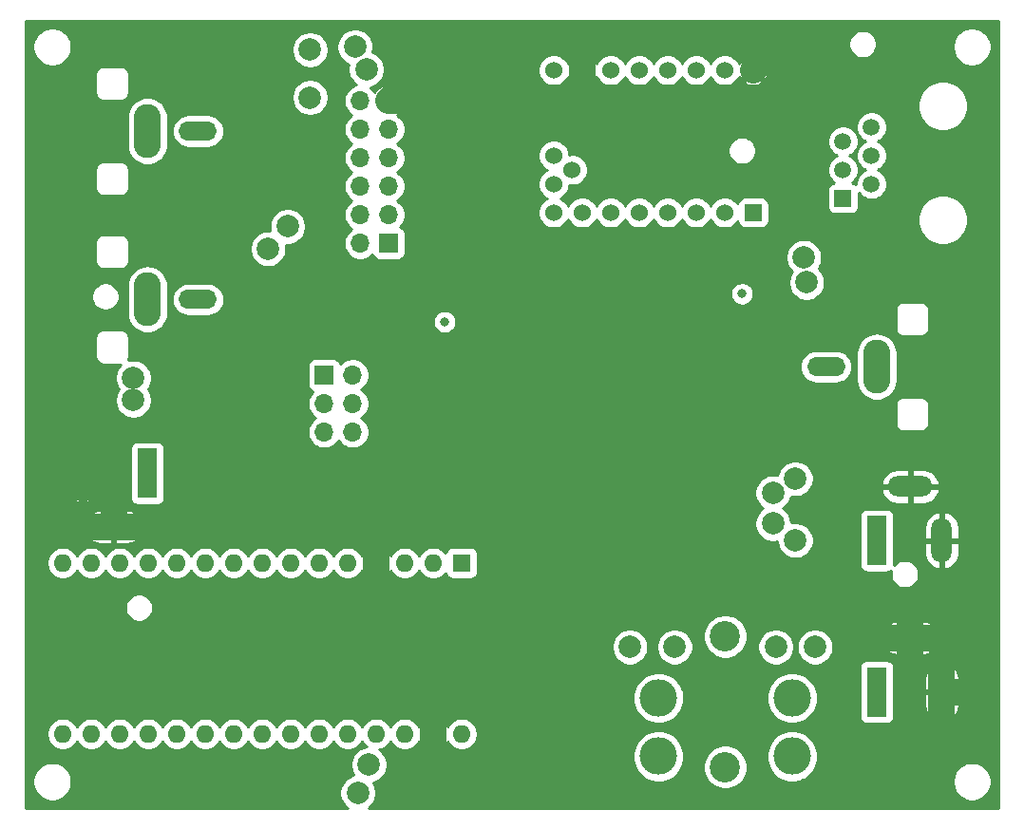
<source format=gbr>
%TF.GenerationSoftware,KiCad,Pcbnew,(5.1.8)-1*%
%TF.CreationDate,2021-03-13T21:34:25+00:00*%
%TF.ProjectId,Trio,5472696f-2e6b-4696-9361-645f70636258,rev?*%
%TF.SameCoordinates,Original*%
%TF.FileFunction,Copper,L2,Inr*%
%TF.FilePolarity,Positive*%
%FSLAX46Y46*%
G04 Gerber Fmt 4.6, Leading zero omitted, Abs format (unit mm)*
G04 Created by KiCad (PCBNEW (5.1.8)-1) date 2021-03-13 21:34:25*
%MOMM*%
%LPD*%
G01*
G04 APERTURE LIST*
%TA.AperFunction,ComponentPad*%
%ADD10O,1.600000X1.600000*%
%TD*%
%TA.AperFunction,ComponentPad*%
%ADD11R,1.600000X1.600000*%
%TD*%
%TA.AperFunction,ComponentPad*%
%ADD12O,1.700000X1.700000*%
%TD*%
%TA.AperFunction,ComponentPad*%
%ADD13R,1.700000X1.700000*%
%TD*%
%TA.AperFunction,ComponentPad*%
%ADD14C,1.524000*%
%TD*%
%TA.AperFunction,ComponentPad*%
%ADD15R,1.524000X1.524000*%
%TD*%
%TA.AperFunction,ComponentPad*%
%ADD16R,1.800000X4.400000*%
%TD*%
%TA.AperFunction,ComponentPad*%
%ADD17O,1.800000X4.000000*%
%TD*%
%TA.AperFunction,ComponentPad*%
%ADD18O,4.000000X1.800000*%
%TD*%
%TA.AperFunction,ComponentPad*%
%ADD19C,2.700000*%
%TD*%
%TA.AperFunction,ComponentPad*%
%ADD20C,3.615000*%
%TD*%
%TA.AperFunction,ComponentPad*%
%ADD21C,3.330000*%
%TD*%
%TA.AperFunction,ComponentPad*%
%ADD22R,1.520000X1.520000*%
%TD*%
%TA.AperFunction,ComponentPad*%
%ADD23C,1.520000*%
%TD*%
%TA.AperFunction,ComponentPad*%
%ADD24O,2.400000X4.800000*%
%TD*%
%TA.AperFunction,ComponentPad*%
%ADD25O,3.400000X1.700000*%
%TD*%
%TA.AperFunction,ViaPad*%
%ADD26C,0.800000*%
%TD*%
%TA.AperFunction,ViaPad*%
%ADD27C,2.000000*%
%TD*%
%TA.AperFunction,ViaPad*%
%ADD28C,1.400000*%
%TD*%
%TA.AperFunction,Conductor*%
%ADD29C,1.000000*%
%TD*%
%TA.AperFunction,Conductor*%
%ADD30C,5.000000*%
%TD*%
%TA.AperFunction,Conductor*%
%ADD31C,2.400000*%
%TD*%
%TA.AperFunction,Conductor*%
%ADD32C,0.254000*%
%TD*%
%TA.AperFunction,Conductor*%
%ADD33C,0.100000*%
%TD*%
G04 APERTURE END LIST*
D10*
%TO.N,D13*%
%TO.C,A1*%
X105940000Y-136740000D03*
%TO.N,D12*%
X105940000Y-121500000D03*
%TO.N,Net-(A1-Pad30)*%
X141500000Y-136740000D03*
%TO.N,Net-(A1-Pad14)*%
X108480000Y-121500000D03*
%TO.N,GND*%
X138960000Y-136740000D03*
%TO.N,Net-(A1-Pad13)*%
X111020000Y-121500000D03*
%TO.N,N/C*%
X136420000Y-136740000D03*
%TO.N,Net-(A1-Pad12)*%
X113560000Y-121500000D03*
%TO.N,+5V*%
X133880000Y-136740000D03*
%TO.N,STEP*%
X116100000Y-121500000D03*
%TO.N,A7*%
X131340000Y-136740000D03*
%TO.N,SLP*%
X118640000Y-121500000D03*
%TO.N,A6*%
X128800000Y-136740000D03*
%TO.N,EN*%
X121180000Y-121500000D03*
%TO.N,SCL*%
X126260000Y-136740000D03*
%TO.N,M0*%
X123720000Y-121500000D03*
%TO.N,SDA*%
X123720000Y-136740000D03*
%TO.N,M1*%
X126260000Y-121500000D03*
%TO.N,A3*%
X121180000Y-136740000D03*
%TO.N,M2*%
X128800000Y-121500000D03*
%TO.N,A2*%
X118640000Y-136740000D03*
%TO.N,RST*%
X131340000Y-121500000D03*
%TO.N,DIR*%
X116100000Y-136740000D03*
%TO.N,GND*%
X133880000Y-121500000D03*
%TO.N,A0*%
X113560000Y-136740000D03*
%TO.N,N/C*%
X136420000Y-121500000D03*
X111020000Y-136740000D03*
X138960000Y-121500000D03*
%TO.N,+3V3*%
X108480000Y-136740000D03*
D11*
%TO.N,N/C*%
X141500000Y-121500000D03*
%TD*%
D12*
%TO.N,SLP*%
%TO.C,J2*%
X131790000Y-109830000D03*
%TO.N,Net-(J2-Pad1)*%
X129250000Y-109830000D03*
%TO.N,M2*%
X131790000Y-107290000D03*
%TO.N,Net-(J2-Pad1)*%
X129250000Y-107290000D03*
%TO.N,RST*%
X131790000Y-104750000D03*
D13*
%TO.N,Net-(J2-Pad1)*%
X129250000Y-104750000D03*
%TD*%
D14*
%TO.N,N/C*%
%TO.C,U1*%
X151368000Y-86460000D03*
%TO.N,A2*%
X149717000Y-85190000D03*
%TO.N,A3*%
X149717000Y-87730000D03*
D15*
%TO.N,DIR*%
X167497000Y-90270000D03*
D14*
%TO.N,STEP*%
X164957000Y-90270000D03*
%TO.N,SLP*%
X162417000Y-90270000D03*
%TO.N,RST*%
X159877000Y-90270000D03*
%TO.N,M2*%
X157337000Y-90270000D03*
%TO.N,M1*%
X154797000Y-90270000D03*
%TO.N,M0*%
X152257000Y-90270000D03*
%TO.N,EN*%
X149717000Y-90270000D03*
%TO.N,Net-(C1-Pad1)*%
X149717000Y-77570000D03*
%TO.N,GND*%
X152257000Y-77570000D03*
%TO.N,MA2*%
X154797000Y-77570000D03*
%TO.N,MA1*%
X157337000Y-77570000D03*
%TO.N,B1*%
X159877000Y-77570000D03*
%TO.N,B2*%
X162417000Y-77570000D03*
%TO.N,+5V*%
X164957000Y-77570000D03*
%TO.N,GND*%
X167497000Y-77570000D03*
%TD*%
D12*
%TO.N,D12*%
%TO.C,PINOUT1*%
X132460000Y-80300000D03*
%TO.N,GND*%
X135000000Y-80300000D03*
%TO.N,D13*%
X132460000Y-82840000D03*
%TO.N,+5V*%
X135000000Y-82840000D03*
%TO.N,+3V3*%
X132460000Y-85380000D03*
%TO.N,A7*%
X135000000Y-85380000D03*
%TO.N,A0*%
X132460000Y-87920000D03*
%TO.N,A6*%
X135000000Y-87920000D03*
%TO.N,A2*%
X132460000Y-90460000D03*
%TO.N,SCL*%
X135000000Y-90460000D03*
%TO.N,A3*%
X132460000Y-93000000D03*
D13*
%TO.N,SDA*%
X135000000Y-93000000D03*
%TD*%
D16*
%TO.N,Net-(F6-Pad1)*%
%TO.C,PO3*%
X113500000Y-113500000D03*
D17*
%TO.N,GND*%
X107700000Y-113500000D03*
D18*
X110500000Y-118300000D03*
%TD*%
D16*
%TO.N,Net-(F4-Pad1)*%
%TO.C,PO2*%
X178500000Y-133000000D03*
D17*
%TO.N,GND*%
X184300000Y-133000000D03*
D18*
X181500000Y-128200000D03*
%TD*%
D16*
%TO.N,Net-(F3-Pad1)*%
%TO.C,PO1*%
X178500000Y-119500000D03*
D17*
%TO.N,GND*%
X184300000Y-119500000D03*
D18*
X181500000Y-114700000D03*
%TD*%
D19*
%TO.N,+12V*%
%TO.C,PI1*%
X165000000Y-128050000D03*
D20*
%TO.N,GND*%
X165000000Y-134700000D03*
D21*
%TO.N,N/C*%
X170950000Y-133550000D03*
X170950000Y-138750000D03*
D19*
X165000000Y-139700000D03*
D21*
X159050000Y-138750000D03*
X159050000Y-133550000D03*
%TD*%
D22*
%TO.N,B2*%
%TO.C,J1*%
X175500000Y-89000000D03*
D23*
%TO.N,B1*%
X178040000Y-87730000D03*
%TO.N,N/C*%
X175500000Y-86460000D03*
X178040000Y-85190000D03*
%TO.N,MA1*%
X175500000Y-83920000D03*
%TO.N,MA2*%
X178040000Y-82650000D03*
%TD*%
D24*
%TO.N,Net-(DO3-Pad1)*%
%TO.C,DO3*%
X113500000Y-98000000D03*
D25*
%TO.N,Net-(DO3-Pad2)*%
X118000000Y-98000000D03*
%TD*%
D24*
%TO.N,Net-(DO2-Pad1)*%
%TO.C,DO2*%
X113500000Y-83000000D03*
D25*
%TO.N,Net-(DO2-Pad2)*%
X118000000Y-83000000D03*
%TD*%
D24*
%TO.N,Net-(DO1-Pad1)*%
%TO.C,DO1*%
X178500000Y-104000000D03*
D25*
%TO.N,Net-(DO1-Pad2)*%
X174000000Y-104000000D03*
%TD*%
D26*
%TO.N,Net-(A1-Pad12)*%
X166500000Y-97500000D03*
D27*
%TO.N,GND*%
X108000000Y-105500000D03*
X181500000Y-75500000D03*
X173750000Y-99000000D03*
X187250000Y-126000000D03*
X111500000Y-141000000D03*
X147000000Y-141500000D03*
X107250000Y-83000000D03*
X108000000Y-90750000D03*
D26*
X155000000Y-82000000D03*
X155000000Y-83000000D03*
X155000000Y-84000000D03*
X155000000Y-85000000D03*
X155000000Y-86000000D03*
X155000000Y-87000000D03*
X156000000Y-87000000D03*
X156000000Y-86000000D03*
X156000000Y-85000000D03*
X156000000Y-84000000D03*
X156000000Y-83000000D03*
X157000000Y-84000000D03*
X157000000Y-85000000D03*
X157000000Y-86000000D03*
X157000000Y-87000000D03*
X158000000Y-87000000D03*
X158000000Y-86000000D03*
X158000000Y-85000000D03*
X159000000Y-86000000D03*
X159000000Y-87000000D03*
X160000000Y-87000000D03*
X156000000Y-82000000D03*
X157000000Y-83000000D03*
X157000000Y-82000000D03*
X158000000Y-82000000D03*
X158000000Y-83000000D03*
X158000000Y-84000000D03*
X159000000Y-85000000D03*
X159000000Y-84000000D03*
X159000000Y-83000000D03*
X159000000Y-82000000D03*
X160000000Y-86000000D03*
X160000000Y-85000000D03*
X160000000Y-84000000D03*
X160000000Y-83000000D03*
X160000000Y-82000000D03*
X155000000Y-81000000D03*
X156000000Y-81000000D03*
X157000000Y-81000000D03*
X158000000Y-81000000D03*
X159000000Y-81000000D03*
X160000000Y-81000000D03*
X161000000Y-81000000D03*
X161000000Y-82000000D03*
X161000000Y-83000000D03*
X161000000Y-84000000D03*
X161000000Y-85000000D03*
X161000000Y-86000000D03*
X161000000Y-87000000D03*
X154000000Y-81000000D03*
X154000000Y-82000000D03*
X154000000Y-83000000D03*
X154000000Y-84000000D03*
X154000000Y-85000000D03*
X154000000Y-86000000D03*
X154000000Y-87000000D03*
D28*
X138750000Y-83750000D03*
D26*
X140250000Y-77500000D03*
D28*
X171750000Y-122250000D03*
X176500000Y-115250000D03*
D27*
%TO.N,+12V*%
X172000000Y-94250000D03*
X132000000Y-75500000D03*
X128000000Y-75750000D03*
X112250000Y-105000000D03*
X133250000Y-139500000D03*
X126000000Y-91500000D03*
X160500000Y-129000000D03*
X156500000Y-129000000D03*
X169500000Y-129000000D03*
X173000000Y-129000000D03*
X171250000Y-114000000D03*
X171250000Y-119500000D03*
X169250000Y-118000000D03*
X169250000Y-115250000D03*
X172250000Y-96500000D03*
X112250000Y-107000000D03*
X124250000Y-93500000D03*
X128000000Y-80000000D03*
X133000000Y-77500000D03*
X132250000Y-142000000D03*
D26*
%TO.N,A3*%
X140000000Y-100000000D03*
%TD*%
D29*
%TO.N,GND*%
X152260000Y-75240000D02*
X152260000Y-77500000D01*
X152260000Y-79760000D02*
X152260000Y-77500000D01*
D30*
X165000000Y-134000000D02*
X165000000Y-134700000D01*
D29*
X138960000Y-134960000D02*
X138960000Y-136740000D01*
X138960000Y-138960000D02*
X138960000Y-136740000D01*
X133880000Y-122880000D02*
X133880000Y-121500000D01*
X167497000Y-76253000D02*
X167497000Y-77570000D01*
X169180000Y-77570000D02*
X167497000Y-77570000D01*
D30*
X107700000Y-112950000D02*
X107700000Y-113500000D01*
D31*
X107550000Y-118300000D02*
X110500000Y-118300000D01*
X113700000Y-118300000D02*
X110500000Y-118300000D01*
X110500000Y-116750000D02*
X110500000Y-118300000D01*
X181500000Y-126250000D02*
X181500000Y-128200000D01*
X184450000Y-128200000D02*
X181500000Y-128200000D01*
X178800000Y-128200000D02*
X181500000Y-128200000D01*
X181500000Y-130000000D02*
X181500000Y-128200000D01*
X186500000Y-133000000D02*
X184300000Y-133000000D01*
X184300000Y-129800000D02*
X184300000Y-133000000D01*
X184300000Y-135950000D02*
X184300000Y-133000000D01*
X168817000Y-76250000D02*
X167497000Y-77570000D01*
X152257000Y-75243000D02*
X152260000Y-75240000D01*
X152257000Y-77570000D02*
X152257000Y-75243000D01*
X152257000Y-79757000D02*
X152260000Y-79760000D01*
X152257000Y-77570000D02*
X152257000Y-79757000D01*
X138950000Y-80300000D02*
X135000000Y-80300000D01*
X136500000Y-78800000D02*
X135000000Y-80300000D01*
X133880000Y-121500000D02*
X133880000Y-119620000D01*
X133880000Y-123380000D02*
X133880000Y-121500000D01*
X138960000Y-133790000D02*
X138960000Y-136740000D01*
X138960000Y-139790000D02*
X138960000Y-136740000D01*
%TD*%
D32*
%TO.N,GND*%
X189340000Y-143340000D02*
X133187470Y-143340000D01*
X133292252Y-143269987D01*
X133519987Y-143042252D01*
X133698918Y-142774463D01*
X133822168Y-142476912D01*
X133885000Y-142161033D01*
X133885000Y-141838967D01*
X133822168Y-141523088D01*
X133698918Y-141225537D01*
X133611747Y-141095076D01*
X133726912Y-141072168D01*
X134024463Y-140948918D01*
X134292252Y-140769987D01*
X134519987Y-140542252D01*
X134698918Y-140274463D01*
X134822168Y-139976912D01*
X134885000Y-139661033D01*
X134885000Y-139338967D01*
X134822168Y-139023088D01*
X134698918Y-138725537D01*
X134563902Y-138523470D01*
X156750000Y-138523470D01*
X156750000Y-138976530D01*
X156838387Y-139420885D01*
X157011766Y-139839459D01*
X157263473Y-140216165D01*
X157583835Y-140536527D01*
X157960541Y-140788234D01*
X158379115Y-140961613D01*
X158823470Y-141050000D01*
X159276530Y-141050000D01*
X159720885Y-140961613D01*
X160139459Y-140788234D01*
X160516165Y-140536527D01*
X160836527Y-140216165D01*
X161088234Y-139839459D01*
X161226980Y-139504495D01*
X163015000Y-139504495D01*
X163015000Y-139895505D01*
X163091282Y-140279003D01*
X163240915Y-140640250D01*
X163458149Y-140965364D01*
X163734636Y-141241851D01*
X164059750Y-141459085D01*
X164420997Y-141608718D01*
X164804495Y-141685000D01*
X165195505Y-141685000D01*
X165579003Y-141608718D01*
X165940250Y-141459085D01*
X166265364Y-141241851D01*
X166541851Y-140965364D01*
X166759085Y-140640250D01*
X166908718Y-140279003D01*
X166985000Y-139895505D01*
X166985000Y-139504495D01*
X166908718Y-139120997D01*
X166759085Y-138759750D01*
X166601208Y-138523470D01*
X168650000Y-138523470D01*
X168650000Y-138976530D01*
X168738387Y-139420885D01*
X168911766Y-139839459D01*
X169163473Y-140216165D01*
X169483835Y-140536527D01*
X169860541Y-140788234D01*
X170279115Y-140961613D01*
X170723470Y-141050000D01*
X171176530Y-141050000D01*
X171620885Y-140961613D01*
X171940758Y-140829117D01*
X185265000Y-140829117D01*
X185265000Y-141170883D01*
X185331675Y-141506081D01*
X185462463Y-141821831D01*
X185652337Y-142105998D01*
X185894002Y-142347663D01*
X186178169Y-142537537D01*
X186493919Y-142668325D01*
X186829117Y-142735000D01*
X187170883Y-142735000D01*
X187506081Y-142668325D01*
X187821831Y-142537537D01*
X188105998Y-142347663D01*
X188347663Y-142105998D01*
X188537537Y-141821831D01*
X188668325Y-141506081D01*
X188735000Y-141170883D01*
X188735000Y-140829117D01*
X188668325Y-140493919D01*
X188537537Y-140178169D01*
X188347663Y-139894002D01*
X188105998Y-139652337D01*
X187821831Y-139462463D01*
X187506081Y-139331675D01*
X187170883Y-139265000D01*
X186829117Y-139265000D01*
X186493919Y-139331675D01*
X186178169Y-139462463D01*
X185894002Y-139652337D01*
X185652337Y-139894002D01*
X185462463Y-140178169D01*
X185331675Y-140493919D01*
X185265000Y-140829117D01*
X171940758Y-140829117D01*
X172039459Y-140788234D01*
X172416165Y-140536527D01*
X172736527Y-140216165D01*
X172988234Y-139839459D01*
X173161613Y-139420885D01*
X173250000Y-138976530D01*
X173250000Y-138523470D01*
X173161613Y-138079115D01*
X172988234Y-137660541D01*
X172736527Y-137283835D01*
X172416165Y-136963473D01*
X172039459Y-136711766D01*
X171620885Y-136538387D01*
X171176530Y-136450000D01*
X170723470Y-136450000D01*
X170279115Y-136538387D01*
X169860541Y-136711766D01*
X169483835Y-136963473D01*
X169163473Y-137283835D01*
X168911766Y-137660541D01*
X168738387Y-138079115D01*
X168650000Y-138523470D01*
X166601208Y-138523470D01*
X166541851Y-138434636D01*
X166265364Y-138158149D01*
X165940250Y-137940915D01*
X165579003Y-137791282D01*
X165195505Y-137715000D01*
X164804495Y-137715000D01*
X164420997Y-137791282D01*
X164059750Y-137940915D01*
X163734636Y-138158149D01*
X163458149Y-138434636D01*
X163240915Y-138759750D01*
X163091282Y-139120997D01*
X163015000Y-139504495D01*
X161226980Y-139504495D01*
X161261613Y-139420885D01*
X161350000Y-138976530D01*
X161350000Y-138523470D01*
X161261613Y-138079115D01*
X161088234Y-137660541D01*
X160836527Y-137283835D01*
X160516165Y-136963473D01*
X160139459Y-136711766D01*
X159720885Y-136538387D01*
X159276530Y-136450000D01*
X158823470Y-136450000D01*
X158379115Y-136538387D01*
X157960541Y-136711766D01*
X157583835Y-136963473D01*
X157263473Y-137283835D01*
X157011766Y-137660541D01*
X156838387Y-138079115D01*
X156750000Y-138523470D01*
X134563902Y-138523470D01*
X134519987Y-138457748D01*
X134292252Y-138230013D01*
X134166657Y-138146093D01*
X134298574Y-138119853D01*
X134559727Y-138011680D01*
X134794759Y-137854637D01*
X134994637Y-137654759D01*
X135150000Y-137422241D01*
X135305363Y-137654759D01*
X135505241Y-137854637D01*
X135740273Y-138011680D01*
X136001426Y-138119853D01*
X136278665Y-138175000D01*
X136561335Y-138175000D01*
X136838574Y-138119853D01*
X137099727Y-138011680D01*
X137334759Y-137854637D01*
X137534637Y-137654759D01*
X137691680Y-137419727D01*
X137696067Y-137409135D01*
X137807615Y-137595131D01*
X137996586Y-137803519D01*
X138222580Y-137971037D01*
X138476913Y-138091246D01*
X138610961Y-138131904D01*
X138833000Y-138009915D01*
X138833000Y-136867000D01*
X138813000Y-136867000D01*
X138813000Y-136613000D01*
X138833000Y-136613000D01*
X138833000Y-135470085D01*
X139087000Y-135470085D01*
X139087000Y-136613000D01*
X139107000Y-136613000D01*
X139107000Y-136867000D01*
X139087000Y-136867000D01*
X139087000Y-138009915D01*
X139309039Y-138131904D01*
X139443087Y-138091246D01*
X139697420Y-137971037D01*
X139923414Y-137803519D01*
X140112385Y-137595131D01*
X140223933Y-137409135D01*
X140228320Y-137419727D01*
X140385363Y-137654759D01*
X140585241Y-137854637D01*
X140820273Y-138011680D01*
X141081426Y-138119853D01*
X141358665Y-138175000D01*
X141641335Y-138175000D01*
X141918574Y-138119853D01*
X142179727Y-138011680D01*
X142414759Y-137854637D01*
X142614637Y-137654759D01*
X142771680Y-137419727D01*
X142879853Y-137158574D01*
X142935000Y-136881335D01*
X142935000Y-136598665D01*
X142897577Y-136410528D01*
X163469077Y-136410528D01*
X163662066Y-136757574D01*
X164089186Y-136979057D01*
X164551310Y-137112957D01*
X165030676Y-137154127D01*
X165508863Y-137100987D01*
X165967495Y-136955579D01*
X166337934Y-136757574D01*
X166530923Y-136410528D01*
X165000000Y-134879605D01*
X163469077Y-136410528D01*
X142897577Y-136410528D01*
X142879853Y-136321426D01*
X142771680Y-136060273D01*
X142614637Y-135825241D01*
X142414759Y-135625363D01*
X142179727Y-135468320D01*
X141918574Y-135360147D01*
X141641335Y-135305000D01*
X141358665Y-135305000D01*
X141081426Y-135360147D01*
X140820273Y-135468320D01*
X140585241Y-135625363D01*
X140385363Y-135825241D01*
X140228320Y-136060273D01*
X140223933Y-136070865D01*
X140112385Y-135884869D01*
X139923414Y-135676481D01*
X139697420Y-135508963D01*
X139443087Y-135388754D01*
X139309039Y-135348096D01*
X139087000Y-135470085D01*
X138833000Y-135470085D01*
X138610961Y-135348096D01*
X138476913Y-135388754D01*
X138222580Y-135508963D01*
X137996586Y-135676481D01*
X137807615Y-135884869D01*
X137696067Y-136070865D01*
X137691680Y-136060273D01*
X137534637Y-135825241D01*
X137334759Y-135625363D01*
X137099727Y-135468320D01*
X136838574Y-135360147D01*
X136561335Y-135305000D01*
X136278665Y-135305000D01*
X136001426Y-135360147D01*
X135740273Y-135468320D01*
X135505241Y-135625363D01*
X135305363Y-135825241D01*
X135150000Y-136057759D01*
X134994637Y-135825241D01*
X134794759Y-135625363D01*
X134559727Y-135468320D01*
X134298574Y-135360147D01*
X134021335Y-135305000D01*
X133738665Y-135305000D01*
X133461426Y-135360147D01*
X133200273Y-135468320D01*
X132965241Y-135625363D01*
X132765363Y-135825241D01*
X132610000Y-136057759D01*
X132454637Y-135825241D01*
X132254759Y-135625363D01*
X132019727Y-135468320D01*
X131758574Y-135360147D01*
X131481335Y-135305000D01*
X131198665Y-135305000D01*
X130921426Y-135360147D01*
X130660273Y-135468320D01*
X130425241Y-135625363D01*
X130225363Y-135825241D01*
X130070000Y-136057759D01*
X129914637Y-135825241D01*
X129714759Y-135625363D01*
X129479727Y-135468320D01*
X129218574Y-135360147D01*
X128941335Y-135305000D01*
X128658665Y-135305000D01*
X128381426Y-135360147D01*
X128120273Y-135468320D01*
X127885241Y-135625363D01*
X127685363Y-135825241D01*
X127530000Y-136057759D01*
X127374637Y-135825241D01*
X127174759Y-135625363D01*
X126939727Y-135468320D01*
X126678574Y-135360147D01*
X126401335Y-135305000D01*
X126118665Y-135305000D01*
X125841426Y-135360147D01*
X125580273Y-135468320D01*
X125345241Y-135625363D01*
X125145363Y-135825241D01*
X124990000Y-136057759D01*
X124834637Y-135825241D01*
X124634759Y-135625363D01*
X124399727Y-135468320D01*
X124138574Y-135360147D01*
X123861335Y-135305000D01*
X123578665Y-135305000D01*
X123301426Y-135360147D01*
X123040273Y-135468320D01*
X122805241Y-135625363D01*
X122605363Y-135825241D01*
X122450000Y-136057759D01*
X122294637Y-135825241D01*
X122094759Y-135625363D01*
X121859727Y-135468320D01*
X121598574Y-135360147D01*
X121321335Y-135305000D01*
X121038665Y-135305000D01*
X120761426Y-135360147D01*
X120500273Y-135468320D01*
X120265241Y-135625363D01*
X120065363Y-135825241D01*
X119910000Y-136057759D01*
X119754637Y-135825241D01*
X119554759Y-135625363D01*
X119319727Y-135468320D01*
X119058574Y-135360147D01*
X118781335Y-135305000D01*
X118498665Y-135305000D01*
X118221426Y-135360147D01*
X117960273Y-135468320D01*
X117725241Y-135625363D01*
X117525363Y-135825241D01*
X117370000Y-136057759D01*
X117214637Y-135825241D01*
X117014759Y-135625363D01*
X116779727Y-135468320D01*
X116518574Y-135360147D01*
X116241335Y-135305000D01*
X115958665Y-135305000D01*
X115681426Y-135360147D01*
X115420273Y-135468320D01*
X115185241Y-135625363D01*
X114985363Y-135825241D01*
X114830000Y-136057759D01*
X114674637Y-135825241D01*
X114474759Y-135625363D01*
X114239727Y-135468320D01*
X113978574Y-135360147D01*
X113701335Y-135305000D01*
X113418665Y-135305000D01*
X113141426Y-135360147D01*
X112880273Y-135468320D01*
X112645241Y-135625363D01*
X112445363Y-135825241D01*
X112290000Y-136057759D01*
X112134637Y-135825241D01*
X111934759Y-135625363D01*
X111699727Y-135468320D01*
X111438574Y-135360147D01*
X111161335Y-135305000D01*
X110878665Y-135305000D01*
X110601426Y-135360147D01*
X110340273Y-135468320D01*
X110105241Y-135625363D01*
X109905363Y-135825241D01*
X109750000Y-136057759D01*
X109594637Y-135825241D01*
X109394759Y-135625363D01*
X109159727Y-135468320D01*
X108898574Y-135360147D01*
X108621335Y-135305000D01*
X108338665Y-135305000D01*
X108061426Y-135360147D01*
X107800273Y-135468320D01*
X107565241Y-135625363D01*
X107365363Y-135825241D01*
X107210000Y-136057759D01*
X107054637Y-135825241D01*
X106854759Y-135625363D01*
X106619727Y-135468320D01*
X106358574Y-135360147D01*
X106081335Y-135305000D01*
X105798665Y-135305000D01*
X105521426Y-135360147D01*
X105260273Y-135468320D01*
X105025241Y-135625363D01*
X104825363Y-135825241D01*
X104668320Y-136060273D01*
X104560147Y-136321426D01*
X104505000Y-136598665D01*
X104505000Y-136881335D01*
X104560147Y-137158574D01*
X104668320Y-137419727D01*
X104825363Y-137654759D01*
X105025241Y-137854637D01*
X105260273Y-138011680D01*
X105521426Y-138119853D01*
X105798665Y-138175000D01*
X106081335Y-138175000D01*
X106358574Y-138119853D01*
X106619727Y-138011680D01*
X106854759Y-137854637D01*
X107054637Y-137654759D01*
X107210000Y-137422241D01*
X107365363Y-137654759D01*
X107565241Y-137854637D01*
X107800273Y-138011680D01*
X108061426Y-138119853D01*
X108338665Y-138175000D01*
X108621335Y-138175000D01*
X108898574Y-138119853D01*
X109159727Y-138011680D01*
X109394759Y-137854637D01*
X109594637Y-137654759D01*
X109750000Y-137422241D01*
X109905363Y-137654759D01*
X110105241Y-137854637D01*
X110340273Y-138011680D01*
X110601426Y-138119853D01*
X110878665Y-138175000D01*
X111161335Y-138175000D01*
X111438574Y-138119853D01*
X111699727Y-138011680D01*
X111934759Y-137854637D01*
X112134637Y-137654759D01*
X112290000Y-137422241D01*
X112445363Y-137654759D01*
X112645241Y-137854637D01*
X112880273Y-138011680D01*
X113141426Y-138119853D01*
X113418665Y-138175000D01*
X113701335Y-138175000D01*
X113978574Y-138119853D01*
X114239727Y-138011680D01*
X114474759Y-137854637D01*
X114674637Y-137654759D01*
X114830000Y-137422241D01*
X114985363Y-137654759D01*
X115185241Y-137854637D01*
X115420273Y-138011680D01*
X115681426Y-138119853D01*
X115958665Y-138175000D01*
X116241335Y-138175000D01*
X116518574Y-138119853D01*
X116779727Y-138011680D01*
X117014759Y-137854637D01*
X117214637Y-137654759D01*
X117370000Y-137422241D01*
X117525363Y-137654759D01*
X117725241Y-137854637D01*
X117960273Y-138011680D01*
X118221426Y-138119853D01*
X118498665Y-138175000D01*
X118781335Y-138175000D01*
X119058574Y-138119853D01*
X119319727Y-138011680D01*
X119554759Y-137854637D01*
X119754637Y-137654759D01*
X119910000Y-137422241D01*
X120065363Y-137654759D01*
X120265241Y-137854637D01*
X120500273Y-138011680D01*
X120761426Y-138119853D01*
X121038665Y-138175000D01*
X121321335Y-138175000D01*
X121598574Y-138119853D01*
X121859727Y-138011680D01*
X122094759Y-137854637D01*
X122294637Y-137654759D01*
X122450000Y-137422241D01*
X122605363Y-137654759D01*
X122805241Y-137854637D01*
X123040273Y-138011680D01*
X123301426Y-138119853D01*
X123578665Y-138175000D01*
X123861335Y-138175000D01*
X124138574Y-138119853D01*
X124399727Y-138011680D01*
X124634759Y-137854637D01*
X124834637Y-137654759D01*
X124990000Y-137422241D01*
X125145363Y-137654759D01*
X125345241Y-137854637D01*
X125580273Y-138011680D01*
X125841426Y-138119853D01*
X126118665Y-138175000D01*
X126401335Y-138175000D01*
X126678574Y-138119853D01*
X126939727Y-138011680D01*
X127174759Y-137854637D01*
X127374637Y-137654759D01*
X127530000Y-137422241D01*
X127685363Y-137654759D01*
X127885241Y-137854637D01*
X128120273Y-138011680D01*
X128381426Y-138119853D01*
X128658665Y-138175000D01*
X128941335Y-138175000D01*
X129218574Y-138119853D01*
X129479727Y-138011680D01*
X129714759Y-137854637D01*
X129914637Y-137654759D01*
X130070000Y-137422241D01*
X130225363Y-137654759D01*
X130425241Y-137854637D01*
X130660273Y-138011680D01*
X130921426Y-138119853D01*
X131198665Y-138175000D01*
X131481335Y-138175000D01*
X131758574Y-138119853D01*
X132019727Y-138011680D01*
X132254759Y-137854637D01*
X132454637Y-137654759D01*
X132610000Y-137422241D01*
X132765363Y-137654759D01*
X132965241Y-137854637D01*
X133005575Y-137881588D01*
X132773088Y-137927832D01*
X132475537Y-138051082D01*
X132207748Y-138230013D01*
X131980013Y-138457748D01*
X131801082Y-138725537D01*
X131677832Y-139023088D01*
X131615000Y-139338967D01*
X131615000Y-139661033D01*
X131677832Y-139976912D01*
X131801082Y-140274463D01*
X131888253Y-140404924D01*
X131773088Y-140427832D01*
X131475537Y-140551082D01*
X131207748Y-140730013D01*
X130980013Y-140957748D01*
X130801082Y-141225537D01*
X130677832Y-141523088D01*
X130615000Y-141838967D01*
X130615000Y-142161033D01*
X130677832Y-142476912D01*
X130801082Y-142774463D01*
X130980013Y-143042252D01*
X131207748Y-143269987D01*
X131312530Y-143340000D01*
X102660000Y-143340000D01*
X102660000Y-140829117D01*
X103265000Y-140829117D01*
X103265000Y-141170883D01*
X103331675Y-141506081D01*
X103462463Y-141821831D01*
X103652337Y-142105998D01*
X103894002Y-142347663D01*
X104178169Y-142537537D01*
X104493919Y-142668325D01*
X104829117Y-142735000D01*
X105170883Y-142735000D01*
X105506081Y-142668325D01*
X105821831Y-142537537D01*
X106105998Y-142347663D01*
X106347663Y-142105998D01*
X106537537Y-141821831D01*
X106668325Y-141506081D01*
X106735000Y-141170883D01*
X106735000Y-140829117D01*
X106668325Y-140493919D01*
X106537537Y-140178169D01*
X106347663Y-139894002D01*
X106105998Y-139652337D01*
X105821831Y-139462463D01*
X105506081Y-139331675D01*
X105170883Y-139265000D01*
X104829117Y-139265000D01*
X104493919Y-139331675D01*
X104178169Y-139462463D01*
X103894002Y-139652337D01*
X103652337Y-139894002D01*
X103462463Y-140178169D01*
X103331675Y-140493919D01*
X103265000Y-140829117D01*
X102660000Y-140829117D01*
X102660000Y-133323470D01*
X156750000Y-133323470D01*
X156750000Y-133776530D01*
X156838387Y-134220885D01*
X157011766Y-134639459D01*
X157263473Y-135016165D01*
X157583835Y-135336527D01*
X157960541Y-135588234D01*
X158379115Y-135761613D01*
X158823470Y-135850000D01*
X159276530Y-135850000D01*
X159720885Y-135761613D01*
X160139459Y-135588234D01*
X160516165Y-135336527D01*
X160836527Y-135016165D01*
X161027284Y-134730676D01*
X162545873Y-134730676D01*
X162599013Y-135208863D01*
X162744421Y-135667495D01*
X162942426Y-136037934D01*
X163289472Y-136230923D01*
X164820395Y-134700000D01*
X165179605Y-134700000D01*
X166710528Y-136230923D01*
X167057574Y-136037934D01*
X167279057Y-135610814D01*
X167412957Y-135148690D01*
X167454127Y-134669324D01*
X167400987Y-134191137D01*
X167255579Y-133732505D01*
X167057574Y-133362066D01*
X166988169Y-133323470D01*
X168650000Y-133323470D01*
X168650000Y-133776530D01*
X168738387Y-134220885D01*
X168911766Y-134639459D01*
X169163473Y-135016165D01*
X169483835Y-135336527D01*
X169860541Y-135588234D01*
X170279115Y-135761613D01*
X170723470Y-135850000D01*
X171176530Y-135850000D01*
X171620885Y-135761613D01*
X172039459Y-135588234D01*
X172416165Y-135336527D01*
X172736527Y-135016165D01*
X172988234Y-134639459D01*
X173161613Y-134220885D01*
X173250000Y-133776530D01*
X173250000Y-133323470D01*
X173161613Y-132879115D01*
X172988234Y-132460541D01*
X172736527Y-132083835D01*
X172416165Y-131763473D01*
X172039459Y-131511766D01*
X171620885Y-131338387D01*
X171176530Y-131250000D01*
X170723470Y-131250000D01*
X170279115Y-131338387D01*
X169860541Y-131511766D01*
X169483835Y-131763473D01*
X169163473Y-132083835D01*
X168911766Y-132460541D01*
X168738387Y-132879115D01*
X168650000Y-133323470D01*
X166988169Y-133323470D01*
X166710528Y-133169077D01*
X165179605Y-134700000D01*
X164820395Y-134700000D01*
X163289472Y-133169077D01*
X162942426Y-133362066D01*
X162720943Y-133789186D01*
X162587043Y-134251310D01*
X162545873Y-134730676D01*
X161027284Y-134730676D01*
X161088234Y-134639459D01*
X161261613Y-134220885D01*
X161350000Y-133776530D01*
X161350000Y-133323470D01*
X161283565Y-132989472D01*
X163469077Y-132989472D01*
X165000000Y-134520395D01*
X166530923Y-132989472D01*
X166337934Y-132642426D01*
X165910814Y-132420943D01*
X165448690Y-132287043D01*
X164969324Y-132245873D01*
X164491137Y-132299013D01*
X164032505Y-132444421D01*
X163662066Y-132642426D01*
X163469077Y-132989472D01*
X161283565Y-132989472D01*
X161261613Y-132879115D01*
X161088234Y-132460541D01*
X160836527Y-132083835D01*
X160516165Y-131763473D01*
X160139459Y-131511766D01*
X159720885Y-131338387D01*
X159276530Y-131250000D01*
X158823470Y-131250000D01*
X158379115Y-131338387D01*
X157960541Y-131511766D01*
X157583835Y-131763473D01*
X157263473Y-132083835D01*
X157011766Y-132460541D01*
X156838387Y-132879115D01*
X156750000Y-133323470D01*
X102660000Y-133323470D01*
X102660000Y-130800000D01*
X176961928Y-130800000D01*
X176961928Y-135200000D01*
X176974188Y-135324482D01*
X177010498Y-135444180D01*
X177069463Y-135554494D01*
X177148815Y-135651185D01*
X177245506Y-135730537D01*
X177355820Y-135789502D01*
X177475518Y-135825812D01*
X177600000Y-135838072D01*
X179400000Y-135838072D01*
X179524482Y-135825812D01*
X179644180Y-135789502D01*
X179754494Y-135730537D01*
X179851185Y-135651185D01*
X179930537Y-135554494D01*
X179989502Y-135444180D01*
X180025812Y-135324482D01*
X180038072Y-135200000D01*
X180038072Y-133127000D01*
X182765000Y-133127000D01*
X182765000Y-134227000D01*
X182819271Y-134524023D01*
X182930446Y-134804751D01*
X183094252Y-135058396D01*
X183304394Y-135275210D01*
X183552796Y-135446862D01*
X183829913Y-135566755D01*
X183935260Y-135591036D01*
X184173000Y-135470378D01*
X184173000Y-133127000D01*
X184427000Y-133127000D01*
X184427000Y-135470378D01*
X184664740Y-135591036D01*
X184770087Y-135566755D01*
X185047204Y-135446862D01*
X185295606Y-135275210D01*
X185505748Y-135058396D01*
X185669554Y-134804751D01*
X185780729Y-134524023D01*
X185835000Y-134227000D01*
X185835000Y-133127000D01*
X184427000Y-133127000D01*
X184173000Y-133127000D01*
X182765000Y-133127000D01*
X180038072Y-133127000D01*
X180038072Y-131773000D01*
X182765000Y-131773000D01*
X182765000Y-132873000D01*
X184173000Y-132873000D01*
X184173000Y-130529622D01*
X184427000Y-130529622D01*
X184427000Y-132873000D01*
X185835000Y-132873000D01*
X185835000Y-131773000D01*
X185780729Y-131475977D01*
X185669554Y-131195249D01*
X185505748Y-130941604D01*
X185295606Y-130724790D01*
X185047204Y-130553138D01*
X184770087Y-130433245D01*
X184664740Y-130408964D01*
X184427000Y-130529622D01*
X184173000Y-130529622D01*
X183935260Y-130408964D01*
X183829913Y-130433245D01*
X183552796Y-130553138D01*
X183304394Y-130724790D01*
X183094252Y-130941604D01*
X182930446Y-131195249D01*
X182819271Y-131475977D01*
X182765000Y-131773000D01*
X180038072Y-131773000D01*
X180038072Y-130800000D01*
X180025812Y-130675518D01*
X179989502Y-130555820D01*
X179930537Y-130445506D01*
X179851185Y-130348815D01*
X179754494Y-130269463D01*
X179644180Y-130210498D01*
X179524482Y-130174188D01*
X179400000Y-130161928D01*
X177600000Y-130161928D01*
X177475518Y-130174188D01*
X177355820Y-130210498D01*
X177245506Y-130269463D01*
X177148815Y-130348815D01*
X177069463Y-130445506D01*
X177010498Y-130555820D01*
X176974188Y-130675518D01*
X176961928Y-130800000D01*
X102660000Y-130800000D01*
X102660000Y-128838967D01*
X154865000Y-128838967D01*
X154865000Y-129161033D01*
X154927832Y-129476912D01*
X155051082Y-129774463D01*
X155230013Y-130042252D01*
X155457748Y-130269987D01*
X155725537Y-130448918D01*
X156023088Y-130572168D01*
X156338967Y-130635000D01*
X156661033Y-130635000D01*
X156976912Y-130572168D01*
X157274463Y-130448918D01*
X157542252Y-130269987D01*
X157769987Y-130042252D01*
X157948918Y-129774463D01*
X158072168Y-129476912D01*
X158135000Y-129161033D01*
X158135000Y-128838967D01*
X158865000Y-128838967D01*
X158865000Y-129161033D01*
X158927832Y-129476912D01*
X159051082Y-129774463D01*
X159230013Y-130042252D01*
X159457748Y-130269987D01*
X159725537Y-130448918D01*
X160023088Y-130572168D01*
X160338967Y-130635000D01*
X160661033Y-130635000D01*
X160976912Y-130572168D01*
X161274463Y-130448918D01*
X161542252Y-130269987D01*
X161769987Y-130042252D01*
X161948918Y-129774463D01*
X162072168Y-129476912D01*
X162135000Y-129161033D01*
X162135000Y-128838967D01*
X162072168Y-128523088D01*
X161948918Y-128225537D01*
X161769987Y-127957748D01*
X161666734Y-127854495D01*
X163015000Y-127854495D01*
X163015000Y-128245505D01*
X163091282Y-128629003D01*
X163240915Y-128990250D01*
X163458149Y-129315364D01*
X163734636Y-129591851D01*
X164059750Y-129809085D01*
X164420997Y-129958718D01*
X164804495Y-130035000D01*
X165195505Y-130035000D01*
X165579003Y-129958718D01*
X165940250Y-129809085D01*
X166265364Y-129591851D01*
X166541851Y-129315364D01*
X166759085Y-128990250D01*
X166821748Y-128838967D01*
X167865000Y-128838967D01*
X167865000Y-129161033D01*
X167927832Y-129476912D01*
X168051082Y-129774463D01*
X168230013Y-130042252D01*
X168457748Y-130269987D01*
X168725537Y-130448918D01*
X169023088Y-130572168D01*
X169338967Y-130635000D01*
X169661033Y-130635000D01*
X169976912Y-130572168D01*
X170274463Y-130448918D01*
X170542252Y-130269987D01*
X170769987Y-130042252D01*
X170948918Y-129774463D01*
X171072168Y-129476912D01*
X171135000Y-129161033D01*
X171135000Y-128838967D01*
X171365000Y-128838967D01*
X171365000Y-129161033D01*
X171427832Y-129476912D01*
X171551082Y-129774463D01*
X171730013Y-130042252D01*
X171957748Y-130269987D01*
X172225537Y-130448918D01*
X172523088Y-130572168D01*
X172838967Y-130635000D01*
X173161033Y-130635000D01*
X173476912Y-130572168D01*
X173774463Y-130448918D01*
X174042252Y-130269987D01*
X174269987Y-130042252D01*
X174448918Y-129774463D01*
X174572168Y-129476912D01*
X174635000Y-129161033D01*
X174635000Y-128838967D01*
X174580454Y-128564740D01*
X178908964Y-128564740D01*
X178933245Y-128670087D01*
X179053138Y-128947204D01*
X179224790Y-129195606D01*
X179441604Y-129405748D01*
X179695249Y-129569554D01*
X179975977Y-129680729D01*
X180273000Y-129735000D01*
X181373000Y-129735000D01*
X181373000Y-128327000D01*
X181627000Y-128327000D01*
X181627000Y-129735000D01*
X182727000Y-129735000D01*
X183024023Y-129680729D01*
X183304751Y-129569554D01*
X183558396Y-129405748D01*
X183775210Y-129195606D01*
X183946862Y-128947204D01*
X184066755Y-128670087D01*
X184091036Y-128564740D01*
X183970378Y-128327000D01*
X181627000Y-128327000D01*
X181373000Y-128327000D01*
X179029622Y-128327000D01*
X178908964Y-128564740D01*
X174580454Y-128564740D01*
X174572168Y-128523088D01*
X174448918Y-128225537D01*
X174269987Y-127957748D01*
X174147499Y-127835260D01*
X178908964Y-127835260D01*
X179029622Y-128073000D01*
X181373000Y-128073000D01*
X181373000Y-126665000D01*
X181627000Y-126665000D01*
X181627000Y-128073000D01*
X183970378Y-128073000D01*
X184091036Y-127835260D01*
X184066755Y-127729913D01*
X183946862Y-127452796D01*
X183775210Y-127204394D01*
X183558396Y-126994252D01*
X183304751Y-126830446D01*
X183024023Y-126719271D01*
X182727000Y-126665000D01*
X181627000Y-126665000D01*
X181373000Y-126665000D01*
X180273000Y-126665000D01*
X179975977Y-126719271D01*
X179695249Y-126830446D01*
X179441604Y-126994252D01*
X179224790Y-127204394D01*
X179053138Y-127452796D01*
X178933245Y-127729913D01*
X178908964Y-127835260D01*
X174147499Y-127835260D01*
X174042252Y-127730013D01*
X173774463Y-127551082D01*
X173476912Y-127427832D01*
X173161033Y-127365000D01*
X172838967Y-127365000D01*
X172523088Y-127427832D01*
X172225537Y-127551082D01*
X171957748Y-127730013D01*
X171730013Y-127957748D01*
X171551082Y-128225537D01*
X171427832Y-128523088D01*
X171365000Y-128838967D01*
X171135000Y-128838967D01*
X171072168Y-128523088D01*
X170948918Y-128225537D01*
X170769987Y-127957748D01*
X170542252Y-127730013D01*
X170274463Y-127551082D01*
X169976912Y-127427832D01*
X169661033Y-127365000D01*
X169338967Y-127365000D01*
X169023088Y-127427832D01*
X168725537Y-127551082D01*
X168457748Y-127730013D01*
X168230013Y-127957748D01*
X168051082Y-128225537D01*
X167927832Y-128523088D01*
X167865000Y-128838967D01*
X166821748Y-128838967D01*
X166908718Y-128629003D01*
X166985000Y-128245505D01*
X166985000Y-127854495D01*
X166908718Y-127470997D01*
X166759085Y-127109750D01*
X166541851Y-126784636D01*
X166265364Y-126508149D01*
X165940250Y-126290915D01*
X165579003Y-126141282D01*
X165195505Y-126065000D01*
X164804495Y-126065000D01*
X164420997Y-126141282D01*
X164059750Y-126290915D01*
X163734636Y-126508149D01*
X163458149Y-126784636D01*
X163240915Y-127109750D01*
X163091282Y-127470997D01*
X163015000Y-127854495D01*
X161666734Y-127854495D01*
X161542252Y-127730013D01*
X161274463Y-127551082D01*
X160976912Y-127427832D01*
X160661033Y-127365000D01*
X160338967Y-127365000D01*
X160023088Y-127427832D01*
X159725537Y-127551082D01*
X159457748Y-127730013D01*
X159230013Y-127957748D01*
X159051082Y-128225537D01*
X158927832Y-128523088D01*
X158865000Y-128838967D01*
X158135000Y-128838967D01*
X158072168Y-128523088D01*
X157948918Y-128225537D01*
X157769987Y-127957748D01*
X157542252Y-127730013D01*
X157274463Y-127551082D01*
X156976912Y-127427832D01*
X156661033Y-127365000D01*
X156338967Y-127365000D01*
X156023088Y-127427832D01*
X155725537Y-127551082D01*
X155457748Y-127730013D01*
X155230013Y-127957748D01*
X155051082Y-128225537D01*
X154927832Y-128523088D01*
X154865000Y-128838967D01*
X102660000Y-128838967D01*
X102660000Y-125376890D01*
X111500048Y-125376890D01*
X111500048Y-125623110D01*
X111548083Y-125864598D01*
X111642307Y-126092074D01*
X111779099Y-126296798D01*
X111953202Y-126470901D01*
X112157926Y-126607693D01*
X112385402Y-126701917D01*
X112626890Y-126749952D01*
X112873110Y-126749952D01*
X113114598Y-126701917D01*
X113342074Y-126607693D01*
X113546798Y-126470901D01*
X113720901Y-126296798D01*
X113857693Y-126092074D01*
X113951917Y-125864598D01*
X113999952Y-125623110D01*
X113999952Y-125376890D01*
X113951917Y-125135402D01*
X113857693Y-124907926D01*
X113720901Y-124703202D01*
X113546798Y-124529099D01*
X113342074Y-124392307D01*
X113114598Y-124298083D01*
X112873110Y-124250048D01*
X112626890Y-124250048D01*
X112385402Y-124298083D01*
X112157926Y-124392307D01*
X111953202Y-124529099D01*
X111779099Y-124703202D01*
X111642307Y-124907926D01*
X111548083Y-125135402D01*
X111500048Y-125376890D01*
X102660000Y-125376890D01*
X102660000Y-121358665D01*
X104505000Y-121358665D01*
X104505000Y-121641335D01*
X104560147Y-121918574D01*
X104668320Y-122179727D01*
X104825363Y-122414759D01*
X105025241Y-122614637D01*
X105260273Y-122771680D01*
X105521426Y-122879853D01*
X105798665Y-122935000D01*
X106081335Y-122935000D01*
X106358574Y-122879853D01*
X106619727Y-122771680D01*
X106854759Y-122614637D01*
X107054637Y-122414759D01*
X107210000Y-122182241D01*
X107365363Y-122414759D01*
X107565241Y-122614637D01*
X107800273Y-122771680D01*
X108061426Y-122879853D01*
X108338665Y-122935000D01*
X108621335Y-122935000D01*
X108898574Y-122879853D01*
X109159727Y-122771680D01*
X109394759Y-122614637D01*
X109594637Y-122414759D01*
X109750000Y-122182241D01*
X109905363Y-122414759D01*
X110105241Y-122614637D01*
X110340273Y-122771680D01*
X110601426Y-122879853D01*
X110878665Y-122935000D01*
X111161335Y-122935000D01*
X111438574Y-122879853D01*
X111699727Y-122771680D01*
X111934759Y-122614637D01*
X112134637Y-122414759D01*
X112290000Y-122182241D01*
X112445363Y-122414759D01*
X112645241Y-122614637D01*
X112880273Y-122771680D01*
X113141426Y-122879853D01*
X113418665Y-122935000D01*
X113701335Y-122935000D01*
X113978574Y-122879853D01*
X114239727Y-122771680D01*
X114474759Y-122614637D01*
X114674637Y-122414759D01*
X114830000Y-122182241D01*
X114985363Y-122414759D01*
X115185241Y-122614637D01*
X115420273Y-122771680D01*
X115681426Y-122879853D01*
X115958665Y-122935000D01*
X116241335Y-122935000D01*
X116518574Y-122879853D01*
X116779727Y-122771680D01*
X117014759Y-122614637D01*
X117214637Y-122414759D01*
X117370000Y-122182241D01*
X117525363Y-122414759D01*
X117725241Y-122614637D01*
X117960273Y-122771680D01*
X118221426Y-122879853D01*
X118498665Y-122935000D01*
X118781335Y-122935000D01*
X119058574Y-122879853D01*
X119319727Y-122771680D01*
X119554759Y-122614637D01*
X119754637Y-122414759D01*
X119910000Y-122182241D01*
X120065363Y-122414759D01*
X120265241Y-122614637D01*
X120500273Y-122771680D01*
X120761426Y-122879853D01*
X121038665Y-122935000D01*
X121321335Y-122935000D01*
X121598574Y-122879853D01*
X121859727Y-122771680D01*
X122094759Y-122614637D01*
X122294637Y-122414759D01*
X122450000Y-122182241D01*
X122605363Y-122414759D01*
X122805241Y-122614637D01*
X123040273Y-122771680D01*
X123301426Y-122879853D01*
X123578665Y-122935000D01*
X123861335Y-122935000D01*
X124138574Y-122879853D01*
X124399727Y-122771680D01*
X124634759Y-122614637D01*
X124834637Y-122414759D01*
X124990000Y-122182241D01*
X125145363Y-122414759D01*
X125345241Y-122614637D01*
X125580273Y-122771680D01*
X125841426Y-122879853D01*
X126118665Y-122935000D01*
X126401335Y-122935000D01*
X126678574Y-122879853D01*
X126939727Y-122771680D01*
X127174759Y-122614637D01*
X127374637Y-122414759D01*
X127530000Y-122182241D01*
X127685363Y-122414759D01*
X127885241Y-122614637D01*
X128120273Y-122771680D01*
X128381426Y-122879853D01*
X128658665Y-122935000D01*
X128941335Y-122935000D01*
X129218574Y-122879853D01*
X129479727Y-122771680D01*
X129714759Y-122614637D01*
X129914637Y-122414759D01*
X130070000Y-122182241D01*
X130225363Y-122414759D01*
X130425241Y-122614637D01*
X130660273Y-122771680D01*
X130921426Y-122879853D01*
X131198665Y-122935000D01*
X131481335Y-122935000D01*
X131758574Y-122879853D01*
X132019727Y-122771680D01*
X132254759Y-122614637D01*
X132454637Y-122414759D01*
X132611680Y-122179727D01*
X132616067Y-122169135D01*
X132727615Y-122355131D01*
X132916586Y-122563519D01*
X133142580Y-122731037D01*
X133396913Y-122851246D01*
X133530961Y-122891904D01*
X133753000Y-122769915D01*
X133753000Y-121627000D01*
X133733000Y-121627000D01*
X133733000Y-121373000D01*
X133753000Y-121373000D01*
X133753000Y-120230085D01*
X134007000Y-120230085D01*
X134007000Y-121373000D01*
X134027000Y-121373000D01*
X134027000Y-121627000D01*
X134007000Y-121627000D01*
X134007000Y-122769915D01*
X134229039Y-122891904D01*
X134363087Y-122851246D01*
X134617420Y-122731037D01*
X134843414Y-122563519D01*
X135032385Y-122355131D01*
X135143933Y-122169135D01*
X135148320Y-122179727D01*
X135305363Y-122414759D01*
X135505241Y-122614637D01*
X135740273Y-122771680D01*
X136001426Y-122879853D01*
X136278665Y-122935000D01*
X136561335Y-122935000D01*
X136838574Y-122879853D01*
X137099727Y-122771680D01*
X137334759Y-122614637D01*
X137534637Y-122414759D01*
X137690000Y-122182241D01*
X137845363Y-122414759D01*
X138045241Y-122614637D01*
X138280273Y-122771680D01*
X138541426Y-122879853D01*
X138818665Y-122935000D01*
X139101335Y-122935000D01*
X139378574Y-122879853D01*
X139639727Y-122771680D01*
X139874759Y-122614637D01*
X140073357Y-122416039D01*
X140074188Y-122424482D01*
X140110498Y-122544180D01*
X140169463Y-122654494D01*
X140248815Y-122751185D01*
X140345506Y-122830537D01*
X140455820Y-122889502D01*
X140575518Y-122925812D01*
X140700000Y-122938072D01*
X142300000Y-122938072D01*
X142424482Y-122925812D01*
X142544180Y-122889502D01*
X142654494Y-122830537D01*
X142751185Y-122751185D01*
X142830537Y-122654494D01*
X142889502Y-122544180D01*
X142925812Y-122424482D01*
X142938072Y-122300000D01*
X142938072Y-120700000D01*
X142925812Y-120575518D01*
X142889502Y-120455820D01*
X142830537Y-120345506D01*
X142751185Y-120248815D01*
X142654494Y-120169463D01*
X142544180Y-120110498D01*
X142424482Y-120074188D01*
X142300000Y-120061928D01*
X140700000Y-120061928D01*
X140575518Y-120074188D01*
X140455820Y-120110498D01*
X140345506Y-120169463D01*
X140248815Y-120248815D01*
X140169463Y-120345506D01*
X140110498Y-120455820D01*
X140074188Y-120575518D01*
X140073357Y-120583961D01*
X139874759Y-120385363D01*
X139639727Y-120228320D01*
X139378574Y-120120147D01*
X139101335Y-120065000D01*
X138818665Y-120065000D01*
X138541426Y-120120147D01*
X138280273Y-120228320D01*
X138045241Y-120385363D01*
X137845363Y-120585241D01*
X137690000Y-120817759D01*
X137534637Y-120585241D01*
X137334759Y-120385363D01*
X137099727Y-120228320D01*
X136838574Y-120120147D01*
X136561335Y-120065000D01*
X136278665Y-120065000D01*
X136001426Y-120120147D01*
X135740273Y-120228320D01*
X135505241Y-120385363D01*
X135305363Y-120585241D01*
X135148320Y-120820273D01*
X135143933Y-120830865D01*
X135032385Y-120644869D01*
X134843414Y-120436481D01*
X134617420Y-120268963D01*
X134363087Y-120148754D01*
X134229039Y-120108096D01*
X134007000Y-120230085D01*
X133753000Y-120230085D01*
X133530961Y-120108096D01*
X133396913Y-120148754D01*
X133142580Y-120268963D01*
X132916586Y-120436481D01*
X132727615Y-120644869D01*
X132616067Y-120830865D01*
X132611680Y-120820273D01*
X132454637Y-120585241D01*
X132254759Y-120385363D01*
X132019727Y-120228320D01*
X131758574Y-120120147D01*
X131481335Y-120065000D01*
X131198665Y-120065000D01*
X130921426Y-120120147D01*
X130660273Y-120228320D01*
X130425241Y-120385363D01*
X130225363Y-120585241D01*
X130070000Y-120817759D01*
X129914637Y-120585241D01*
X129714759Y-120385363D01*
X129479727Y-120228320D01*
X129218574Y-120120147D01*
X128941335Y-120065000D01*
X128658665Y-120065000D01*
X128381426Y-120120147D01*
X128120273Y-120228320D01*
X127885241Y-120385363D01*
X127685363Y-120585241D01*
X127530000Y-120817759D01*
X127374637Y-120585241D01*
X127174759Y-120385363D01*
X126939727Y-120228320D01*
X126678574Y-120120147D01*
X126401335Y-120065000D01*
X126118665Y-120065000D01*
X125841426Y-120120147D01*
X125580273Y-120228320D01*
X125345241Y-120385363D01*
X125145363Y-120585241D01*
X124990000Y-120817759D01*
X124834637Y-120585241D01*
X124634759Y-120385363D01*
X124399727Y-120228320D01*
X124138574Y-120120147D01*
X123861335Y-120065000D01*
X123578665Y-120065000D01*
X123301426Y-120120147D01*
X123040273Y-120228320D01*
X122805241Y-120385363D01*
X122605363Y-120585241D01*
X122450000Y-120817759D01*
X122294637Y-120585241D01*
X122094759Y-120385363D01*
X121859727Y-120228320D01*
X121598574Y-120120147D01*
X121321335Y-120065000D01*
X121038665Y-120065000D01*
X120761426Y-120120147D01*
X120500273Y-120228320D01*
X120265241Y-120385363D01*
X120065363Y-120585241D01*
X119910000Y-120817759D01*
X119754637Y-120585241D01*
X119554759Y-120385363D01*
X119319727Y-120228320D01*
X119058574Y-120120147D01*
X118781335Y-120065000D01*
X118498665Y-120065000D01*
X118221426Y-120120147D01*
X117960273Y-120228320D01*
X117725241Y-120385363D01*
X117525363Y-120585241D01*
X117370000Y-120817759D01*
X117214637Y-120585241D01*
X117014759Y-120385363D01*
X116779727Y-120228320D01*
X116518574Y-120120147D01*
X116241335Y-120065000D01*
X115958665Y-120065000D01*
X115681426Y-120120147D01*
X115420273Y-120228320D01*
X115185241Y-120385363D01*
X114985363Y-120585241D01*
X114830000Y-120817759D01*
X114674637Y-120585241D01*
X114474759Y-120385363D01*
X114239727Y-120228320D01*
X113978574Y-120120147D01*
X113701335Y-120065000D01*
X113418665Y-120065000D01*
X113141426Y-120120147D01*
X112880273Y-120228320D01*
X112645241Y-120385363D01*
X112445363Y-120585241D01*
X112290000Y-120817759D01*
X112134637Y-120585241D01*
X111934759Y-120385363D01*
X111699727Y-120228320D01*
X111438574Y-120120147D01*
X111161335Y-120065000D01*
X110878665Y-120065000D01*
X110601426Y-120120147D01*
X110340273Y-120228320D01*
X110105241Y-120385363D01*
X109905363Y-120585241D01*
X109750000Y-120817759D01*
X109594637Y-120585241D01*
X109394759Y-120385363D01*
X109159727Y-120228320D01*
X108898574Y-120120147D01*
X108621335Y-120065000D01*
X108338665Y-120065000D01*
X108061426Y-120120147D01*
X107800273Y-120228320D01*
X107565241Y-120385363D01*
X107365363Y-120585241D01*
X107210000Y-120817759D01*
X107054637Y-120585241D01*
X106854759Y-120385363D01*
X106619727Y-120228320D01*
X106358574Y-120120147D01*
X106081335Y-120065000D01*
X105798665Y-120065000D01*
X105521426Y-120120147D01*
X105260273Y-120228320D01*
X105025241Y-120385363D01*
X104825363Y-120585241D01*
X104668320Y-120820273D01*
X104560147Y-121081426D01*
X104505000Y-121358665D01*
X102660000Y-121358665D01*
X102660000Y-118664740D01*
X107908964Y-118664740D01*
X107933245Y-118770087D01*
X108053138Y-119047204D01*
X108224790Y-119295606D01*
X108441604Y-119505748D01*
X108695249Y-119669554D01*
X108975977Y-119780729D01*
X109273000Y-119835000D01*
X110373000Y-119835000D01*
X110373000Y-118427000D01*
X110627000Y-118427000D01*
X110627000Y-119835000D01*
X111727000Y-119835000D01*
X112024023Y-119780729D01*
X112304751Y-119669554D01*
X112558396Y-119505748D01*
X112775210Y-119295606D01*
X112946862Y-119047204D01*
X113066755Y-118770087D01*
X113091036Y-118664740D01*
X112970378Y-118427000D01*
X110627000Y-118427000D01*
X110373000Y-118427000D01*
X108029622Y-118427000D01*
X107908964Y-118664740D01*
X102660000Y-118664740D01*
X102660000Y-117935260D01*
X107908964Y-117935260D01*
X108029622Y-118173000D01*
X110373000Y-118173000D01*
X110373000Y-116765000D01*
X110627000Y-116765000D01*
X110627000Y-118173000D01*
X112970378Y-118173000D01*
X113091036Y-117935260D01*
X113066755Y-117829913D01*
X112946862Y-117552796D01*
X112775210Y-117304394D01*
X112558396Y-117094252D01*
X112304751Y-116930446D01*
X112024023Y-116819271D01*
X111727000Y-116765000D01*
X110627000Y-116765000D01*
X110373000Y-116765000D01*
X109273000Y-116765000D01*
X108975977Y-116819271D01*
X108695249Y-116930446D01*
X108441604Y-117094252D01*
X108224790Y-117304394D01*
X108053138Y-117552796D01*
X107933245Y-117829913D01*
X107908964Y-117935260D01*
X102660000Y-117935260D01*
X102660000Y-113627000D01*
X106165000Y-113627000D01*
X106165000Y-114727000D01*
X106219271Y-115024023D01*
X106330446Y-115304751D01*
X106494252Y-115558396D01*
X106704394Y-115775210D01*
X106952796Y-115946862D01*
X107229913Y-116066755D01*
X107335260Y-116091036D01*
X107573000Y-115970378D01*
X107573000Y-113627000D01*
X107827000Y-113627000D01*
X107827000Y-115970378D01*
X108064740Y-116091036D01*
X108170087Y-116066755D01*
X108447204Y-115946862D01*
X108695606Y-115775210D01*
X108905748Y-115558396D01*
X109069554Y-115304751D01*
X109180729Y-115024023D01*
X109235000Y-114727000D01*
X109235000Y-113627000D01*
X107827000Y-113627000D01*
X107573000Y-113627000D01*
X106165000Y-113627000D01*
X102660000Y-113627000D01*
X102660000Y-112273000D01*
X106165000Y-112273000D01*
X106165000Y-113373000D01*
X107573000Y-113373000D01*
X107573000Y-111029622D01*
X107827000Y-111029622D01*
X107827000Y-113373000D01*
X109235000Y-113373000D01*
X109235000Y-112273000D01*
X109180729Y-111975977D01*
X109069554Y-111695249D01*
X108905748Y-111441604D01*
X108768502Y-111300000D01*
X111961928Y-111300000D01*
X111961928Y-115700000D01*
X111974188Y-115824482D01*
X112010498Y-115944180D01*
X112069463Y-116054494D01*
X112148815Y-116151185D01*
X112245506Y-116230537D01*
X112355820Y-116289502D01*
X112475518Y-116325812D01*
X112600000Y-116338072D01*
X114400000Y-116338072D01*
X114524482Y-116325812D01*
X114644180Y-116289502D01*
X114754494Y-116230537D01*
X114851185Y-116151185D01*
X114930537Y-116054494D01*
X114989502Y-115944180D01*
X115025812Y-115824482D01*
X115038072Y-115700000D01*
X115038072Y-115088967D01*
X167615000Y-115088967D01*
X167615000Y-115411033D01*
X167677832Y-115726912D01*
X167801082Y-116024463D01*
X167980013Y-116292252D01*
X168207748Y-116519987D01*
X168364911Y-116625000D01*
X168207748Y-116730013D01*
X167980013Y-116957748D01*
X167801082Y-117225537D01*
X167677832Y-117523088D01*
X167615000Y-117838967D01*
X167615000Y-118161033D01*
X167677832Y-118476912D01*
X167801082Y-118774463D01*
X167980013Y-119042252D01*
X168207748Y-119269987D01*
X168475537Y-119448918D01*
X168773088Y-119572168D01*
X169088967Y-119635000D01*
X169411033Y-119635000D01*
X169615000Y-119594429D01*
X169615000Y-119661033D01*
X169677832Y-119976912D01*
X169801082Y-120274463D01*
X169980013Y-120542252D01*
X170207748Y-120769987D01*
X170475537Y-120948918D01*
X170773088Y-121072168D01*
X171088967Y-121135000D01*
X171411033Y-121135000D01*
X171726912Y-121072168D01*
X172024463Y-120948918D01*
X172292252Y-120769987D01*
X172519987Y-120542252D01*
X172698918Y-120274463D01*
X172822168Y-119976912D01*
X172885000Y-119661033D01*
X172885000Y-119338967D01*
X172822168Y-119023088D01*
X172698918Y-118725537D01*
X172519987Y-118457748D01*
X172292252Y-118230013D01*
X172024463Y-118051082D01*
X171726912Y-117927832D01*
X171411033Y-117865000D01*
X171088967Y-117865000D01*
X170885000Y-117905571D01*
X170885000Y-117838967D01*
X170822168Y-117523088D01*
X170729762Y-117300000D01*
X176961928Y-117300000D01*
X176961928Y-121700000D01*
X176974188Y-121824482D01*
X177010498Y-121944180D01*
X177069463Y-122054494D01*
X177148815Y-122151185D01*
X177245506Y-122230537D01*
X177355820Y-122289502D01*
X177475518Y-122325812D01*
X177600000Y-122338072D01*
X179400000Y-122338072D01*
X179524482Y-122325812D01*
X179644180Y-122289502D01*
X179754494Y-122230537D01*
X179783971Y-122206346D01*
X179750048Y-122376890D01*
X179750048Y-122623110D01*
X179798083Y-122864598D01*
X179892307Y-123092074D01*
X180029099Y-123296798D01*
X180203202Y-123470901D01*
X180407926Y-123607693D01*
X180635402Y-123701917D01*
X180876890Y-123749952D01*
X181123110Y-123749952D01*
X181364598Y-123701917D01*
X181592074Y-123607693D01*
X181796798Y-123470901D01*
X181970901Y-123296798D01*
X182107693Y-123092074D01*
X182201917Y-122864598D01*
X182249952Y-122623110D01*
X182249952Y-122376890D01*
X182201917Y-122135402D01*
X182107693Y-121907926D01*
X181970901Y-121703202D01*
X181796798Y-121529099D01*
X181592074Y-121392307D01*
X181364598Y-121298083D01*
X181123110Y-121250048D01*
X180876890Y-121250048D01*
X180635402Y-121298083D01*
X180407926Y-121392307D01*
X180203202Y-121529099D01*
X180038072Y-121694229D01*
X180038072Y-119627000D01*
X182765000Y-119627000D01*
X182765000Y-120727000D01*
X182819271Y-121024023D01*
X182930446Y-121304751D01*
X183094252Y-121558396D01*
X183304394Y-121775210D01*
X183552796Y-121946862D01*
X183829913Y-122066755D01*
X183935260Y-122091036D01*
X184173000Y-121970378D01*
X184173000Y-119627000D01*
X184427000Y-119627000D01*
X184427000Y-121970378D01*
X184664740Y-122091036D01*
X184770087Y-122066755D01*
X185047204Y-121946862D01*
X185295606Y-121775210D01*
X185505748Y-121558396D01*
X185669554Y-121304751D01*
X185780729Y-121024023D01*
X185835000Y-120727000D01*
X185835000Y-119627000D01*
X184427000Y-119627000D01*
X184173000Y-119627000D01*
X182765000Y-119627000D01*
X180038072Y-119627000D01*
X180038072Y-118273000D01*
X182765000Y-118273000D01*
X182765000Y-119373000D01*
X184173000Y-119373000D01*
X184173000Y-117029622D01*
X184427000Y-117029622D01*
X184427000Y-119373000D01*
X185835000Y-119373000D01*
X185835000Y-118273000D01*
X185780729Y-117975977D01*
X185669554Y-117695249D01*
X185505748Y-117441604D01*
X185295606Y-117224790D01*
X185047204Y-117053138D01*
X184770087Y-116933245D01*
X184664740Y-116908964D01*
X184427000Y-117029622D01*
X184173000Y-117029622D01*
X183935260Y-116908964D01*
X183829913Y-116933245D01*
X183552796Y-117053138D01*
X183304394Y-117224790D01*
X183094252Y-117441604D01*
X182930446Y-117695249D01*
X182819271Y-117975977D01*
X182765000Y-118273000D01*
X180038072Y-118273000D01*
X180038072Y-117300000D01*
X180025812Y-117175518D01*
X179989502Y-117055820D01*
X179930537Y-116945506D01*
X179851185Y-116848815D01*
X179754494Y-116769463D01*
X179644180Y-116710498D01*
X179524482Y-116674188D01*
X179400000Y-116661928D01*
X177600000Y-116661928D01*
X177475518Y-116674188D01*
X177355820Y-116710498D01*
X177245506Y-116769463D01*
X177148815Y-116848815D01*
X177069463Y-116945506D01*
X177010498Y-117055820D01*
X176974188Y-117175518D01*
X176961928Y-117300000D01*
X170729762Y-117300000D01*
X170698918Y-117225537D01*
X170519987Y-116957748D01*
X170292252Y-116730013D01*
X170135089Y-116625000D01*
X170292252Y-116519987D01*
X170519987Y-116292252D01*
X170698918Y-116024463D01*
X170822168Y-115726912D01*
X170849909Y-115587449D01*
X171088967Y-115635000D01*
X171411033Y-115635000D01*
X171726912Y-115572168D01*
X172024463Y-115448918D01*
X172292252Y-115269987D01*
X172497499Y-115064740D01*
X178908964Y-115064740D01*
X178933245Y-115170087D01*
X179053138Y-115447204D01*
X179224790Y-115695606D01*
X179441604Y-115905748D01*
X179695249Y-116069554D01*
X179975977Y-116180729D01*
X180273000Y-116235000D01*
X181373000Y-116235000D01*
X181373000Y-114827000D01*
X181627000Y-114827000D01*
X181627000Y-116235000D01*
X182727000Y-116235000D01*
X183024023Y-116180729D01*
X183304751Y-116069554D01*
X183558396Y-115905748D01*
X183775210Y-115695606D01*
X183946862Y-115447204D01*
X184066755Y-115170087D01*
X184091036Y-115064740D01*
X183970378Y-114827000D01*
X181627000Y-114827000D01*
X181373000Y-114827000D01*
X179029622Y-114827000D01*
X178908964Y-115064740D01*
X172497499Y-115064740D01*
X172519987Y-115042252D01*
X172698918Y-114774463D01*
X172822168Y-114476912D01*
X172850344Y-114335260D01*
X178908964Y-114335260D01*
X179029622Y-114573000D01*
X181373000Y-114573000D01*
X181373000Y-113165000D01*
X181627000Y-113165000D01*
X181627000Y-114573000D01*
X183970378Y-114573000D01*
X184091036Y-114335260D01*
X184066755Y-114229913D01*
X183946862Y-113952796D01*
X183775210Y-113704394D01*
X183558396Y-113494252D01*
X183304751Y-113330446D01*
X183024023Y-113219271D01*
X182727000Y-113165000D01*
X181627000Y-113165000D01*
X181373000Y-113165000D01*
X180273000Y-113165000D01*
X179975977Y-113219271D01*
X179695249Y-113330446D01*
X179441604Y-113494252D01*
X179224790Y-113704394D01*
X179053138Y-113952796D01*
X178933245Y-114229913D01*
X178908964Y-114335260D01*
X172850344Y-114335260D01*
X172885000Y-114161033D01*
X172885000Y-113838967D01*
X172822168Y-113523088D01*
X172698918Y-113225537D01*
X172519987Y-112957748D01*
X172292252Y-112730013D01*
X172024463Y-112551082D01*
X171726912Y-112427832D01*
X171411033Y-112365000D01*
X171088967Y-112365000D01*
X170773088Y-112427832D01*
X170475537Y-112551082D01*
X170207748Y-112730013D01*
X169980013Y-112957748D01*
X169801082Y-113225537D01*
X169677832Y-113523088D01*
X169650091Y-113662551D01*
X169411033Y-113615000D01*
X169088967Y-113615000D01*
X168773088Y-113677832D01*
X168475537Y-113801082D01*
X168207748Y-113980013D01*
X167980013Y-114207748D01*
X167801082Y-114475537D01*
X167677832Y-114773088D01*
X167615000Y-115088967D01*
X115038072Y-115088967D01*
X115038072Y-111300000D01*
X115025812Y-111175518D01*
X114989502Y-111055820D01*
X114930537Y-110945506D01*
X114851185Y-110848815D01*
X114754494Y-110769463D01*
X114644180Y-110710498D01*
X114524482Y-110674188D01*
X114400000Y-110661928D01*
X112600000Y-110661928D01*
X112475518Y-110674188D01*
X112355820Y-110710498D01*
X112245506Y-110769463D01*
X112148815Y-110848815D01*
X112069463Y-110945506D01*
X112010498Y-111055820D01*
X111974188Y-111175518D01*
X111961928Y-111300000D01*
X108768502Y-111300000D01*
X108695606Y-111224790D01*
X108447204Y-111053138D01*
X108170087Y-110933245D01*
X108064740Y-110908964D01*
X107827000Y-111029622D01*
X107573000Y-111029622D01*
X107335260Y-110908964D01*
X107229913Y-110933245D01*
X106952796Y-111053138D01*
X106704394Y-111224790D01*
X106494252Y-111441604D01*
X106330446Y-111695249D01*
X106219271Y-111975977D01*
X106165000Y-112273000D01*
X102660000Y-112273000D01*
X102660000Y-101350000D01*
X108861878Y-101350000D01*
X108864950Y-101381192D01*
X108864951Y-103118799D01*
X108861878Y-103150000D01*
X108874139Y-103274491D01*
X108910452Y-103394199D01*
X108969421Y-103504522D01*
X109048780Y-103601220D01*
X109145478Y-103680579D01*
X109255801Y-103739548D01*
X109375509Y-103775861D01*
X109468809Y-103785050D01*
X109500000Y-103788122D01*
X109531191Y-103785050D01*
X111152711Y-103785050D01*
X110980013Y-103957748D01*
X110801082Y-104225537D01*
X110677832Y-104523088D01*
X110615000Y-104838967D01*
X110615000Y-105161033D01*
X110677832Y-105476912D01*
X110801082Y-105774463D01*
X110951781Y-106000000D01*
X110801082Y-106225537D01*
X110677832Y-106523088D01*
X110615000Y-106838967D01*
X110615000Y-107161033D01*
X110677832Y-107476912D01*
X110801082Y-107774463D01*
X110980013Y-108042252D01*
X111207748Y-108269987D01*
X111475537Y-108448918D01*
X111773088Y-108572168D01*
X112088967Y-108635000D01*
X112411033Y-108635000D01*
X112726912Y-108572168D01*
X113024463Y-108448918D01*
X113292252Y-108269987D01*
X113519987Y-108042252D01*
X113698918Y-107774463D01*
X113822168Y-107476912D01*
X113885000Y-107161033D01*
X113885000Y-106838967D01*
X113822168Y-106523088D01*
X113698918Y-106225537D01*
X113548219Y-106000000D01*
X113698918Y-105774463D01*
X113822168Y-105476912D01*
X113885000Y-105161033D01*
X113885000Y-104838967D01*
X113822168Y-104523088D01*
X113698918Y-104225537D01*
X113519987Y-103957748D01*
X113462239Y-103900000D01*
X127761928Y-103900000D01*
X127761928Y-105600000D01*
X127774188Y-105724482D01*
X127810498Y-105844180D01*
X127869463Y-105954494D01*
X127948815Y-106051185D01*
X128045506Y-106130537D01*
X128155820Y-106189502D01*
X128228380Y-106211513D01*
X128096525Y-106343368D01*
X127934010Y-106586589D01*
X127822068Y-106856842D01*
X127765000Y-107143740D01*
X127765000Y-107436260D01*
X127822068Y-107723158D01*
X127934010Y-107993411D01*
X128096525Y-108236632D01*
X128303368Y-108443475D01*
X128477760Y-108560000D01*
X128303368Y-108676525D01*
X128096525Y-108883368D01*
X127934010Y-109126589D01*
X127822068Y-109396842D01*
X127765000Y-109683740D01*
X127765000Y-109976260D01*
X127822068Y-110263158D01*
X127934010Y-110533411D01*
X128096525Y-110776632D01*
X128303368Y-110983475D01*
X128546589Y-111145990D01*
X128816842Y-111257932D01*
X129103740Y-111315000D01*
X129396260Y-111315000D01*
X129683158Y-111257932D01*
X129953411Y-111145990D01*
X130196632Y-110983475D01*
X130403475Y-110776632D01*
X130520000Y-110602240D01*
X130636525Y-110776632D01*
X130843368Y-110983475D01*
X131086589Y-111145990D01*
X131356842Y-111257932D01*
X131643740Y-111315000D01*
X131936260Y-111315000D01*
X132223158Y-111257932D01*
X132493411Y-111145990D01*
X132736632Y-110983475D01*
X132943475Y-110776632D01*
X133105990Y-110533411D01*
X133217932Y-110263158D01*
X133275000Y-109976260D01*
X133275000Y-109683740D01*
X133217932Y-109396842D01*
X133105990Y-109126589D01*
X132943475Y-108883368D01*
X132736632Y-108676525D01*
X132562240Y-108560000D01*
X132736632Y-108443475D01*
X132943475Y-108236632D01*
X133105990Y-107993411D01*
X133217932Y-107723158D01*
X133275000Y-107436260D01*
X133275000Y-107350000D01*
X180161878Y-107350000D01*
X180164950Y-107381192D01*
X180164951Y-109118799D01*
X180161878Y-109150000D01*
X180174139Y-109274491D01*
X180210452Y-109394199D01*
X180269421Y-109504522D01*
X180348780Y-109601220D01*
X180445478Y-109680579D01*
X180555801Y-109739548D01*
X180675509Y-109775861D01*
X180768809Y-109785050D01*
X180800000Y-109788122D01*
X180831191Y-109785050D01*
X182468809Y-109785050D01*
X182500000Y-109788122D01*
X182531191Y-109785050D01*
X182624491Y-109775861D01*
X182744199Y-109739548D01*
X182854522Y-109680579D01*
X182951220Y-109601220D01*
X183030579Y-109504522D01*
X183089548Y-109394199D01*
X183125861Y-109274491D01*
X183138122Y-109150000D01*
X183135050Y-109118809D01*
X183135050Y-107381191D01*
X183138122Y-107350000D01*
X183125861Y-107225509D01*
X183089548Y-107105801D01*
X183030579Y-106995478D01*
X182951220Y-106898780D01*
X182854522Y-106819421D01*
X182744199Y-106760452D01*
X182624491Y-106724139D01*
X182531191Y-106714950D01*
X182500000Y-106711878D01*
X182468809Y-106714950D01*
X180831191Y-106714950D01*
X180800000Y-106711878D01*
X180768809Y-106714950D01*
X180675509Y-106724139D01*
X180555801Y-106760452D01*
X180445478Y-106819421D01*
X180348780Y-106898780D01*
X180269421Y-106995478D01*
X180210452Y-107105801D01*
X180174139Y-107225509D01*
X180161878Y-107350000D01*
X133275000Y-107350000D01*
X133275000Y-107143740D01*
X133217932Y-106856842D01*
X133105990Y-106586589D01*
X132943475Y-106343368D01*
X132736632Y-106136525D01*
X132562240Y-106020000D01*
X132736632Y-105903475D01*
X132943475Y-105696632D01*
X133105990Y-105453411D01*
X133217932Y-105183158D01*
X133275000Y-104896260D01*
X133275000Y-104603740D01*
X133217932Y-104316842D01*
X133105990Y-104046589D01*
X133074861Y-104000000D01*
X171657815Y-104000000D01*
X171686487Y-104291111D01*
X171771401Y-104571034D01*
X171909294Y-104829014D01*
X172094866Y-105055134D01*
X172320986Y-105240706D01*
X172578966Y-105378599D01*
X172858889Y-105463513D01*
X173077050Y-105485000D01*
X174922950Y-105485000D01*
X175141111Y-105463513D01*
X175421034Y-105378599D01*
X175679014Y-105240706D01*
X175905134Y-105055134D01*
X176090706Y-104829014D01*
X176228599Y-104571034D01*
X176313513Y-104291111D01*
X176342185Y-104000000D01*
X176313513Y-103708889D01*
X176228599Y-103428966D01*
X176090706Y-103170986D01*
X175905134Y-102944866D01*
X175679014Y-102759294D01*
X175586534Y-102709862D01*
X176665000Y-102709862D01*
X176665001Y-105290139D01*
X176691553Y-105559723D01*
X176796480Y-105905622D01*
X176966872Y-106224404D01*
X177196182Y-106503819D01*
X177475597Y-106733129D01*
X177794379Y-106903521D01*
X178140278Y-107008448D01*
X178500000Y-107043878D01*
X178859723Y-107008448D01*
X179205622Y-106903521D01*
X179524404Y-106733129D01*
X179803819Y-106503819D01*
X180033129Y-106224404D01*
X180203521Y-105905622D01*
X180308448Y-105559723D01*
X180335000Y-105290139D01*
X180335000Y-102709861D01*
X180308448Y-102440277D01*
X180203521Y-102094378D01*
X180033129Y-101775596D01*
X179803819Y-101496181D01*
X179524403Y-101266871D01*
X179205621Y-101096479D01*
X178859722Y-100991552D01*
X178500000Y-100956122D01*
X178140277Y-100991552D01*
X177794378Y-101096479D01*
X177475596Y-101266871D01*
X177196181Y-101496181D01*
X176966871Y-101775597D01*
X176796479Y-102094379D01*
X176691552Y-102440278D01*
X176665000Y-102709862D01*
X175586534Y-102709862D01*
X175421034Y-102621401D01*
X175141111Y-102536487D01*
X174922950Y-102515000D01*
X173077050Y-102515000D01*
X172858889Y-102536487D01*
X172578966Y-102621401D01*
X172320986Y-102759294D01*
X172094866Y-102944866D01*
X171909294Y-103170986D01*
X171771401Y-103428966D01*
X171686487Y-103708889D01*
X171657815Y-104000000D01*
X133074861Y-104000000D01*
X132943475Y-103803368D01*
X132736632Y-103596525D01*
X132493411Y-103434010D01*
X132223158Y-103322068D01*
X131936260Y-103265000D01*
X131643740Y-103265000D01*
X131356842Y-103322068D01*
X131086589Y-103434010D01*
X130843368Y-103596525D01*
X130711513Y-103728380D01*
X130689502Y-103655820D01*
X130630537Y-103545506D01*
X130551185Y-103448815D01*
X130454494Y-103369463D01*
X130344180Y-103310498D01*
X130224482Y-103274188D01*
X130100000Y-103261928D01*
X128400000Y-103261928D01*
X128275518Y-103274188D01*
X128155820Y-103310498D01*
X128045506Y-103369463D01*
X127948815Y-103448815D01*
X127869463Y-103545506D01*
X127810498Y-103655820D01*
X127774188Y-103775518D01*
X127761928Y-103900000D01*
X113462239Y-103900000D01*
X113292252Y-103730013D01*
X113024463Y-103551082D01*
X112726912Y-103427832D01*
X112411033Y-103365000D01*
X112088967Y-103365000D01*
X111773088Y-103427832D01*
X111771139Y-103428639D01*
X111789548Y-103394199D01*
X111825861Y-103274491D01*
X111838122Y-103150000D01*
X111835050Y-103118809D01*
X111835050Y-101381191D01*
X111838122Y-101350000D01*
X111825861Y-101225509D01*
X111789548Y-101105801D01*
X111730579Y-100995478D01*
X111651220Y-100898780D01*
X111554522Y-100819421D01*
X111444199Y-100760452D01*
X111324491Y-100724139D01*
X111231191Y-100714950D01*
X111200000Y-100711878D01*
X111168809Y-100714950D01*
X109531191Y-100714950D01*
X109500000Y-100711878D01*
X109468809Y-100714950D01*
X109375509Y-100724139D01*
X109255801Y-100760452D01*
X109145478Y-100819421D01*
X109048780Y-100898780D01*
X108969421Y-100995478D01*
X108910452Y-101105801D01*
X108874139Y-101225509D01*
X108861878Y-101350000D01*
X102660000Y-101350000D01*
X102660000Y-99290138D01*
X111665000Y-99290138D01*
X111691552Y-99559722D01*
X111796479Y-99905621D01*
X111966871Y-100224403D01*
X112196181Y-100503819D01*
X112475596Y-100733129D01*
X112794378Y-100903521D01*
X113140277Y-101008448D01*
X113500000Y-101043878D01*
X113859722Y-101008448D01*
X114205621Y-100903521D01*
X114524403Y-100733129D01*
X114803819Y-100503819D01*
X115033129Y-100224404D01*
X115203521Y-99905622D01*
X115205814Y-99898061D01*
X138965000Y-99898061D01*
X138965000Y-100101939D01*
X139004774Y-100301898D01*
X139082795Y-100490256D01*
X139196063Y-100659774D01*
X139340226Y-100803937D01*
X139509744Y-100917205D01*
X139698102Y-100995226D01*
X139898061Y-101035000D01*
X140101939Y-101035000D01*
X140301898Y-100995226D01*
X140490256Y-100917205D01*
X140659774Y-100803937D01*
X140803937Y-100659774D01*
X140917205Y-100490256D01*
X140995226Y-100301898D01*
X141035000Y-100101939D01*
X141035000Y-99898061D01*
X140995226Y-99698102D01*
X140917205Y-99509744D01*
X140803937Y-99340226D01*
X140659774Y-99196063D01*
X140490256Y-99082795D01*
X140301898Y-99004774D01*
X140101939Y-98965000D01*
X139898061Y-98965000D01*
X139698102Y-99004774D01*
X139509744Y-99082795D01*
X139340226Y-99196063D01*
X139196063Y-99340226D01*
X139082795Y-99509744D01*
X139004774Y-99698102D01*
X138965000Y-99898061D01*
X115205814Y-99898061D01*
X115308448Y-99559723D01*
X115335000Y-99290139D01*
X115335000Y-98000000D01*
X115657815Y-98000000D01*
X115686487Y-98291111D01*
X115771401Y-98571034D01*
X115909294Y-98829014D01*
X116094866Y-99055134D01*
X116320986Y-99240706D01*
X116578966Y-99378599D01*
X116858889Y-99463513D01*
X117077050Y-99485000D01*
X118922950Y-99485000D01*
X119141111Y-99463513D01*
X119421034Y-99378599D01*
X119679014Y-99240706D01*
X119905134Y-99055134D01*
X120073483Y-98850000D01*
X180161878Y-98850000D01*
X180164950Y-98881192D01*
X180164951Y-100618799D01*
X180161878Y-100650000D01*
X180174139Y-100774491D01*
X180210452Y-100894199D01*
X180269421Y-101004522D01*
X180348780Y-101101220D01*
X180445478Y-101180579D01*
X180555801Y-101239548D01*
X180675509Y-101275861D01*
X180768809Y-101285050D01*
X180800000Y-101288122D01*
X180831191Y-101285050D01*
X182468809Y-101285050D01*
X182500000Y-101288122D01*
X182531191Y-101285050D01*
X182624491Y-101275861D01*
X182744199Y-101239548D01*
X182854522Y-101180579D01*
X182951220Y-101101220D01*
X183030579Y-101004522D01*
X183089548Y-100894199D01*
X183125861Y-100774491D01*
X183138122Y-100650000D01*
X183135050Y-100618809D01*
X183135050Y-98881191D01*
X183138122Y-98850000D01*
X183125861Y-98725509D01*
X183089548Y-98605801D01*
X183030579Y-98495478D01*
X182951220Y-98398780D01*
X182854522Y-98319421D01*
X182744199Y-98260452D01*
X182624491Y-98224139D01*
X182531191Y-98214950D01*
X182500000Y-98211878D01*
X182468809Y-98214950D01*
X180831191Y-98214950D01*
X180800000Y-98211878D01*
X180768809Y-98214950D01*
X180675509Y-98224139D01*
X180555801Y-98260452D01*
X180445478Y-98319421D01*
X180348780Y-98398780D01*
X180269421Y-98495478D01*
X180210452Y-98605801D01*
X180174139Y-98725509D01*
X180161878Y-98850000D01*
X120073483Y-98850000D01*
X120090706Y-98829014D01*
X120228599Y-98571034D01*
X120313513Y-98291111D01*
X120342185Y-98000000D01*
X120313513Y-97708889D01*
X120228599Y-97428966D01*
X120212080Y-97398061D01*
X165465000Y-97398061D01*
X165465000Y-97601939D01*
X165504774Y-97801898D01*
X165582795Y-97990256D01*
X165696063Y-98159774D01*
X165840226Y-98303937D01*
X166009744Y-98417205D01*
X166198102Y-98495226D01*
X166398061Y-98535000D01*
X166601939Y-98535000D01*
X166801898Y-98495226D01*
X166990256Y-98417205D01*
X167159774Y-98303937D01*
X167303937Y-98159774D01*
X167417205Y-97990256D01*
X167495226Y-97801898D01*
X167535000Y-97601939D01*
X167535000Y-97398061D01*
X167495226Y-97198102D01*
X167417205Y-97009744D01*
X167303937Y-96840226D01*
X167159774Y-96696063D01*
X166990256Y-96582795D01*
X166801898Y-96504774D01*
X166601939Y-96465000D01*
X166398061Y-96465000D01*
X166198102Y-96504774D01*
X166009744Y-96582795D01*
X165840226Y-96696063D01*
X165696063Y-96840226D01*
X165582795Y-97009744D01*
X165504774Y-97198102D01*
X165465000Y-97398061D01*
X120212080Y-97398061D01*
X120090706Y-97170986D01*
X119905134Y-96944866D01*
X119679014Y-96759294D01*
X119421034Y-96621401D01*
X119141111Y-96536487D01*
X118922950Y-96515000D01*
X117077050Y-96515000D01*
X116858889Y-96536487D01*
X116578966Y-96621401D01*
X116320986Y-96759294D01*
X116094866Y-96944866D01*
X115909294Y-97170986D01*
X115771401Y-97428966D01*
X115686487Y-97708889D01*
X115657815Y-98000000D01*
X115335000Y-98000000D01*
X115335000Y-96709861D01*
X115308448Y-96440277D01*
X115203521Y-96094378D01*
X115033129Y-95775596D01*
X114803819Y-95496181D01*
X114524404Y-95266871D01*
X114205622Y-95096479D01*
X113859723Y-94991552D01*
X113500000Y-94956122D01*
X113140278Y-94991552D01*
X112794379Y-95096479D01*
X112475597Y-95266871D01*
X112196182Y-95496181D01*
X111966872Y-95775596D01*
X111796480Y-96094378D01*
X111691553Y-96440277D01*
X111665001Y-96709861D01*
X111665000Y-99290138D01*
X102660000Y-99290138D01*
X102660000Y-97626890D01*
X108500048Y-97626890D01*
X108500048Y-97873110D01*
X108548083Y-98114598D01*
X108642307Y-98342074D01*
X108779099Y-98546798D01*
X108953202Y-98720901D01*
X109157926Y-98857693D01*
X109385402Y-98951917D01*
X109626890Y-98999952D01*
X109873110Y-98999952D01*
X110114598Y-98951917D01*
X110342074Y-98857693D01*
X110546798Y-98720901D01*
X110720901Y-98546798D01*
X110857693Y-98342074D01*
X110951917Y-98114598D01*
X110999952Y-97873110D01*
X110999952Y-97626890D01*
X110951917Y-97385402D01*
X110857693Y-97157926D01*
X110720901Y-96953202D01*
X110546798Y-96779099D01*
X110342074Y-96642307D01*
X110114598Y-96548083D01*
X109873110Y-96500048D01*
X109626890Y-96500048D01*
X109385402Y-96548083D01*
X109157926Y-96642307D01*
X108953202Y-96779099D01*
X108779099Y-96953202D01*
X108642307Y-97157926D01*
X108548083Y-97385402D01*
X108500048Y-97626890D01*
X102660000Y-97626890D01*
X102660000Y-92850000D01*
X108861878Y-92850000D01*
X108864950Y-92881192D01*
X108864951Y-94618799D01*
X108861878Y-94650000D01*
X108874139Y-94774491D01*
X108910452Y-94894199D01*
X108969421Y-95004522D01*
X109048780Y-95101220D01*
X109145478Y-95180579D01*
X109255801Y-95239548D01*
X109375509Y-95275861D01*
X109468809Y-95285050D01*
X109500000Y-95288122D01*
X109531191Y-95285050D01*
X111168809Y-95285050D01*
X111200000Y-95288122D01*
X111231191Y-95285050D01*
X111324491Y-95275861D01*
X111444199Y-95239548D01*
X111554522Y-95180579D01*
X111651220Y-95101220D01*
X111730579Y-95004522D01*
X111789548Y-94894199D01*
X111825861Y-94774491D01*
X111838122Y-94650000D01*
X111835050Y-94618809D01*
X111835050Y-93338967D01*
X122615000Y-93338967D01*
X122615000Y-93661033D01*
X122677832Y-93976912D01*
X122801082Y-94274463D01*
X122980013Y-94542252D01*
X123207748Y-94769987D01*
X123475537Y-94948918D01*
X123773088Y-95072168D01*
X124088967Y-95135000D01*
X124411033Y-95135000D01*
X124726912Y-95072168D01*
X125024463Y-94948918D01*
X125292252Y-94769987D01*
X125519987Y-94542252D01*
X125698918Y-94274463D01*
X125822168Y-93976912D01*
X125885000Y-93661033D01*
X125885000Y-93338967D01*
X125844429Y-93135000D01*
X126161033Y-93135000D01*
X126476912Y-93072168D01*
X126774463Y-92948918D01*
X127042252Y-92769987D01*
X127269987Y-92542252D01*
X127448918Y-92274463D01*
X127572168Y-91976912D01*
X127635000Y-91661033D01*
X127635000Y-91338967D01*
X127572168Y-91023088D01*
X127448918Y-90725537D01*
X127269987Y-90457748D01*
X127042252Y-90230013D01*
X126774463Y-90051082D01*
X126476912Y-89927832D01*
X126161033Y-89865000D01*
X125838967Y-89865000D01*
X125523088Y-89927832D01*
X125225537Y-90051082D01*
X124957748Y-90230013D01*
X124730013Y-90457748D01*
X124551082Y-90725537D01*
X124427832Y-91023088D01*
X124365000Y-91338967D01*
X124365000Y-91661033D01*
X124405571Y-91865000D01*
X124088967Y-91865000D01*
X123773088Y-91927832D01*
X123475537Y-92051082D01*
X123207748Y-92230013D01*
X122980013Y-92457748D01*
X122801082Y-92725537D01*
X122677832Y-93023088D01*
X122615000Y-93338967D01*
X111835050Y-93338967D01*
X111835050Y-92881191D01*
X111838122Y-92850000D01*
X111825861Y-92725509D01*
X111789548Y-92605801D01*
X111730579Y-92495478D01*
X111651220Y-92398780D01*
X111554522Y-92319421D01*
X111444199Y-92260452D01*
X111324491Y-92224139D01*
X111231191Y-92214950D01*
X111200000Y-92211878D01*
X111168809Y-92214950D01*
X109531191Y-92214950D01*
X109500000Y-92211878D01*
X109468809Y-92214950D01*
X109375509Y-92224139D01*
X109255801Y-92260452D01*
X109145478Y-92319421D01*
X109048780Y-92398780D01*
X108969421Y-92495478D01*
X108910452Y-92605801D01*
X108874139Y-92725509D01*
X108861878Y-92850000D01*
X102660000Y-92850000D01*
X102660000Y-86350000D01*
X108861878Y-86350000D01*
X108864950Y-86381192D01*
X108864951Y-88118799D01*
X108861878Y-88150000D01*
X108874139Y-88274491D01*
X108910452Y-88394199D01*
X108969421Y-88504522D01*
X109048780Y-88601220D01*
X109145478Y-88680579D01*
X109255801Y-88739548D01*
X109375509Y-88775861D01*
X109468809Y-88785050D01*
X109500000Y-88788122D01*
X109531191Y-88785050D01*
X111168809Y-88785050D01*
X111200000Y-88788122D01*
X111231191Y-88785050D01*
X111324491Y-88775861D01*
X111444199Y-88739548D01*
X111554522Y-88680579D01*
X111651220Y-88601220D01*
X111730579Y-88504522D01*
X111789548Y-88394199D01*
X111825861Y-88274491D01*
X111838122Y-88150000D01*
X111835050Y-88118809D01*
X111835050Y-86381191D01*
X111838122Y-86350000D01*
X111825861Y-86225509D01*
X111789548Y-86105801D01*
X111730579Y-85995478D01*
X111651220Y-85898780D01*
X111554522Y-85819421D01*
X111444199Y-85760452D01*
X111324491Y-85724139D01*
X111231191Y-85714950D01*
X111200000Y-85711878D01*
X111168809Y-85714950D01*
X109531191Y-85714950D01*
X109500000Y-85711878D01*
X109468809Y-85714950D01*
X109375509Y-85724139D01*
X109255801Y-85760452D01*
X109145478Y-85819421D01*
X109048780Y-85898780D01*
X108969421Y-85995478D01*
X108910452Y-86105801D01*
X108874139Y-86225509D01*
X108861878Y-86350000D01*
X102660000Y-86350000D01*
X102660000Y-84290138D01*
X111665000Y-84290138D01*
X111691552Y-84559722D01*
X111796479Y-84905621D01*
X111966871Y-85224403D01*
X112196181Y-85503819D01*
X112475596Y-85733129D01*
X112794378Y-85903521D01*
X113140277Y-86008448D01*
X113500000Y-86043878D01*
X113859722Y-86008448D01*
X114205621Y-85903521D01*
X114524403Y-85733129D01*
X114803819Y-85503819D01*
X115033129Y-85224404D01*
X115203521Y-84905622D01*
X115308448Y-84559723D01*
X115335000Y-84290139D01*
X115335000Y-83000000D01*
X115657815Y-83000000D01*
X115686487Y-83291111D01*
X115771401Y-83571034D01*
X115909294Y-83829014D01*
X116094866Y-84055134D01*
X116320986Y-84240706D01*
X116578966Y-84378599D01*
X116858889Y-84463513D01*
X117077050Y-84485000D01*
X118922950Y-84485000D01*
X119141111Y-84463513D01*
X119421034Y-84378599D01*
X119679014Y-84240706D01*
X119905134Y-84055134D01*
X120090706Y-83829014D01*
X120228599Y-83571034D01*
X120313513Y-83291111D01*
X120342185Y-83000000D01*
X120313513Y-82708889D01*
X120228599Y-82428966D01*
X120090706Y-82170986D01*
X119905134Y-81944866D01*
X119679014Y-81759294D01*
X119421034Y-81621401D01*
X119141111Y-81536487D01*
X118922950Y-81515000D01*
X117077050Y-81515000D01*
X116858889Y-81536487D01*
X116578966Y-81621401D01*
X116320986Y-81759294D01*
X116094866Y-81944866D01*
X115909294Y-82170986D01*
X115771401Y-82428966D01*
X115686487Y-82708889D01*
X115657815Y-83000000D01*
X115335000Y-83000000D01*
X115335000Y-81709861D01*
X115308448Y-81440277D01*
X115203521Y-81094378D01*
X115033129Y-80775596D01*
X114803819Y-80496181D01*
X114524404Y-80266871D01*
X114205622Y-80096479D01*
X113859723Y-79991552D01*
X113500000Y-79956122D01*
X113140278Y-79991552D01*
X112794379Y-80096479D01*
X112475597Y-80266871D01*
X112196182Y-80496181D01*
X111966872Y-80775596D01*
X111796480Y-81094378D01*
X111691553Y-81440277D01*
X111665001Y-81709861D01*
X111665000Y-84290138D01*
X102660000Y-84290138D01*
X102660000Y-77850000D01*
X108861878Y-77850000D01*
X108864950Y-77881192D01*
X108864951Y-79618799D01*
X108861878Y-79650000D01*
X108874139Y-79774491D01*
X108910452Y-79894199D01*
X108969421Y-80004522D01*
X109048780Y-80101220D01*
X109145478Y-80180579D01*
X109255801Y-80239548D01*
X109375509Y-80275861D01*
X109468809Y-80285050D01*
X109500000Y-80288122D01*
X109531191Y-80285050D01*
X111168809Y-80285050D01*
X111200000Y-80288122D01*
X111231191Y-80285050D01*
X111324491Y-80275861D01*
X111444199Y-80239548D01*
X111554522Y-80180579D01*
X111651220Y-80101220D01*
X111730579Y-80004522D01*
X111789548Y-79894199D01*
X111806302Y-79838967D01*
X126365000Y-79838967D01*
X126365000Y-80161033D01*
X126427832Y-80476912D01*
X126551082Y-80774463D01*
X126730013Y-81042252D01*
X126957748Y-81269987D01*
X127225537Y-81448918D01*
X127523088Y-81572168D01*
X127838967Y-81635000D01*
X128161033Y-81635000D01*
X128476912Y-81572168D01*
X128774463Y-81448918D01*
X129042252Y-81269987D01*
X129269987Y-81042252D01*
X129448918Y-80774463D01*
X129572168Y-80476912D01*
X129635000Y-80161033D01*
X129635000Y-79838967D01*
X129572168Y-79523088D01*
X129448918Y-79225537D01*
X129269987Y-78957748D01*
X129042252Y-78730013D01*
X128774463Y-78551082D01*
X128476912Y-78427832D01*
X128161033Y-78365000D01*
X127838967Y-78365000D01*
X127523088Y-78427832D01*
X127225537Y-78551082D01*
X126957748Y-78730013D01*
X126730013Y-78957748D01*
X126551082Y-79225537D01*
X126427832Y-79523088D01*
X126365000Y-79838967D01*
X111806302Y-79838967D01*
X111825861Y-79774491D01*
X111838122Y-79650000D01*
X111835050Y-79618809D01*
X111835050Y-77881191D01*
X111838122Y-77850000D01*
X111825861Y-77725509D01*
X111789548Y-77605801D01*
X111730579Y-77495478D01*
X111651220Y-77398780D01*
X111554522Y-77319421D01*
X111444199Y-77260452D01*
X111324491Y-77224139D01*
X111231191Y-77214950D01*
X111200000Y-77211878D01*
X111168809Y-77214950D01*
X109531191Y-77214950D01*
X109500000Y-77211878D01*
X109468809Y-77214950D01*
X109375509Y-77224139D01*
X109255801Y-77260452D01*
X109145478Y-77319421D01*
X109048780Y-77398780D01*
X108969421Y-77495478D01*
X108910452Y-77605801D01*
X108874139Y-77725509D01*
X108861878Y-77850000D01*
X102660000Y-77850000D01*
X102660000Y-75329117D01*
X103265000Y-75329117D01*
X103265000Y-75670883D01*
X103331675Y-76006081D01*
X103462463Y-76321831D01*
X103652337Y-76605998D01*
X103894002Y-76847663D01*
X104178169Y-77037537D01*
X104493919Y-77168325D01*
X104829117Y-77235000D01*
X105170883Y-77235000D01*
X105506081Y-77168325D01*
X105821831Y-77037537D01*
X106105998Y-76847663D01*
X106347663Y-76605998D01*
X106537537Y-76321831D01*
X106668325Y-76006081D01*
X106735000Y-75670883D01*
X106735000Y-75588967D01*
X126365000Y-75588967D01*
X126365000Y-75911033D01*
X126427832Y-76226912D01*
X126551082Y-76524463D01*
X126730013Y-76792252D01*
X126957748Y-77019987D01*
X127225537Y-77198918D01*
X127523088Y-77322168D01*
X127838967Y-77385000D01*
X128161033Y-77385000D01*
X128476912Y-77322168D01*
X128774463Y-77198918D01*
X129042252Y-77019987D01*
X129269987Y-76792252D01*
X129448918Y-76524463D01*
X129572168Y-76226912D01*
X129635000Y-75911033D01*
X129635000Y-75588967D01*
X129585273Y-75338967D01*
X130365000Y-75338967D01*
X130365000Y-75661033D01*
X130427832Y-75976912D01*
X130551082Y-76274463D01*
X130730013Y-76542252D01*
X130957748Y-76769987D01*
X131225537Y-76948918D01*
X131426063Y-77031979D01*
X131365000Y-77338967D01*
X131365000Y-77661033D01*
X131427832Y-77976912D01*
X131551082Y-78274463D01*
X131730013Y-78542252D01*
X131957748Y-78769987D01*
X132091326Y-78859241D01*
X132026842Y-78872068D01*
X131756589Y-78984010D01*
X131513368Y-79146525D01*
X131306525Y-79353368D01*
X131144010Y-79596589D01*
X131032068Y-79866842D01*
X130975000Y-80153740D01*
X130975000Y-80446260D01*
X131032068Y-80733158D01*
X131144010Y-81003411D01*
X131306525Y-81246632D01*
X131513368Y-81453475D01*
X131687760Y-81570000D01*
X131513368Y-81686525D01*
X131306525Y-81893368D01*
X131144010Y-82136589D01*
X131032068Y-82406842D01*
X130975000Y-82693740D01*
X130975000Y-82986260D01*
X131032068Y-83273158D01*
X131144010Y-83543411D01*
X131306525Y-83786632D01*
X131513368Y-83993475D01*
X131687760Y-84110000D01*
X131513368Y-84226525D01*
X131306525Y-84433368D01*
X131144010Y-84676589D01*
X131032068Y-84946842D01*
X130975000Y-85233740D01*
X130975000Y-85526260D01*
X131032068Y-85813158D01*
X131144010Y-86083411D01*
X131306525Y-86326632D01*
X131513368Y-86533475D01*
X131687760Y-86650000D01*
X131513368Y-86766525D01*
X131306525Y-86973368D01*
X131144010Y-87216589D01*
X131032068Y-87486842D01*
X130975000Y-87773740D01*
X130975000Y-88066260D01*
X131032068Y-88353158D01*
X131144010Y-88623411D01*
X131306525Y-88866632D01*
X131513368Y-89073475D01*
X131687760Y-89190000D01*
X131513368Y-89306525D01*
X131306525Y-89513368D01*
X131144010Y-89756589D01*
X131032068Y-90026842D01*
X130975000Y-90313740D01*
X130975000Y-90606260D01*
X131032068Y-90893158D01*
X131144010Y-91163411D01*
X131306525Y-91406632D01*
X131513368Y-91613475D01*
X131687760Y-91730000D01*
X131513368Y-91846525D01*
X131306525Y-92053368D01*
X131144010Y-92296589D01*
X131032068Y-92566842D01*
X130975000Y-92853740D01*
X130975000Y-93146260D01*
X131032068Y-93433158D01*
X131144010Y-93703411D01*
X131306525Y-93946632D01*
X131513368Y-94153475D01*
X131756589Y-94315990D01*
X132026842Y-94427932D01*
X132313740Y-94485000D01*
X132606260Y-94485000D01*
X132893158Y-94427932D01*
X133163411Y-94315990D01*
X133406632Y-94153475D01*
X133538487Y-94021620D01*
X133560498Y-94094180D01*
X133619463Y-94204494D01*
X133698815Y-94301185D01*
X133795506Y-94380537D01*
X133905820Y-94439502D01*
X134025518Y-94475812D01*
X134150000Y-94488072D01*
X135850000Y-94488072D01*
X135974482Y-94475812D01*
X136094180Y-94439502D01*
X136204494Y-94380537D01*
X136301185Y-94301185D01*
X136380537Y-94204494D01*
X136439502Y-94094180D01*
X136441083Y-94088967D01*
X170365000Y-94088967D01*
X170365000Y-94411033D01*
X170427832Y-94726912D01*
X170551082Y-95024463D01*
X170730013Y-95292252D01*
X170946165Y-95508404D01*
X170801082Y-95725537D01*
X170677832Y-96023088D01*
X170615000Y-96338967D01*
X170615000Y-96661033D01*
X170677832Y-96976912D01*
X170801082Y-97274463D01*
X170980013Y-97542252D01*
X171207748Y-97769987D01*
X171475537Y-97948918D01*
X171773088Y-98072168D01*
X172088967Y-98135000D01*
X172411033Y-98135000D01*
X172726912Y-98072168D01*
X173024463Y-97948918D01*
X173292252Y-97769987D01*
X173519987Y-97542252D01*
X173698918Y-97274463D01*
X173822168Y-96976912D01*
X173885000Y-96661033D01*
X173885000Y-96338967D01*
X173822168Y-96023088D01*
X173698918Y-95725537D01*
X173519987Y-95457748D01*
X173303835Y-95241596D01*
X173448918Y-95024463D01*
X173572168Y-94726912D01*
X173635000Y-94411033D01*
X173635000Y-94088967D01*
X173572168Y-93773088D01*
X173448918Y-93475537D01*
X173269987Y-93207748D01*
X173042252Y-92980013D01*
X172774463Y-92801082D01*
X172476912Y-92677832D01*
X172161033Y-92615000D01*
X171838967Y-92615000D01*
X171523088Y-92677832D01*
X171225537Y-92801082D01*
X170957748Y-92980013D01*
X170730013Y-93207748D01*
X170551082Y-93475537D01*
X170427832Y-93773088D01*
X170365000Y-94088967D01*
X136441083Y-94088967D01*
X136475812Y-93974482D01*
X136488072Y-93850000D01*
X136488072Y-92150000D01*
X136475812Y-92025518D01*
X136439502Y-91905820D01*
X136380537Y-91795506D01*
X136301185Y-91698815D01*
X136204494Y-91619463D01*
X136094180Y-91560498D01*
X136021620Y-91538487D01*
X136153475Y-91406632D01*
X136315990Y-91163411D01*
X136427932Y-90893158D01*
X136485000Y-90606260D01*
X136485000Y-90313740D01*
X136427932Y-90026842D01*
X136315990Y-89756589D01*
X136153475Y-89513368D01*
X135946632Y-89306525D01*
X135772240Y-89190000D01*
X135946632Y-89073475D01*
X136153475Y-88866632D01*
X136315990Y-88623411D01*
X136427932Y-88353158D01*
X136485000Y-88066260D01*
X136485000Y-87773740D01*
X136427932Y-87486842D01*
X136315990Y-87216589D01*
X136153475Y-86973368D01*
X135946632Y-86766525D01*
X135772240Y-86650000D01*
X135946632Y-86533475D01*
X136153475Y-86326632D01*
X136315990Y-86083411D01*
X136427932Y-85813158D01*
X136485000Y-85526260D01*
X136485000Y-85233740D01*
X136448931Y-85052408D01*
X148320000Y-85052408D01*
X148320000Y-85327592D01*
X148373686Y-85597490D01*
X148478995Y-85851727D01*
X148631880Y-86080535D01*
X148826465Y-86275120D01*
X149055273Y-86428005D01*
X149132515Y-86460000D01*
X149055273Y-86491995D01*
X148826465Y-86644880D01*
X148631880Y-86839465D01*
X148478995Y-87068273D01*
X148373686Y-87322510D01*
X148320000Y-87592408D01*
X148320000Y-87867592D01*
X148373686Y-88137490D01*
X148478995Y-88391727D01*
X148631880Y-88620535D01*
X148826465Y-88815120D01*
X149055273Y-88968005D01*
X149132515Y-89000000D01*
X149055273Y-89031995D01*
X148826465Y-89184880D01*
X148631880Y-89379465D01*
X148478995Y-89608273D01*
X148373686Y-89862510D01*
X148320000Y-90132408D01*
X148320000Y-90407592D01*
X148373686Y-90677490D01*
X148478995Y-90931727D01*
X148631880Y-91160535D01*
X148826465Y-91355120D01*
X149055273Y-91508005D01*
X149309510Y-91613314D01*
X149579408Y-91667000D01*
X149854592Y-91667000D01*
X150124490Y-91613314D01*
X150378727Y-91508005D01*
X150607535Y-91355120D01*
X150802120Y-91160535D01*
X150955005Y-90931727D01*
X150987000Y-90854485D01*
X151018995Y-90931727D01*
X151171880Y-91160535D01*
X151366465Y-91355120D01*
X151595273Y-91508005D01*
X151849510Y-91613314D01*
X152119408Y-91667000D01*
X152394592Y-91667000D01*
X152664490Y-91613314D01*
X152918727Y-91508005D01*
X153147535Y-91355120D01*
X153342120Y-91160535D01*
X153495005Y-90931727D01*
X153527000Y-90854485D01*
X153558995Y-90931727D01*
X153711880Y-91160535D01*
X153906465Y-91355120D01*
X154135273Y-91508005D01*
X154389510Y-91613314D01*
X154659408Y-91667000D01*
X154934592Y-91667000D01*
X155204490Y-91613314D01*
X155458727Y-91508005D01*
X155687535Y-91355120D01*
X155882120Y-91160535D01*
X156035005Y-90931727D01*
X156067000Y-90854485D01*
X156098995Y-90931727D01*
X156251880Y-91160535D01*
X156446465Y-91355120D01*
X156675273Y-91508005D01*
X156929510Y-91613314D01*
X157199408Y-91667000D01*
X157474592Y-91667000D01*
X157744490Y-91613314D01*
X157998727Y-91508005D01*
X158227535Y-91355120D01*
X158422120Y-91160535D01*
X158575005Y-90931727D01*
X158607000Y-90854485D01*
X158638995Y-90931727D01*
X158791880Y-91160535D01*
X158986465Y-91355120D01*
X159215273Y-91508005D01*
X159469510Y-91613314D01*
X159739408Y-91667000D01*
X160014592Y-91667000D01*
X160284490Y-91613314D01*
X160538727Y-91508005D01*
X160767535Y-91355120D01*
X160962120Y-91160535D01*
X161115005Y-90931727D01*
X161147000Y-90854485D01*
X161178995Y-90931727D01*
X161331880Y-91160535D01*
X161526465Y-91355120D01*
X161755273Y-91508005D01*
X162009510Y-91613314D01*
X162279408Y-91667000D01*
X162554592Y-91667000D01*
X162824490Y-91613314D01*
X163078727Y-91508005D01*
X163307535Y-91355120D01*
X163502120Y-91160535D01*
X163655005Y-90931727D01*
X163687000Y-90854485D01*
X163718995Y-90931727D01*
X163871880Y-91160535D01*
X164066465Y-91355120D01*
X164295273Y-91508005D01*
X164549510Y-91613314D01*
X164819408Y-91667000D01*
X165094592Y-91667000D01*
X165364490Y-91613314D01*
X165618727Y-91508005D01*
X165847535Y-91355120D01*
X166042120Y-91160535D01*
X166100920Y-91072535D01*
X166109188Y-91156482D01*
X166145498Y-91276180D01*
X166204463Y-91386494D01*
X166283815Y-91483185D01*
X166380506Y-91562537D01*
X166490820Y-91621502D01*
X166610518Y-91657812D01*
X166735000Y-91670072D01*
X168259000Y-91670072D01*
X168383482Y-91657812D01*
X168503180Y-91621502D01*
X168613494Y-91562537D01*
X168710185Y-91483185D01*
X168789537Y-91386494D01*
X168848502Y-91276180D01*
X168884812Y-91156482D01*
X168897072Y-91032000D01*
X168897072Y-90687409D01*
X182130000Y-90687409D01*
X182130000Y-91132591D01*
X182216851Y-91569218D01*
X182387214Y-91980511D01*
X182634544Y-92350666D01*
X182949334Y-92665456D01*
X183319489Y-92912786D01*
X183730782Y-93083149D01*
X184167409Y-93170000D01*
X184612591Y-93170000D01*
X185049218Y-93083149D01*
X185460511Y-92912786D01*
X185830666Y-92665456D01*
X186145456Y-92350666D01*
X186392786Y-91980511D01*
X186563149Y-91569218D01*
X186650000Y-91132591D01*
X186650000Y-90687409D01*
X186563149Y-90250782D01*
X186392786Y-89839489D01*
X186145456Y-89469334D01*
X185830666Y-89154544D01*
X185460511Y-88907214D01*
X185049218Y-88736851D01*
X184612591Y-88650000D01*
X184167409Y-88650000D01*
X183730782Y-88736851D01*
X183319489Y-88907214D01*
X182949334Y-89154544D01*
X182634544Y-89469334D01*
X182387214Y-89839489D01*
X182216851Y-90250782D01*
X182130000Y-90687409D01*
X168897072Y-90687409D01*
X168897072Y-89508000D01*
X168884812Y-89383518D01*
X168848502Y-89263820D01*
X168789537Y-89153506D01*
X168710185Y-89056815D01*
X168613494Y-88977463D01*
X168503180Y-88918498D01*
X168383482Y-88882188D01*
X168259000Y-88869928D01*
X166735000Y-88869928D01*
X166610518Y-88882188D01*
X166490820Y-88918498D01*
X166380506Y-88977463D01*
X166283815Y-89056815D01*
X166204463Y-89153506D01*
X166145498Y-89263820D01*
X166109188Y-89383518D01*
X166100920Y-89467465D01*
X166042120Y-89379465D01*
X165847535Y-89184880D01*
X165618727Y-89031995D01*
X165364490Y-88926686D01*
X165094592Y-88873000D01*
X164819408Y-88873000D01*
X164549510Y-88926686D01*
X164295273Y-89031995D01*
X164066465Y-89184880D01*
X163871880Y-89379465D01*
X163718995Y-89608273D01*
X163687000Y-89685515D01*
X163655005Y-89608273D01*
X163502120Y-89379465D01*
X163307535Y-89184880D01*
X163078727Y-89031995D01*
X162824490Y-88926686D01*
X162554592Y-88873000D01*
X162279408Y-88873000D01*
X162009510Y-88926686D01*
X161755273Y-89031995D01*
X161526465Y-89184880D01*
X161331880Y-89379465D01*
X161178995Y-89608273D01*
X161147000Y-89685515D01*
X161115005Y-89608273D01*
X160962120Y-89379465D01*
X160767535Y-89184880D01*
X160538727Y-89031995D01*
X160284490Y-88926686D01*
X160014592Y-88873000D01*
X159739408Y-88873000D01*
X159469510Y-88926686D01*
X159215273Y-89031995D01*
X158986465Y-89184880D01*
X158791880Y-89379465D01*
X158638995Y-89608273D01*
X158607000Y-89685515D01*
X158575005Y-89608273D01*
X158422120Y-89379465D01*
X158227535Y-89184880D01*
X157998727Y-89031995D01*
X157744490Y-88926686D01*
X157474592Y-88873000D01*
X157199408Y-88873000D01*
X156929510Y-88926686D01*
X156675273Y-89031995D01*
X156446465Y-89184880D01*
X156251880Y-89379465D01*
X156098995Y-89608273D01*
X156067000Y-89685515D01*
X156035005Y-89608273D01*
X155882120Y-89379465D01*
X155687535Y-89184880D01*
X155458727Y-89031995D01*
X155204490Y-88926686D01*
X154934592Y-88873000D01*
X154659408Y-88873000D01*
X154389510Y-88926686D01*
X154135273Y-89031995D01*
X153906465Y-89184880D01*
X153711880Y-89379465D01*
X153558995Y-89608273D01*
X153527000Y-89685515D01*
X153495005Y-89608273D01*
X153342120Y-89379465D01*
X153147535Y-89184880D01*
X152918727Y-89031995D01*
X152664490Y-88926686D01*
X152394592Y-88873000D01*
X152119408Y-88873000D01*
X151849510Y-88926686D01*
X151595273Y-89031995D01*
X151366465Y-89184880D01*
X151171880Y-89379465D01*
X151018995Y-89608273D01*
X150987000Y-89685515D01*
X150955005Y-89608273D01*
X150802120Y-89379465D01*
X150607535Y-89184880D01*
X150378727Y-89031995D01*
X150301485Y-89000000D01*
X150378727Y-88968005D01*
X150607535Y-88815120D01*
X150802120Y-88620535D01*
X150955005Y-88391727D01*
X151017852Y-88240000D01*
X174101928Y-88240000D01*
X174101928Y-89760000D01*
X174114188Y-89884482D01*
X174150498Y-90004180D01*
X174209463Y-90114494D01*
X174288815Y-90211185D01*
X174385506Y-90290537D01*
X174495820Y-90349502D01*
X174615518Y-90385812D01*
X174740000Y-90398072D01*
X176260000Y-90398072D01*
X176384482Y-90385812D01*
X176504180Y-90349502D01*
X176614494Y-90290537D01*
X176711185Y-90211185D01*
X176790537Y-90114494D01*
X176849502Y-90004180D01*
X176885812Y-89884482D01*
X176898072Y-89760000D01*
X176898072Y-88531918D01*
X176956433Y-88619261D01*
X177150739Y-88813567D01*
X177379220Y-88966233D01*
X177633093Y-89071391D01*
X177902604Y-89125000D01*
X178177396Y-89125000D01*
X178446907Y-89071391D01*
X178700780Y-88966233D01*
X178929261Y-88813567D01*
X179123567Y-88619261D01*
X179276233Y-88390780D01*
X179381391Y-88136907D01*
X179435000Y-87867396D01*
X179435000Y-87592604D01*
X179381391Y-87323093D01*
X179276233Y-87069220D01*
X179123567Y-86840739D01*
X178929261Y-86646433D01*
X178700780Y-86493767D01*
X178619260Y-86460000D01*
X178700780Y-86426233D01*
X178929261Y-86273567D01*
X179123567Y-86079261D01*
X179276233Y-85850780D01*
X179381391Y-85596907D01*
X179435000Y-85327396D01*
X179435000Y-85052604D01*
X179381391Y-84783093D01*
X179276233Y-84529220D01*
X179123567Y-84300739D01*
X178929261Y-84106433D01*
X178700780Y-83953767D01*
X178619260Y-83920000D01*
X178700780Y-83886233D01*
X178929261Y-83733567D01*
X179123567Y-83539261D01*
X179276233Y-83310780D01*
X179381391Y-83056907D01*
X179435000Y-82787396D01*
X179435000Y-82512604D01*
X179381391Y-82243093D01*
X179276233Y-81989220D01*
X179123567Y-81760739D01*
X178929261Y-81566433D01*
X178700780Y-81413767D01*
X178446907Y-81308609D01*
X178177396Y-81255000D01*
X177902604Y-81255000D01*
X177633093Y-81308609D01*
X177379220Y-81413767D01*
X177150739Y-81566433D01*
X176956433Y-81760739D01*
X176803767Y-81989220D01*
X176698609Y-82243093D01*
X176645000Y-82512604D01*
X176645000Y-82787396D01*
X176698609Y-83056907D01*
X176803767Y-83310780D01*
X176956433Y-83539261D01*
X177150739Y-83733567D01*
X177379220Y-83886233D01*
X177460740Y-83920000D01*
X177379220Y-83953767D01*
X177150739Y-84106433D01*
X176956433Y-84300739D01*
X176803767Y-84529220D01*
X176698609Y-84783093D01*
X176645000Y-85052604D01*
X176645000Y-85327396D01*
X176698609Y-85596907D01*
X176803767Y-85850780D01*
X176956433Y-86079261D01*
X177150739Y-86273567D01*
X177379220Y-86426233D01*
X177460740Y-86460000D01*
X177379220Y-86493767D01*
X177150739Y-86646433D01*
X176956433Y-86840739D01*
X176803767Y-87069220D01*
X176698609Y-87323093D01*
X176645000Y-87592604D01*
X176645000Y-87734499D01*
X176614494Y-87709463D01*
X176504180Y-87650498D01*
X176384482Y-87614188D01*
X176296533Y-87605526D01*
X176389261Y-87543567D01*
X176583567Y-87349261D01*
X176736233Y-87120780D01*
X176841391Y-86866907D01*
X176895000Y-86597396D01*
X176895000Y-86322604D01*
X176841391Y-86053093D01*
X176736233Y-85799220D01*
X176583567Y-85570739D01*
X176389261Y-85376433D01*
X176160780Y-85223767D01*
X176079260Y-85190000D01*
X176160780Y-85156233D01*
X176389261Y-85003567D01*
X176583567Y-84809261D01*
X176736233Y-84580780D01*
X176841391Y-84326907D01*
X176895000Y-84057396D01*
X176895000Y-83782604D01*
X176841391Y-83513093D01*
X176736233Y-83259220D01*
X176583567Y-83030739D01*
X176389261Y-82836433D01*
X176160780Y-82683767D01*
X175906907Y-82578609D01*
X175637396Y-82525000D01*
X175362604Y-82525000D01*
X175093093Y-82578609D01*
X174839220Y-82683767D01*
X174610739Y-82836433D01*
X174416433Y-83030739D01*
X174263767Y-83259220D01*
X174158609Y-83513093D01*
X174105000Y-83782604D01*
X174105000Y-84057396D01*
X174158609Y-84326907D01*
X174263767Y-84580780D01*
X174416433Y-84809261D01*
X174610739Y-85003567D01*
X174839220Y-85156233D01*
X174920740Y-85190000D01*
X174839220Y-85223767D01*
X174610739Y-85376433D01*
X174416433Y-85570739D01*
X174263767Y-85799220D01*
X174158609Y-86053093D01*
X174105000Y-86322604D01*
X174105000Y-86597396D01*
X174158609Y-86866907D01*
X174263767Y-87120780D01*
X174416433Y-87349261D01*
X174610739Y-87543567D01*
X174703467Y-87605526D01*
X174615518Y-87614188D01*
X174495820Y-87650498D01*
X174385506Y-87709463D01*
X174288815Y-87788815D01*
X174209463Y-87885506D01*
X174150498Y-87995820D01*
X174114188Y-88115518D01*
X174101928Y-88240000D01*
X151017852Y-88240000D01*
X151060314Y-88137490D01*
X151114000Y-87867592D01*
X151114000Y-87833845D01*
X151230408Y-87857000D01*
X151505592Y-87857000D01*
X151775490Y-87803314D01*
X152029727Y-87698005D01*
X152258535Y-87545120D01*
X152453120Y-87350535D01*
X152606005Y-87121727D01*
X152711314Y-86867490D01*
X152765000Y-86597592D01*
X152765000Y-86322408D01*
X152711314Y-86052510D01*
X152606005Y-85798273D01*
X152453120Y-85569465D01*
X152258535Y-85374880D01*
X152029727Y-85221995D01*
X151775490Y-85116686D01*
X151505592Y-85063000D01*
X151230408Y-85063000D01*
X151114000Y-85086155D01*
X151114000Y-85052408D01*
X151060314Y-84782510D01*
X150995854Y-84626890D01*
X165250048Y-84626890D01*
X165250048Y-84873110D01*
X165298083Y-85114598D01*
X165392307Y-85342074D01*
X165529099Y-85546798D01*
X165703202Y-85720901D01*
X165907926Y-85857693D01*
X166135402Y-85951917D01*
X166376890Y-85999952D01*
X166623110Y-85999952D01*
X166864598Y-85951917D01*
X167092074Y-85857693D01*
X167296798Y-85720901D01*
X167470901Y-85546798D01*
X167607693Y-85342074D01*
X167701917Y-85114598D01*
X167749952Y-84873110D01*
X167749952Y-84626890D01*
X167701917Y-84385402D01*
X167607693Y-84157926D01*
X167470901Y-83953202D01*
X167296798Y-83779099D01*
X167092074Y-83642307D01*
X166864598Y-83548083D01*
X166623110Y-83500048D01*
X166376890Y-83500048D01*
X166135402Y-83548083D01*
X165907926Y-83642307D01*
X165703202Y-83779099D01*
X165529099Y-83953202D01*
X165392307Y-84157926D01*
X165298083Y-84385402D01*
X165250048Y-84626890D01*
X150995854Y-84626890D01*
X150955005Y-84528273D01*
X150802120Y-84299465D01*
X150607535Y-84104880D01*
X150378727Y-83951995D01*
X150124490Y-83846686D01*
X149854592Y-83793000D01*
X149579408Y-83793000D01*
X149309510Y-83846686D01*
X149055273Y-83951995D01*
X148826465Y-84104880D01*
X148631880Y-84299465D01*
X148478995Y-84528273D01*
X148373686Y-84782510D01*
X148320000Y-85052408D01*
X136448931Y-85052408D01*
X136427932Y-84946842D01*
X136315990Y-84676589D01*
X136153475Y-84433368D01*
X135946632Y-84226525D01*
X135772240Y-84110000D01*
X135946632Y-83993475D01*
X136153475Y-83786632D01*
X136315990Y-83543411D01*
X136427932Y-83273158D01*
X136485000Y-82986260D01*
X136485000Y-82693740D01*
X136427932Y-82406842D01*
X136315990Y-82136589D01*
X136153475Y-81893368D01*
X135946632Y-81686525D01*
X135764466Y-81564805D01*
X135881355Y-81495178D01*
X136097588Y-81300269D01*
X136271641Y-81066920D01*
X136396825Y-80804099D01*
X136441476Y-80656890D01*
X136373145Y-80527409D01*
X182130000Y-80527409D01*
X182130000Y-80972591D01*
X182216851Y-81409218D01*
X182387214Y-81820511D01*
X182634544Y-82190666D01*
X182949334Y-82505456D01*
X183319489Y-82752786D01*
X183730782Y-82923149D01*
X184167409Y-83010000D01*
X184612591Y-83010000D01*
X185049218Y-82923149D01*
X185460511Y-82752786D01*
X185830666Y-82505456D01*
X186145456Y-82190666D01*
X186392786Y-81820511D01*
X186563149Y-81409218D01*
X186650000Y-80972591D01*
X186650000Y-80527409D01*
X186563149Y-80090782D01*
X186392786Y-79679489D01*
X186145456Y-79309334D01*
X185830666Y-78994544D01*
X185460511Y-78747214D01*
X185049218Y-78576851D01*
X184612591Y-78490000D01*
X184167409Y-78490000D01*
X183730782Y-78576851D01*
X183319489Y-78747214D01*
X182949334Y-78994544D01*
X182634544Y-79309334D01*
X182387214Y-79679489D01*
X182216851Y-80090782D01*
X182130000Y-80527409D01*
X136373145Y-80527409D01*
X136320155Y-80427000D01*
X135127000Y-80427000D01*
X135127000Y-80447000D01*
X134873000Y-80447000D01*
X134873000Y-80427000D01*
X134853000Y-80427000D01*
X134853000Y-80173000D01*
X134873000Y-80173000D01*
X134873000Y-78979186D01*
X135127000Y-78979186D01*
X135127000Y-80173000D01*
X136320155Y-80173000D01*
X136441476Y-79943110D01*
X136396825Y-79795901D01*
X136271641Y-79533080D01*
X136097588Y-79299731D01*
X135881355Y-79104822D01*
X135631252Y-78955843D01*
X135356891Y-78858519D01*
X135127000Y-78979186D01*
X134873000Y-78979186D01*
X134643109Y-78858519D01*
X134368748Y-78955843D01*
X134118645Y-79104822D01*
X133902412Y-79299731D01*
X133731100Y-79529406D01*
X133613475Y-79353368D01*
X133406632Y-79146525D01*
X133337000Y-79099998D01*
X133476912Y-79072168D01*
X133774463Y-78948918D01*
X134042252Y-78769987D01*
X134269987Y-78542252D01*
X134448918Y-78274463D01*
X134572168Y-77976912D01*
X134635000Y-77661033D01*
X134635000Y-77432408D01*
X148320000Y-77432408D01*
X148320000Y-77707592D01*
X148373686Y-77977490D01*
X148478995Y-78231727D01*
X148631880Y-78460535D01*
X148826465Y-78655120D01*
X149055273Y-78808005D01*
X149309510Y-78913314D01*
X149579408Y-78967000D01*
X149854592Y-78967000D01*
X150124490Y-78913314D01*
X150378727Y-78808005D01*
X150607535Y-78655120D01*
X150727090Y-78535565D01*
X151471040Y-78535565D01*
X151538020Y-78775656D01*
X151787048Y-78892756D01*
X152054135Y-78959023D01*
X152329017Y-78971910D01*
X152601133Y-78930922D01*
X152860023Y-78837636D01*
X152975980Y-78775656D01*
X153042960Y-78535565D01*
X152257000Y-77749605D01*
X151471040Y-78535565D01*
X150727090Y-78535565D01*
X150802120Y-78460535D01*
X150955005Y-78231727D01*
X150984692Y-78160057D01*
X150989364Y-78173023D01*
X151051344Y-78288980D01*
X151291435Y-78355960D01*
X152077395Y-77570000D01*
X152436605Y-77570000D01*
X153222565Y-78355960D01*
X153462656Y-78288980D01*
X153526485Y-78153240D01*
X153558995Y-78231727D01*
X153711880Y-78460535D01*
X153906465Y-78655120D01*
X154135273Y-78808005D01*
X154389510Y-78913314D01*
X154659408Y-78967000D01*
X154934592Y-78967000D01*
X155204490Y-78913314D01*
X155458727Y-78808005D01*
X155687535Y-78655120D01*
X155882120Y-78460535D01*
X156035005Y-78231727D01*
X156067000Y-78154485D01*
X156098995Y-78231727D01*
X156251880Y-78460535D01*
X156446465Y-78655120D01*
X156675273Y-78808005D01*
X156929510Y-78913314D01*
X157199408Y-78967000D01*
X157474592Y-78967000D01*
X157744490Y-78913314D01*
X157998727Y-78808005D01*
X158227535Y-78655120D01*
X158422120Y-78460535D01*
X158575005Y-78231727D01*
X158607000Y-78154485D01*
X158638995Y-78231727D01*
X158791880Y-78460535D01*
X158986465Y-78655120D01*
X159215273Y-78808005D01*
X159469510Y-78913314D01*
X159739408Y-78967000D01*
X160014592Y-78967000D01*
X160284490Y-78913314D01*
X160538727Y-78808005D01*
X160767535Y-78655120D01*
X160962120Y-78460535D01*
X161115005Y-78231727D01*
X161147000Y-78154485D01*
X161178995Y-78231727D01*
X161331880Y-78460535D01*
X161526465Y-78655120D01*
X161755273Y-78808005D01*
X162009510Y-78913314D01*
X162279408Y-78967000D01*
X162554592Y-78967000D01*
X162824490Y-78913314D01*
X163078727Y-78808005D01*
X163307535Y-78655120D01*
X163502120Y-78460535D01*
X163655005Y-78231727D01*
X163687000Y-78154485D01*
X163718995Y-78231727D01*
X163871880Y-78460535D01*
X164066465Y-78655120D01*
X164295273Y-78808005D01*
X164549510Y-78913314D01*
X164819408Y-78967000D01*
X165094592Y-78967000D01*
X165364490Y-78913314D01*
X165618727Y-78808005D01*
X165847535Y-78655120D01*
X165967090Y-78535565D01*
X166711040Y-78535565D01*
X166778020Y-78775656D01*
X167027048Y-78892756D01*
X167294135Y-78959023D01*
X167569017Y-78971910D01*
X167841133Y-78930922D01*
X168100023Y-78837636D01*
X168215980Y-78775656D01*
X168282960Y-78535565D01*
X167497000Y-77749605D01*
X166711040Y-78535565D01*
X165967090Y-78535565D01*
X166042120Y-78460535D01*
X166195005Y-78231727D01*
X166224692Y-78160057D01*
X166229364Y-78173023D01*
X166291344Y-78288980D01*
X166531435Y-78355960D01*
X167317395Y-77570000D01*
X167676605Y-77570000D01*
X168462565Y-78355960D01*
X168702656Y-78288980D01*
X168819756Y-78039952D01*
X168886023Y-77772865D01*
X168898910Y-77497983D01*
X168857922Y-77225867D01*
X168764636Y-76966977D01*
X168702656Y-76851020D01*
X168462565Y-76784040D01*
X167676605Y-77570000D01*
X167317395Y-77570000D01*
X166531435Y-76784040D01*
X166291344Y-76851020D01*
X166227515Y-76986760D01*
X166195005Y-76908273D01*
X166042120Y-76679465D01*
X165967090Y-76604435D01*
X166711040Y-76604435D01*
X167497000Y-77390395D01*
X168282960Y-76604435D01*
X168215980Y-76364344D01*
X167966952Y-76247244D01*
X167699865Y-76180977D01*
X167424983Y-76168090D01*
X167152867Y-76209078D01*
X166893977Y-76302364D01*
X166778020Y-76364344D01*
X166711040Y-76604435D01*
X165967090Y-76604435D01*
X165847535Y-76484880D01*
X165618727Y-76331995D01*
X165364490Y-76226686D01*
X165094592Y-76173000D01*
X164819408Y-76173000D01*
X164549510Y-76226686D01*
X164295273Y-76331995D01*
X164066465Y-76484880D01*
X163871880Y-76679465D01*
X163718995Y-76908273D01*
X163687000Y-76985515D01*
X163655005Y-76908273D01*
X163502120Y-76679465D01*
X163307535Y-76484880D01*
X163078727Y-76331995D01*
X162824490Y-76226686D01*
X162554592Y-76173000D01*
X162279408Y-76173000D01*
X162009510Y-76226686D01*
X161755273Y-76331995D01*
X161526465Y-76484880D01*
X161331880Y-76679465D01*
X161178995Y-76908273D01*
X161147000Y-76985515D01*
X161115005Y-76908273D01*
X160962120Y-76679465D01*
X160767535Y-76484880D01*
X160538727Y-76331995D01*
X160284490Y-76226686D01*
X160014592Y-76173000D01*
X159739408Y-76173000D01*
X159469510Y-76226686D01*
X159215273Y-76331995D01*
X158986465Y-76484880D01*
X158791880Y-76679465D01*
X158638995Y-76908273D01*
X158607000Y-76985515D01*
X158575005Y-76908273D01*
X158422120Y-76679465D01*
X158227535Y-76484880D01*
X157998727Y-76331995D01*
X157744490Y-76226686D01*
X157474592Y-76173000D01*
X157199408Y-76173000D01*
X156929510Y-76226686D01*
X156675273Y-76331995D01*
X156446465Y-76484880D01*
X156251880Y-76679465D01*
X156098995Y-76908273D01*
X156067000Y-76985515D01*
X156035005Y-76908273D01*
X155882120Y-76679465D01*
X155687535Y-76484880D01*
X155458727Y-76331995D01*
X155204490Y-76226686D01*
X154934592Y-76173000D01*
X154659408Y-76173000D01*
X154389510Y-76226686D01*
X154135273Y-76331995D01*
X153906465Y-76484880D01*
X153711880Y-76679465D01*
X153558995Y-76908273D01*
X153529308Y-76979943D01*
X153524636Y-76966977D01*
X153462656Y-76851020D01*
X153222565Y-76784040D01*
X152436605Y-77570000D01*
X152077395Y-77570000D01*
X151291435Y-76784040D01*
X151051344Y-76851020D01*
X150987515Y-76986760D01*
X150955005Y-76908273D01*
X150802120Y-76679465D01*
X150727090Y-76604435D01*
X151471040Y-76604435D01*
X152257000Y-77390395D01*
X153042960Y-76604435D01*
X152975980Y-76364344D01*
X152726952Y-76247244D01*
X152459865Y-76180977D01*
X152184983Y-76168090D01*
X151912867Y-76209078D01*
X151653977Y-76302364D01*
X151538020Y-76364344D01*
X151471040Y-76604435D01*
X150727090Y-76604435D01*
X150607535Y-76484880D01*
X150378727Y-76331995D01*
X150124490Y-76226686D01*
X149854592Y-76173000D01*
X149579408Y-76173000D01*
X149309510Y-76226686D01*
X149055273Y-76331995D01*
X148826465Y-76484880D01*
X148631880Y-76679465D01*
X148478995Y-76908273D01*
X148373686Y-77162510D01*
X148320000Y-77432408D01*
X134635000Y-77432408D01*
X134635000Y-77338967D01*
X134572168Y-77023088D01*
X134448918Y-76725537D01*
X134269987Y-76457748D01*
X134042252Y-76230013D01*
X133774463Y-76051082D01*
X133573937Y-75968021D01*
X133635000Y-75661033D01*
X133635000Y-75338967D01*
X133592816Y-75126890D01*
X176000048Y-75126890D01*
X176000048Y-75373110D01*
X176048083Y-75614598D01*
X176142307Y-75842074D01*
X176279099Y-76046798D01*
X176453202Y-76220901D01*
X176657926Y-76357693D01*
X176885402Y-76451917D01*
X177126890Y-76499952D01*
X177373110Y-76499952D01*
X177614598Y-76451917D01*
X177842074Y-76357693D01*
X178046798Y-76220901D01*
X178220901Y-76046798D01*
X178357693Y-75842074D01*
X178451917Y-75614598D01*
X178499952Y-75373110D01*
X178499952Y-75329117D01*
X185265000Y-75329117D01*
X185265000Y-75670883D01*
X185331675Y-76006081D01*
X185462463Y-76321831D01*
X185652337Y-76605998D01*
X185894002Y-76847663D01*
X186178169Y-77037537D01*
X186493919Y-77168325D01*
X186829117Y-77235000D01*
X187170883Y-77235000D01*
X187506081Y-77168325D01*
X187821831Y-77037537D01*
X188105998Y-76847663D01*
X188347663Y-76605998D01*
X188537537Y-76321831D01*
X188668325Y-76006081D01*
X188735000Y-75670883D01*
X188735000Y-75329117D01*
X188668325Y-74993919D01*
X188537537Y-74678169D01*
X188347663Y-74394002D01*
X188105998Y-74152337D01*
X187821831Y-73962463D01*
X187506081Y-73831675D01*
X187170883Y-73765000D01*
X186829117Y-73765000D01*
X186493919Y-73831675D01*
X186178169Y-73962463D01*
X185894002Y-74152337D01*
X185652337Y-74394002D01*
X185462463Y-74678169D01*
X185331675Y-74993919D01*
X185265000Y-75329117D01*
X178499952Y-75329117D01*
X178499952Y-75126890D01*
X178451917Y-74885402D01*
X178357693Y-74657926D01*
X178220901Y-74453202D01*
X178046798Y-74279099D01*
X177842074Y-74142307D01*
X177614598Y-74048083D01*
X177373110Y-74000048D01*
X177126890Y-74000048D01*
X176885402Y-74048083D01*
X176657926Y-74142307D01*
X176453202Y-74279099D01*
X176279099Y-74453202D01*
X176142307Y-74657926D01*
X176048083Y-74885402D01*
X176000048Y-75126890D01*
X133592816Y-75126890D01*
X133572168Y-75023088D01*
X133448918Y-74725537D01*
X133269987Y-74457748D01*
X133042252Y-74230013D01*
X132774463Y-74051082D01*
X132476912Y-73927832D01*
X132161033Y-73865000D01*
X131838967Y-73865000D01*
X131523088Y-73927832D01*
X131225537Y-74051082D01*
X130957748Y-74230013D01*
X130730013Y-74457748D01*
X130551082Y-74725537D01*
X130427832Y-75023088D01*
X130365000Y-75338967D01*
X129585273Y-75338967D01*
X129572168Y-75273088D01*
X129448918Y-74975537D01*
X129269987Y-74707748D01*
X129042252Y-74480013D01*
X128774463Y-74301082D01*
X128476912Y-74177832D01*
X128161033Y-74115000D01*
X127838967Y-74115000D01*
X127523088Y-74177832D01*
X127225537Y-74301082D01*
X126957748Y-74480013D01*
X126730013Y-74707748D01*
X126551082Y-74975537D01*
X126427832Y-75273088D01*
X126365000Y-75588967D01*
X106735000Y-75588967D01*
X106735000Y-75329117D01*
X106668325Y-74993919D01*
X106537537Y-74678169D01*
X106347663Y-74394002D01*
X106105998Y-74152337D01*
X105821831Y-73962463D01*
X105506081Y-73831675D01*
X105170883Y-73765000D01*
X104829117Y-73765000D01*
X104493919Y-73831675D01*
X104178169Y-73962463D01*
X103894002Y-74152337D01*
X103652337Y-74394002D01*
X103462463Y-74678169D01*
X103331675Y-74993919D01*
X103265000Y-75329117D01*
X102660000Y-75329117D01*
X102660000Y-73160000D01*
X189340001Y-73160000D01*
X189340000Y-143340000D01*
%TA.AperFunction,Conductor*%
D33*
G36*
X189340000Y-143340000D02*
G01*
X133187470Y-143340000D01*
X133292252Y-143269987D01*
X133519987Y-143042252D01*
X133698918Y-142774463D01*
X133822168Y-142476912D01*
X133885000Y-142161033D01*
X133885000Y-141838967D01*
X133822168Y-141523088D01*
X133698918Y-141225537D01*
X133611747Y-141095076D01*
X133726912Y-141072168D01*
X134024463Y-140948918D01*
X134292252Y-140769987D01*
X134519987Y-140542252D01*
X134698918Y-140274463D01*
X134822168Y-139976912D01*
X134885000Y-139661033D01*
X134885000Y-139338967D01*
X134822168Y-139023088D01*
X134698918Y-138725537D01*
X134563902Y-138523470D01*
X156750000Y-138523470D01*
X156750000Y-138976530D01*
X156838387Y-139420885D01*
X157011766Y-139839459D01*
X157263473Y-140216165D01*
X157583835Y-140536527D01*
X157960541Y-140788234D01*
X158379115Y-140961613D01*
X158823470Y-141050000D01*
X159276530Y-141050000D01*
X159720885Y-140961613D01*
X160139459Y-140788234D01*
X160516165Y-140536527D01*
X160836527Y-140216165D01*
X161088234Y-139839459D01*
X161226980Y-139504495D01*
X163015000Y-139504495D01*
X163015000Y-139895505D01*
X163091282Y-140279003D01*
X163240915Y-140640250D01*
X163458149Y-140965364D01*
X163734636Y-141241851D01*
X164059750Y-141459085D01*
X164420997Y-141608718D01*
X164804495Y-141685000D01*
X165195505Y-141685000D01*
X165579003Y-141608718D01*
X165940250Y-141459085D01*
X166265364Y-141241851D01*
X166541851Y-140965364D01*
X166759085Y-140640250D01*
X166908718Y-140279003D01*
X166985000Y-139895505D01*
X166985000Y-139504495D01*
X166908718Y-139120997D01*
X166759085Y-138759750D01*
X166601208Y-138523470D01*
X168650000Y-138523470D01*
X168650000Y-138976530D01*
X168738387Y-139420885D01*
X168911766Y-139839459D01*
X169163473Y-140216165D01*
X169483835Y-140536527D01*
X169860541Y-140788234D01*
X170279115Y-140961613D01*
X170723470Y-141050000D01*
X171176530Y-141050000D01*
X171620885Y-140961613D01*
X171940758Y-140829117D01*
X185265000Y-140829117D01*
X185265000Y-141170883D01*
X185331675Y-141506081D01*
X185462463Y-141821831D01*
X185652337Y-142105998D01*
X185894002Y-142347663D01*
X186178169Y-142537537D01*
X186493919Y-142668325D01*
X186829117Y-142735000D01*
X187170883Y-142735000D01*
X187506081Y-142668325D01*
X187821831Y-142537537D01*
X188105998Y-142347663D01*
X188347663Y-142105998D01*
X188537537Y-141821831D01*
X188668325Y-141506081D01*
X188735000Y-141170883D01*
X188735000Y-140829117D01*
X188668325Y-140493919D01*
X188537537Y-140178169D01*
X188347663Y-139894002D01*
X188105998Y-139652337D01*
X187821831Y-139462463D01*
X187506081Y-139331675D01*
X187170883Y-139265000D01*
X186829117Y-139265000D01*
X186493919Y-139331675D01*
X186178169Y-139462463D01*
X185894002Y-139652337D01*
X185652337Y-139894002D01*
X185462463Y-140178169D01*
X185331675Y-140493919D01*
X185265000Y-140829117D01*
X171940758Y-140829117D01*
X172039459Y-140788234D01*
X172416165Y-140536527D01*
X172736527Y-140216165D01*
X172988234Y-139839459D01*
X173161613Y-139420885D01*
X173250000Y-138976530D01*
X173250000Y-138523470D01*
X173161613Y-138079115D01*
X172988234Y-137660541D01*
X172736527Y-137283835D01*
X172416165Y-136963473D01*
X172039459Y-136711766D01*
X171620885Y-136538387D01*
X171176530Y-136450000D01*
X170723470Y-136450000D01*
X170279115Y-136538387D01*
X169860541Y-136711766D01*
X169483835Y-136963473D01*
X169163473Y-137283835D01*
X168911766Y-137660541D01*
X168738387Y-138079115D01*
X168650000Y-138523470D01*
X166601208Y-138523470D01*
X166541851Y-138434636D01*
X166265364Y-138158149D01*
X165940250Y-137940915D01*
X165579003Y-137791282D01*
X165195505Y-137715000D01*
X164804495Y-137715000D01*
X164420997Y-137791282D01*
X164059750Y-137940915D01*
X163734636Y-138158149D01*
X163458149Y-138434636D01*
X163240915Y-138759750D01*
X163091282Y-139120997D01*
X163015000Y-139504495D01*
X161226980Y-139504495D01*
X161261613Y-139420885D01*
X161350000Y-138976530D01*
X161350000Y-138523470D01*
X161261613Y-138079115D01*
X161088234Y-137660541D01*
X160836527Y-137283835D01*
X160516165Y-136963473D01*
X160139459Y-136711766D01*
X159720885Y-136538387D01*
X159276530Y-136450000D01*
X158823470Y-136450000D01*
X158379115Y-136538387D01*
X157960541Y-136711766D01*
X157583835Y-136963473D01*
X157263473Y-137283835D01*
X157011766Y-137660541D01*
X156838387Y-138079115D01*
X156750000Y-138523470D01*
X134563902Y-138523470D01*
X134519987Y-138457748D01*
X134292252Y-138230013D01*
X134166657Y-138146093D01*
X134298574Y-138119853D01*
X134559727Y-138011680D01*
X134794759Y-137854637D01*
X134994637Y-137654759D01*
X135150000Y-137422241D01*
X135305363Y-137654759D01*
X135505241Y-137854637D01*
X135740273Y-138011680D01*
X136001426Y-138119853D01*
X136278665Y-138175000D01*
X136561335Y-138175000D01*
X136838574Y-138119853D01*
X137099727Y-138011680D01*
X137334759Y-137854637D01*
X137534637Y-137654759D01*
X137691680Y-137419727D01*
X137696067Y-137409135D01*
X137807615Y-137595131D01*
X137996586Y-137803519D01*
X138222580Y-137971037D01*
X138476913Y-138091246D01*
X138610961Y-138131904D01*
X138833000Y-138009915D01*
X138833000Y-136867000D01*
X138813000Y-136867000D01*
X138813000Y-136613000D01*
X138833000Y-136613000D01*
X138833000Y-135470085D01*
X139087000Y-135470085D01*
X139087000Y-136613000D01*
X139107000Y-136613000D01*
X139107000Y-136867000D01*
X139087000Y-136867000D01*
X139087000Y-138009915D01*
X139309039Y-138131904D01*
X139443087Y-138091246D01*
X139697420Y-137971037D01*
X139923414Y-137803519D01*
X140112385Y-137595131D01*
X140223933Y-137409135D01*
X140228320Y-137419727D01*
X140385363Y-137654759D01*
X140585241Y-137854637D01*
X140820273Y-138011680D01*
X141081426Y-138119853D01*
X141358665Y-138175000D01*
X141641335Y-138175000D01*
X141918574Y-138119853D01*
X142179727Y-138011680D01*
X142414759Y-137854637D01*
X142614637Y-137654759D01*
X142771680Y-137419727D01*
X142879853Y-137158574D01*
X142935000Y-136881335D01*
X142935000Y-136598665D01*
X142897577Y-136410528D01*
X163469077Y-136410528D01*
X163662066Y-136757574D01*
X164089186Y-136979057D01*
X164551310Y-137112957D01*
X165030676Y-137154127D01*
X165508863Y-137100987D01*
X165967495Y-136955579D01*
X166337934Y-136757574D01*
X166530923Y-136410528D01*
X165000000Y-134879605D01*
X163469077Y-136410528D01*
X142897577Y-136410528D01*
X142879853Y-136321426D01*
X142771680Y-136060273D01*
X142614637Y-135825241D01*
X142414759Y-135625363D01*
X142179727Y-135468320D01*
X141918574Y-135360147D01*
X141641335Y-135305000D01*
X141358665Y-135305000D01*
X141081426Y-135360147D01*
X140820273Y-135468320D01*
X140585241Y-135625363D01*
X140385363Y-135825241D01*
X140228320Y-136060273D01*
X140223933Y-136070865D01*
X140112385Y-135884869D01*
X139923414Y-135676481D01*
X139697420Y-135508963D01*
X139443087Y-135388754D01*
X139309039Y-135348096D01*
X139087000Y-135470085D01*
X138833000Y-135470085D01*
X138610961Y-135348096D01*
X138476913Y-135388754D01*
X138222580Y-135508963D01*
X137996586Y-135676481D01*
X137807615Y-135884869D01*
X137696067Y-136070865D01*
X137691680Y-136060273D01*
X137534637Y-135825241D01*
X137334759Y-135625363D01*
X137099727Y-135468320D01*
X136838574Y-135360147D01*
X136561335Y-135305000D01*
X136278665Y-135305000D01*
X136001426Y-135360147D01*
X135740273Y-135468320D01*
X135505241Y-135625363D01*
X135305363Y-135825241D01*
X135150000Y-136057759D01*
X134994637Y-135825241D01*
X134794759Y-135625363D01*
X134559727Y-135468320D01*
X134298574Y-135360147D01*
X134021335Y-135305000D01*
X133738665Y-135305000D01*
X133461426Y-135360147D01*
X133200273Y-135468320D01*
X132965241Y-135625363D01*
X132765363Y-135825241D01*
X132610000Y-136057759D01*
X132454637Y-135825241D01*
X132254759Y-135625363D01*
X132019727Y-135468320D01*
X131758574Y-135360147D01*
X131481335Y-135305000D01*
X131198665Y-135305000D01*
X130921426Y-135360147D01*
X130660273Y-135468320D01*
X130425241Y-135625363D01*
X130225363Y-135825241D01*
X130070000Y-136057759D01*
X129914637Y-135825241D01*
X129714759Y-135625363D01*
X129479727Y-135468320D01*
X129218574Y-135360147D01*
X128941335Y-135305000D01*
X128658665Y-135305000D01*
X128381426Y-135360147D01*
X128120273Y-135468320D01*
X127885241Y-135625363D01*
X127685363Y-135825241D01*
X127530000Y-136057759D01*
X127374637Y-135825241D01*
X127174759Y-135625363D01*
X126939727Y-135468320D01*
X126678574Y-135360147D01*
X126401335Y-135305000D01*
X126118665Y-135305000D01*
X125841426Y-135360147D01*
X125580273Y-135468320D01*
X125345241Y-135625363D01*
X125145363Y-135825241D01*
X124990000Y-136057759D01*
X124834637Y-135825241D01*
X124634759Y-135625363D01*
X124399727Y-135468320D01*
X124138574Y-135360147D01*
X123861335Y-135305000D01*
X123578665Y-135305000D01*
X123301426Y-135360147D01*
X123040273Y-135468320D01*
X122805241Y-135625363D01*
X122605363Y-135825241D01*
X122450000Y-136057759D01*
X122294637Y-135825241D01*
X122094759Y-135625363D01*
X121859727Y-135468320D01*
X121598574Y-135360147D01*
X121321335Y-135305000D01*
X121038665Y-135305000D01*
X120761426Y-135360147D01*
X120500273Y-135468320D01*
X120265241Y-135625363D01*
X120065363Y-135825241D01*
X119910000Y-136057759D01*
X119754637Y-135825241D01*
X119554759Y-135625363D01*
X119319727Y-135468320D01*
X119058574Y-135360147D01*
X118781335Y-135305000D01*
X118498665Y-135305000D01*
X118221426Y-135360147D01*
X117960273Y-135468320D01*
X117725241Y-135625363D01*
X117525363Y-135825241D01*
X117370000Y-136057759D01*
X117214637Y-135825241D01*
X117014759Y-135625363D01*
X116779727Y-135468320D01*
X116518574Y-135360147D01*
X116241335Y-135305000D01*
X115958665Y-135305000D01*
X115681426Y-135360147D01*
X115420273Y-135468320D01*
X115185241Y-135625363D01*
X114985363Y-135825241D01*
X114830000Y-136057759D01*
X114674637Y-135825241D01*
X114474759Y-135625363D01*
X114239727Y-135468320D01*
X113978574Y-135360147D01*
X113701335Y-135305000D01*
X113418665Y-135305000D01*
X113141426Y-135360147D01*
X112880273Y-135468320D01*
X112645241Y-135625363D01*
X112445363Y-135825241D01*
X112290000Y-136057759D01*
X112134637Y-135825241D01*
X111934759Y-135625363D01*
X111699727Y-135468320D01*
X111438574Y-135360147D01*
X111161335Y-135305000D01*
X110878665Y-135305000D01*
X110601426Y-135360147D01*
X110340273Y-135468320D01*
X110105241Y-135625363D01*
X109905363Y-135825241D01*
X109750000Y-136057759D01*
X109594637Y-135825241D01*
X109394759Y-135625363D01*
X109159727Y-135468320D01*
X108898574Y-135360147D01*
X108621335Y-135305000D01*
X108338665Y-135305000D01*
X108061426Y-135360147D01*
X107800273Y-135468320D01*
X107565241Y-135625363D01*
X107365363Y-135825241D01*
X107210000Y-136057759D01*
X107054637Y-135825241D01*
X106854759Y-135625363D01*
X106619727Y-135468320D01*
X106358574Y-135360147D01*
X106081335Y-135305000D01*
X105798665Y-135305000D01*
X105521426Y-135360147D01*
X105260273Y-135468320D01*
X105025241Y-135625363D01*
X104825363Y-135825241D01*
X104668320Y-136060273D01*
X104560147Y-136321426D01*
X104505000Y-136598665D01*
X104505000Y-136881335D01*
X104560147Y-137158574D01*
X104668320Y-137419727D01*
X104825363Y-137654759D01*
X105025241Y-137854637D01*
X105260273Y-138011680D01*
X105521426Y-138119853D01*
X105798665Y-138175000D01*
X106081335Y-138175000D01*
X106358574Y-138119853D01*
X106619727Y-138011680D01*
X106854759Y-137854637D01*
X107054637Y-137654759D01*
X107210000Y-137422241D01*
X107365363Y-137654759D01*
X107565241Y-137854637D01*
X107800273Y-138011680D01*
X108061426Y-138119853D01*
X108338665Y-138175000D01*
X108621335Y-138175000D01*
X108898574Y-138119853D01*
X109159727Y-138011680D01*
X109394759Y-137854637D01*
X109594637Y-137654759D01*
X109750000Y-137422241D01*
X109905363Y-137654759D01*
X110105241Y-137854637D01*
X110340273Y-138011680D01*
X110601426Y-138119853D01*
X110878665Y-138175000D01*
X111161335Y-138175000D01*
X111438574Y-138119853D01*
X111699727Y-138011680D01*
X111934759Y-137854637D01*
X112134637Y-137654759D01*
X112290000Y-137422241D01*
X112445363Y-137654759D01*
X112645241Y-137854637D01*
X112880273Y-138011680D01*
X113141426Y-138119853D01*
X113418665Y-138175000D01*
X113701335Y-138175000D01*
X113978574Y-138119853D01*
X114239727Y-138011680D01*
X114474759Y-137854637D01*
X114674637Y-137654759D01*
X114830000Y-137422241D01*
X114985363Y-137654759D01*
X115185241Y-137854637D01*
X115420273Y-138011680D01*
X115681426Y-138119853D01*
X115958665Y-138175000D01*
X116241335Y-138175000D01*
X116518574Y-138119853D01*
X116779727Y-138011680D01*
X117014759Y-137854637D01*
X117214637Y-137654759D01*
X117370000Y-137422241D01*
X117525363Y-137654759D01*
X117725241Y-137854637D01*
X117960273Y-138011680D01*
X118221426Y-138119853D01*
X118498665Y-138175000D01*
X118781335Y-138175000D01*
X119058574Y-138119853D01*
X119319727Y-138011680D01*
X119554759Y-137854637D01*
X119754637Y-137654759D01*
X119910000Y-137422241D01*
X120065363Y-137654759D01*
X120265241Y-137854637D01*
X120500273Y-138011680D01*
X120761426Y-138119853D01*
X121038665Y-138175000D01*
X121321335Y-138175000D01*
X121598574Y-138119853D01*
X121859727Y-138011680D01*
X122094759Y-137854637D01*
X122294637Y-137654759D01*
X122450000Y-137422241D01*
X122605363Y-137654759D01*
X122805241Y-137854637D01*
X123040273Y-138011680D01*
X123301426Y-138119853D01*
X123578665Y-138175000D01*
X123861335Y-138175000D01*
X124138574Y-138119853D01*
X124399727Y-138011680D01*
X124634759Y-137854637D01*
X124834637Y-137654759D01*
X124990000Y-137422241D01*
X125145363Y-137654759D01*
X125345241Y-137854637D01*
X125580273Y-138011680D01*
X125841426Y-138119853D01*
X126118665Y-138175000D01*
X126401335Y-138175000D01*
X126678574Y-138119853D01*
X126939727Y-138011680D01*
X127174759Y-137854637D01*
X127374637Y-137654759D01*
X127530000Y-137422241D01*
X127685363Y-137654759D01*
X127885241Y-137854637D01*
X128120273Y-138011680D01*
X128381426Y-138119853D01*
X128658665Y-138175000D01*
X128941335Y-138175000D01*
X129218574Y-138119853D01*
X129479727Y-138011680D01*
X129714759Y-137854637D01*
X129914637Y-137654759D01*
X130070000Y-137422241D01*
X130225363Y-137654759D01*
X130425241Y-137854637D01*
X130660273Y-138011680D01*
X130921426Y-138119853D01*
X131198665Y-138175000D01*
X131481335Y-138175000D01*
X131758574Y-138119853D01*
X132019727Y-138011680D01*
X132254759Y-137854637D01*
X132454637Y-137654759D01*
X132610000Y-137422241D01*
X132765363Y-137654759D01*
X132965241Y-137854637D01*
X133005575Y-137881588D01*
X132773088Y-137927832D01*
X132475537Y-138051082D01*
X132207748Y-138230013D01*
X131980013Y-138457748D01*
X131801082Y-138725537D01*
X131677832Y-139023088D01*
X131615000Y-139338967D01*
X131615000Y-139661033D01*
X131677832Y-139976912D01*
X131801082Y-140274463D01*
X131888253Y-140404924D01*
X131773088Y-140427832D01*
X131475537Y-140551082D01*
X131207748Y-140730013D01*
X130980013Y-140957748D01*
X130801082Y-141225537D01*
X130677832Y-141523088D01*
X130615000Y-141838967D01*
X130615000Y-142161033D01*
X130677832Y-142476912D01*
X130801082Y-142774463D01*
X130980013Y-143042252D01*
X131207748Y-143269987D01*
X131312530Y-143340000D01*
X102660000Y-143340000D01*
X102660000Y-140829117D01*
X103265000Y-140829117D01*
X103265000Y-141170883D01*
X103331675Y-141506081D01*
X103462463Y-141821831D01*
X103652337Y-142105998D01*
X103894002Y-142347663D01*
X104178169Y-142537537D01*
X104493919Y-142668325D01*
X104829117Y-142735000D01*
X105170883Y-142735000D01*
X105506081Y-142668325D01*
X105821831Y-142537537D01*
X106105998Y-142347663D01*
X106347663Y-142105998D01*
X106537537Y-141821831D01*
X106668325Y-141506081D01*
X106735000Y-141170883D01*
X106735000Y-140829117D01*
X106668325Y-140493919D01*
X106537537Y-140178169D01*
X106347663Y-139894002D01*
X106105998Y-139652337D01*
X105821831Y-139462463D01*
X105506081Y-139331675D01*
X105170883Y-139265000D01*
X104829117Y-139265000D01*
X104493919Y-139331675D01*
X104178169Y-139462463D01*
X103894002Y-139652337D01*
X103652337Y-139894002D01*
X103462463Y-140178169D01*
X103331675Y-140493919D01*
X103265000Y-140829117D01*
X102660000Y-140829117D01*
X102660000Y-133323470D01*
X156750000Y-133323470D01*
X156750000Y-133776530D01*
X156838387Y-134220885D01*
X157011766Y-134639459D01*
X157263473Y-135016165D01*
X157583835Y-135336527D01*
X157960541Y-135588234D01*
X158379115Y-135761613D01*
X158823470Y-135850000D01*
X159276530Y-135850000D01*
X159720885Y-135761613D01*
X160139459Y-135588234D01*
X160516165Y-135336527D01*
X160836527Y-135016165D01*
X161027284Y-134730676D01*
X162545873Y-134730676D01*
X162599013Y-135208863D01*
X162744421Y-135667495D01*
X162942426Y-136037934D01*
X163289472Y-136230923D01*
X164820395Y-134700000D01*
X165179605Y-134700000D01*
X166710528Y-136230923D01*
X167057574Y-136037934D01*
X167279057Y-135610814D01*
X167412957Y-135148690D01*
X167454127Y-134669324D01*
X167400987Y-134191137D01*
X167255579Y-133732505D01*
X167057574Y-133362066D01*
X166988169Y-133323470D01*
X168650000Y-133323470D01*
X168650000Y-133776530D01*
X168738387Y-134220885D01*
X168911766Y-134639459D01*
X169163473Y-135016165D01*
X169483835Y-135336527D01*
X169860541Y-135588234D01*
X170279115Y-135761613D01*
X170723470Y-135850000D01*
X171176530Y-135850000D01*
X171620885Y-135761613D01*
X172039459Y-135588234D01*
X172416165Y-135336527D01*
X172736527Y-135016165D01*
X172988234Y-134639459D01*
X173161613Y-134220885D01*
X173250000Y-133776530D01*
X173250000Y-133323470D01*
X173161613Y-132879115D01*
X172988234Y-132460541D01*
X172736527Y-132083835D01*
X172416165Y-131763473D01*
X172039459Y-131511766D01*
X171620885Y-131338387D01*
X171176530Y-131250000D01*
X170723470Y-131250000D01*
X170279115Y-131338387D01*
X169860541Y-131511766D01*
X169483835Y-131763473D01*
X169163473Y-132083835D01*
X168911766Y-132460541D01*
X168738387Y-132879115D01*
X168650000Y-133323470D01*
X166988169Y-133323470D01*
X166710528Y-133169077D01*
X165179605Y-134700000D01*
X164820395Y-134700000D01*
X163289472Y-133169077D01*
X162942426Y-133362066D01*
X162720943Y-133789186D01*
X162587043Y-134251310D01*
X162545873Y-134730676D01*
X161027284Y-134730676D01*
X161088234Y-134639459D01*
X161261613Y-134220885D01*
X161350000Y-133776530D01*
X161350000Y-133323470D01*
X161283565Y-132989472D01*
X163469077Y-132989472D01*
X165000000Y-134520395D01*
X166530923Y-132989472D01*
X166337934Y-132642426D01*
X165910814Y-132420943D01*
X165448690Y-132287043D01*
X164969324Y-132245873D01*
X164491137Y-132299013D01*
X164032505Y-132444421D01*
X163662066Y-132642426D01*
X163469077Y-132989472D01*
X161283565Y-132989472D01*
X161261613Y-132879115D01*
X161088234Y-132460541D01*
X160836527Y-132083835D01*
X160516165Y-131763473D01*
X160139459Y-131511766D01*
X159720885Y-131338387D01*
X159276530Y-131250000D01*
X158823470Y-131250000D01*
X158379115Y-131338387D01*
X157960541Y-131511766D01*
X157583835Y-131763473D01*
X157263473Y-132083835D01*
X157011766Y-132460541D01*
X156838387Y-132879115D01*
X156750000Y-133323470D01*
X102660000Y-133323470D01*
X102660000Y-130800000D01*
X176961928Y-130800000D01*
X176961928Y-135200000D01*
X176974188Y-135324482D01*
X177010498Y-135444180D01*
X177069463Y-135554494D01*
X177148815Y-135651185D01*
X177245506Y-135730537D01*
X177355820Y-135789502D01*
X177475518Y-135825812D01*
X177600000Y-135838072D01*
X179400000Y-135838072D01*
X179524482Y-135825812D01*
X179644180Y-135789502D01*
X179754494Y-135730537D01*
X179851185Y-135651185D01*
X179930537Y-135554494D01*
X179989502Y-135444180D01*
X180025812Y-135324482D01*
X180038072Y-135200000D01*
X180038072Y-133127000D01*
X182765000Y-133127000D01*
X182765000Y-134227000D01*
X182819271Y-134524023D01*
X182930446Y-134804751D01*
X183094252Y-135058396D01*
X183304394Y-135275210D01*
X183552796Y-135446862D01*
X183829913Y-135566755D01*
X183935260Y-135591036D01*
X184173000Y-135470378D01*
X184173000Y-133127000D01*
X184427000Y-133127000D01*
X184427000Y-135470378D01*
X184664740Y-135591036D01*
X184770087Y-135566755D01*
X185047204Y-135446862D01*
X185295606Y-135275210D01*
X185505748Y-135058396D01*
X185669554Y-134804751D01*
X185780729Y-134524023D01*
X185835000Y-134227000D01*
X185835000Y-133127000D01*
X184427000Y-133127000D01*
X184173000Y-133127000D01*
X182765000Y-133127000D01*
X180038072Y-133127000D01*
X180038072Y-131773000D01*
X182765000Y-131773000D01*
X182765000Y-132873000D01*
X184173000Y-132873000D01*
X184173000Y-130529622D01*
X184427000Y-130529622D01*
X184427000Y-132873000D01*
X185835000Y-132873000D01*
X185835000Y-131773000D01*
X185780729Y-131475977D01*
X185669554Y-131195249D01*
X185505748Y-130941604D01*
X185295606Y-130724790D01*
X185047204Y-130553138D01*
X184770087Y-130433245D01*
X184664740Y-130408964D01*
X184427000Y-130529622D01*
X184173000Y-130529622D01*
X183935260Y-130408964D01*
X183829913Y-130433245D01*
X183552796Y-130553138D01*
X183304394Y-130724790D01*
X183094252Y-130941604D01*
X182930446Y-131195249D01*
X182819271Y-131475977D01*
X182765000Y-131773000D01*
X180038072Y-131773000D01*
X180038072Y-130800000D01*
X180025812Y-130675518D01*
X179989502Y-130555820D01*
X179930537Y-130445506D01*
X179851185Y-130348815D01*
X179754494Y-130269463D01*
X179644180Y-130210498D01*
X179524482Y-130174188D01*
X179400000Y-130161928D01*
X177600000Y-130161928D01*
X177475518Y-130174188D01*
X177355820Y-130210498D01*
X177245506Y-130269463D01*
X177148815Y-130348815D01*
X177069463Y-130445506D01*
X177010498Y-130555820D01*
X176974188Y-130675518D01*
X176961928Y-130800000D01*
X102660000Y-130800000D01*
X102660000Y-128838967D01*
X154865000Y-128838967D01*
X154865000Y-129161033D01*
X154927832Y-129476912D01*
X155051082Y-129774463D01*
X155230013Y-130042252D01*
X155457748Y-130269987D01*
X155725537Y-130448918D01*
X156023088Y-130572168D01*
X156338967Y-130635000D01*
X156661033Y-130635000D01*
X156976912Y-130572168D01*
X157274463Y-130448918D01*
X157542252Y-130269987D01*
X157769987Y-130042252D01*
X157948918Y-129774463D01*
X158072168Y-129476912D01*
X158135000Y-129161033D01*
X158135000Y-128838967D01*
X158865000Y-128838967D01*
X158865000Y-129161033D01*
X158927832Y-129476912D01*
X159051082Y-129774463D01*
X159230013Y-130042252D01*
X159457748Y-130269987D01*
X159725537Y-130448918D01*
X160023088Y-130572168D01*
X160338967Y-130635000D01*
X160661033Y-130635000D01*
X160976912Y-130572168D01*
X161274463Y-130448918D01*
X161542252Y-130269987D01*
X161769987Y-130042252D01*
X161948918Y-129774463D01*
X162072168Y-129476912D01*
X162135000Y-129161033D01*
X162135000Y-128838967D01*
X162072168Y-128523088D01*
X161948918Y-128225537D01*
X161769987Y-127957748D01*
X161666734Y-127854495D01*
X163015000Y-127854495D01*
X163015000Y-128245505D01*
X163091282Y-128629003D01*
X163240915Y-128990250D01*
X163458149Y-129315364D01*
X163734636Y-129591851D01*
X164059750Y-129809085D01*
X164420997Y-129958718D01*
X164804495Y-130035000D01*
X165195505Y-130035000D01*
X165579003Y-129958718D01*
X165940250Y-129809085D01*
X166265364Y-129591851D01*
X166541851Y-129315364D01*
X166759085Y-128990250D01*
X166821748Y-128838967D01*
X167865000Y-128838967D01*
X167865000Y-129161033D01*
X167927832Y-129476912D01*
X168051082Y-129774463D01*
X168230013Y-130042252D01*
X168457748Y-130269987D01*
X168725537Y-130448918D01*
X169023088Y-130572168D01*
X169338967Y-130635000D01*
X169661033Y-130635000D01*
X169976912Y-130572168D01*
X170274463Y-130448918D01*
X170542252Y-130269987D01*
X170769987Y-130042252D01*
X170948918Y-129774463D01*
X171072168Y-129476912D01*
X171135000Y-129161033D01*
X171135000Y-128838967D01*
X171365000Y-128838967D01*
X171365000Y-129161033D01*
X171427832Y-129476912D01*
X171551082Y-129774463D01*
X171730013Y-130042252D01*
X171957748Y-130269987D01*
X172225537Y-130448918D01*
X172523088Y-130572168D01*
X172838967Y-130635000D01*
X173161033Y-130635000D01*
X173476912Y-130572168D01*
X173774463Y-130448918D01*
X174042252Y-130269987D01*
X174269987Y-130042252D01*
X174448918Y-129774463D01*
X174572168Y-129476912D01*
X174635000Y-129161033D01*
X174635000Y-128838967D01*
X174580454Y-128564740D01*
X178908964Y-128564740D01*
X178933245Y-128670087D01*
X179053138Y-128947204D01*
X179224790Y-129195606D01*
X179441604Y-129405748D01*
X179695249Y-129569554D01*
X179975977Y-129680729D01*
X180273000Y-129735000D01*
X181373000Y-129735000D01*
X181373000Y-128327000D01*
X181627000Y-128327000D01*
X181627000Y-129735000D01*
X182727000Y-129735000D01*
X183024023Y-129680729D01*
X183304751Y-129569554D01*
X183558396Y-129405748D01*
X183775210Y-129195606D01*
X183946862Y-128947204D01*
X184066755Y-128670087D01*
X184091036Y-128564740D01*
X183970378Y-128327000D01*
X181627000Y-128327000D01*
X181373000Y-128327000D01*
X179029622Y-128327000D01*
X178908964Y-128564740D01*
X174580454Y-128564740D01*
X174572168Y-128523088D01*
X174448918Y-128225537D01*
X174269987Y-127957748D01*
X174147499Y-127835260D01*
X178908964Y-127835260D01*
X179029622Y-128073000D01*
X181373000Y-128073000D01*
X181373000Y-126665000D01*
X181627000Y-126665000D01*
X181627000Y-128073000D01*
X183970378Y-128073000D01*
X184091036Y-127835260D01*
X184066755Y-127729913D01*
X183946862Y-127452796D01*
X183775210Y-127204394D01*
X183558396Y-126994252D01*
X183304751Y-126830446D01*
X183024023Y-126719271D01*
X182727000Y-126665000D01*
X181627000Y-126665000D01*
X181373000Y-126665000D01*
X180273000Y-126665000D01*
X179975977Y-126719271D01*
X179695249Y-126830446D01*
X179441604Y-126994252D01*
X179224790Y-127204394D01*
X179053138Y-127452796D01*
X178933245Y-127729913D01*
X178908964Y-127835260D01*
X174147499Y-127835260D01*
X174042252Y-127730013D01*
X173774463Y-127551082D01*
X173476912Y-127427832D01*
X173161033Y-127365000D01*
X172838967Y-127365000D01*
X172523088Y-127427832D01*
X172225537Y-127551082D01*
X171957748Y-127730013D01*
X171730013Y-127957748D01*
X171551082Y-128225537D01*
X171427832Y-128523088D01*
X171365000Y-128838967D01*
X171135000Y-128838967D01*
X171072168Y-128523088D01*
X170948918Y-128225537D01*
X170769987Y-127957748D01*
X170542252Y-127730013D01*
X170274463Y-127551082D01*
X169976912Y-127427832D01*
X169661033Y-127365000D01*
X169338967Y-127365000D01*
X169023088Y-127427832D01*
X168725537Y-127551082D01*
X168457748Y-127730013D01*
X168230013Y-127957748D01*
X168051082Y-128225537D01*
X167927832Y-128523088D01*
X167865000Y-128838967D01*
X166821748Y-128838967D01*
X166908718Y-128629003D01*
X166985000Y-128245505D01*
X166985000Y-127854495D01*
X166908718Y-127470997D01*
X166759085Y-127109750D01*
X166541851Y-126784636D01*
X166265364Y-126508149D01*
X165940250Y-126290915D01*
X165579003Y-126141282D01*
X165195505Y-126065000D01*
X164804495Y-126065000D01*
X164420997Y-126141282D01*
X164059750Y-126290915D01*
X163734636Y-126508149D01*
X163458149Y-126784636D01*
X163240915Y-127109750D01*
X163091282Y-127470997D01*
X163015000Y-127854495D01*
X161666734Y-127854495D01*
X161542252Y-127730013D01*
X161274463Y-127551082D01*
X160976912Y-127427832D01*
X160661033Y-127365000D01*
X160338967Y-127365000D01*
X160023088Y-127427832D01*
X159725537Y-127551082D01*
X159457748Y-127730013D01*
X159230013Y-127957748D01*
X159051082Y-128225537D01*
X158927832Y-128523088D01*
X158865000Y-128838967D01*
X158135000Y-128838967D01*
X158072168Y-128523088D01*
X157948918Y-128225537D01*
X157769987Y-127957748D01*
X157542252Y-127730013D01*
X157274463Y-127551082D01*
X156976912Y-127427832D01*
X156661033Y-127365000D01*
X156338967Y-127365000D01*
X156023088Y-127427832D01*
X155725537Y-127551082D01*
X155457748Y-127730013D01*
X155230013Y-127957748D01*
X155051082Y-128225537D01*
X154927832Y-128523088D01*
X154865000Y-128838967D01*
X102660000Y-128838967D01*
X102660000Y-125376890D01*
X111500048Y-125376890D01*
X111500048Y-125623110D01*
X111548083Y-125864598D01*
X111642307Y-126092074D01*
X111779099Y-126296798D01*
X111953202Y-126470901D01*
X112157926Y-126607693D01*
X112385402Y-126701917D01*
X112626890Y-126749952D01*
X112873110Y-126749952D01*
X113114598Y-126701917D01*
X113342074Y-126607693D01*
X113546798Y-126470901D01*
X113720901Y-126296798D01*
X113857693Y-126092074D01*
X113951917Y-125864598D01*
X113999952Y-125623110D01*
X113999952Y-125376890D01*
X113951917Y-125135402D01*
X113857693Y-124907926D01*
X113720901Y-124703202D01*
X113546798Y-124529099D01*
X113342074Y-124392307D01*
X113114598Y-124298083D01*
X112873110Y-124250048D01*
X112626890Y-124250048D01*
X112385402Y-124298083D01*
X112157926Y-124392307D01*
X111953202Y-124529099D01*
X111779099Y-124703202D01*
X111642307Y-124907926D01*
X111548083Y-125135402D01*
X111500048Y-125376890D01*
X102660000Y-125376890D01*
X102660000Y-121358665D01*
X104505000Y-121358665D01*
X104505000Y-121641335D01*
X104560147Y-121918574D01*
X104668320Y-122179727D01*
X104825363Y-122414759D01*
X105025241Y-122614637D01*
X105260273Y-122771680D01*
X105521426Y-122879853D01*
X105798665Y-122935000D01*
X106081335Y-122935000D01*
X106358574Y-122879853D01*
X106619727Y-122771680D01*
X106854759Y-122614637D01*
X107054637Y-122414759D01*
X107210000Y-122182241D01*
X107365363Y-122414759D01*
X107565241Y-122614637D01*
X107800273Y-122771680D01*
X108061426Y-122879853D01*
X108338665Y-122935000D01*
X108621335Y-122935000D01*
X108898574Y-122879853D01*
X109159727Y-122771680D01*
X109394759Y-122614637D01*
X109594637Y-122414759D01*
X109750000Y-122182241D01*
X109905363Y-122414759D01*
X110105241Y-122614637D01*
X110340273Y-122771680D01*
X110601426Y-122879853D01*
X110878665Y-122935000D01*
X111161335Y-122935000D01*
X111438574Y-122879853D01*
X111699727Y-122771680D01*
X111934759Y-122614637D01*
X112134637Y-122414759D01*
X112290000Y-122182241D01*
X112445363Y-122414759D01*
X112645241Y-122614637D01*
X112880273Y-122771680D01*
X113141426Y-122879853D01*
X113418665Y-122935000D01*
X113701335Y-122935000D01*
X113978574Y-122879853D01*
X114239727Y-122771680D01*
X114474759Y-122614637D01*
X114674637Y-122414759D01*
X114830000Y-122182241D01*
X114985363Y-122414759D01*
X115185241Y-122614637D01*
X115420273Y-122771680D01*
X115681426Y-122879853D01*
X115958665Y-122935000D01*
X116241335Y-122935000D01*
X116518574Y-122879853D01*
X116779727Y-122771680D01*
X117014759Y-122614637D01*
X117214637Y-122414759D01*
X117370000Y-122182241D01*
X117525363Y-122414759D01*
X117725241Y-122614637D01*
X117960273Y-122771680D01*
X118221426Y-122879853D01*
X118498665Y-122935000D01*
X118781335Y-122935000D01*
X119058574Y-122879853D01*
X119319727Y-122771680D01*
X119554759Y-122614637D01*
X119754637Y-122414759D01*
X119910000Y-122182241D01*
X120065363Y-122414759D01*
X120265241Y-122614637D01*
X120500273Y-122771680D01*
X120761426Y-122879853D01*
X121038665Y-122935000D01*
X121321335Y-122935000D01*
X121598574Y-122879853D01*
X121859727Y-122771680D01*
X122094759Y-122614637D01*
X122294637Y-122414759D01*
X122450000Y-122182241D01*
X122605363Y-122414759D01*
X122805241Y-122614637D01*
X123040273Y-122771680D01*
X123301426Y-122879853D01*
X123578665Y-122935000D01*
X123861335Y-122935000D01*
X124138574Y-122879853D01*
X124399727Y-122771680D01*
X124634759Y-122614637D01*
X124834637Y-122414759D01*
X124990000Y-122182241D01*
X125145363Y-122414759D01*
X125345241Y-122614637D01*
X125580273Y-122771680D01*
X125841426Y-122879853D01*
X126118665Y-122935000D01*
X126401335Y-122935000D01*
X126678574Y-122879853D01*
X126939727Y-122771680D01*
X127174759Y-122614637D01*
X127374637Y-122414759D01*
X127530000Y-122182241D01*
X127685363Y-122414759D01*
X127885241Y-122614637D01*
X128120273Y-122771680D01*
X128381426Y-122879853D01*
X128658665Y-122935000D01*
X128941335Y-122935000D01*
X129218574Y-122879853D01*
X129479727Y-122771680D01*
X129714759Y-122614637D01*
X129914637Y-122414759D01*
X130070000Y-122182241D01*
X130225363Y-122414759D01*
X130425241Y-122614637D01*
X130660273Y-122771680D01*
X130921426Y-122879853D01*
X131198665Y-122935000D01*
X131481335Y-122935000D01*
X131758574Y-122879853D01*
X132019727Y-122771680D01*
X132254759Y-122614637D01*
X132454637Y-122414759D01*
X132611680Y-122179727D01*
X132616067Y-122169135D01*
X132727615Y-122355131D01*
X132916586Y-122563519D01*
X133142580Y-122731037D01*
X133396913Y-122851246D01*
X133530961Y-122891904D01*
X133753000Y-122769915D01*
X133753000Y-121627000D01*
X133733000Y-121627000D01*
X133733000Y-121373000D01*
X133753000Y-121373000D01*
X133753000Y-120230085D01*
X134007000Y-120230085D01*
X134007000Y-121373000D01*
X134027000Y-121373000D01*
X134027000Y-121627000D01*
X134007000Y-121627000D01*
X134007000Y-122769915D01*
X134229039Y-122891904D01*
X134363087Y-122851246D01*
X134617420Y-122731037D01*
X134843414Y-122563519D01*
X135032385Y-122355131D01*
X135143933Y-122169135D01*
X135148320Y-122179727D01*
X135305363Y-122414759D01*
X135505241Y-122614637D01*
X135740273Y-122771680D01*
X136001426Y-122879853D01*
X136278665Y-122935000D01*
X136561335Y-122935000D01*
X136838574Y-122879853D01*
X137099727Y-122771680D01*
X137334759Y-122614637D01*
X137534637Y-122414759D01*
X137690000Y-122182241D01*
X137845363Y-122414759D01*
X138045241Y-122614637D01*
X138280273Y-122771680D01*
X138541426Y-122879853D01*
X138818665Y-122935000D01*
X139101335Y-122935000D01*
X139378574Y-122879853D01*
X139639727Y-122771680D01*
X139874759Y-122614637D01*
X140073357Y-122416039D01*
X140074188Y-122424482D01*
X140110498Y-122544180D01*
X140169463Y-122654494D01*
X140248815Y-122751185D01*
X140345506Y-122830537D01*
X140455820Y-122889502D01*
X140575518Y-122925812D01*
X140700000Y-122938072D01*
X142300000Y-122938072D01*
X142424482Y-122925812D01*
X142544180Y-122889502D01*
X142654494Y-122830537D01*
X142751185Y-122751185D01*
X142830537Y-122654494D01*
X142889502Y-122544180D01*
X142925812Y-122424482D01*
X142938072Y-122300000D01*
X142938072Y-120700000D01*
X142925812Y-120575518D01*
X142889502Y-120455820D01*
X142830537Y-120345506D01*
X142751185Y-120248815D01*
X142654494Y-120169463D01*
X142544180Y-120110498D01*
X142424482Y-120074188D01*
X142300000Y-120061928D01*
X140700000Y-120061928D01*
X140575518Y-120074188D01*
X140455820Y-120110498D01*
X140345506Y-120169463D01*
X140248815Y-120248815D01*
X140169463Y-120345506D01*
X140110498Y-120455820D01*
X140074188Y-120575518D01*
X140073357Y-120583961D01*
X139874759Y-120385363D01*
X139639727Y-120228320D01*
X139378574Y-120120147D01*
X139101335Y-120065000D01*
X138818665Y-120065000D01*
X138541426Y-120120147D01*
X138280273Y-120228320D01*
X138045241Y-120385363D01*
X137845363Y-120585241D01*
X137690000Y-120817759D01*
X137534637Y-120585241D01*
X137334759Y-120385363D01*
X137099727Y-120228320D01*
X136838574Y-120120147D01*
X136561335Y-120065000D01*
X136278665Y-120065000D01*
X136001426Y-120120147D01*
X135740273Y-120228320D01*
X135505241Y-120385363D01*
X135305363Y-120585241D01*
X135148320Y-120820273D01*
X135143933Y-120830865D01*
X135032385Y-120644869D01*
X134843414Y-120436481D01*
X134617420Y-120268963D01*
X134363087Y-120148754D01*
X134229039Y-120108096D01*
X134007000Y-120230085D01*
X133753000Y-120230085D01*
X133530961Y-120108096D01*
X133396913Y-120148754D01*
X133142580Y-120268963D01*
X132916586Y-120436481D01*
X132727615Y-120644869D01*
X132616067Y-120830865D01*
X132611680Y-120820273D01*
X132454637Y-120585241D01*
X132254759Y-120385363D01*
X132019727Y-120228320D01*
X131758574Y-120120147D01*
X131481335Y-120065000D01*
X131198665Y-120065000D01*
X130921426Y-120120147D01*
X130660273Y-120228320D01*
X130425241Y-120385363D01*
X130225363Y-120585241D01*
X130070000Y-120817759D01*
X129914637Y-120585241D01*
X129714759Y-120385363D01*
X129479727Y-120228320D01*
X129218574Y-120120147D01*
X128941335Y-120065000D01*
X128658665Y-120065000D01*
X128381426Y-120120147D01*
X128120273Y-120228320D01*
X127885241Y-120385363D01*
X127685363Y-120585241D01*
X127530000Y-120817759D01*
X127374637Y-120585241D01*
X127174759Y-120385363D01*
X126939727Y-120228320D01*
X126678574Y-120120147D01*
X126401335Y-120065000D01*
X126118665Y-120065000D01*
X125841426Y-120120147D01*
X125580273Y-120228320D01*
X125345241Y-120385363D01*
X125145363Y-120585241D01*
X124990000Y-120817759D01*
X124834637Y-120585241D01*
X124634759Y-120385363D01*
X124399727Y-120228320D01*
X124138574Y-120120147D01*
X123861335Y-120065000D01*
X123578665Y-120065000D01*
X123301426Y-120120147D01*
X123040273Y-120228320D01*
X122805241Y-120385363D01*
X122605363Y-120585241D01*
X122450000Y-120817759D01*
X122294637Y-120585241D01*
X122094759Y-120385363D01*
X121859727Y-120228320D01*
X121598574Y-120120147D01*
X121321335Y-120065000D01*
X121038665Y-120065000D01*
X120761426Y-120120147D01*
X120500273Y-120228320D01*
X120265241Y-120385363D01*
X120065363Y-120585241D01*
X119910000Y-120817759D01*
X119754637Y-120585241D01*
X119554759Y-120385363D01*
X119319727Y-120228320D01*
X119058574Y-120120147D01*
X118781335Y-120065000D01*
X118498665Y-120065000D01*
X118221426Y-120120147D01*
X117960273Y-120228320D01*
X117725241Y-120385363D01*
X117525363Y-120585241D01*
X117370000Y-120817759D01*
X117214637Y-120585241D01*
X117014759Y-120385363D01*
X116779727Y-120228320D01*
X116518574Y-120120147D01*
X116241335Y-120065000D01*
X115958665Y-120065000D01*
X115681426Y-120120147D01*
X115420273Y-120228320D01*
X115185241Y-120385363D01*
X114985363Y-120585241D01*
X114830000Y-120817759D01*
X114674637Y-120585241D01*
X114474759Y-120385363D01*
X114239727Y-120228320D01*
X113978574Y-120120147D01*
X113701335Y-120065000D01*
X113418665Y-120065000D01*
X113141426Y-120120147D01*
X112880273Y-120228320D01*
X112645241Y-120385363D01*
X112445363Y-120585241D01*
X112290000Y-120817759D01*
X112134637Y-120585241D01*
X111934759Y-120385363D01*
X111699727Y-120228320D01*
X111438574Y-120120147D01*
X111161335Y-120065000D01*
X110878665Y-120065000D01*
X110601426Y-120120147D01*
X110340273Y-120228320D01*
X110105241Y-120385363D01*
X109905363Y-120585241D01*
X109750000Y-120817759D01*
X109594637Y-120585241D01*
X109394759Y-120385363D01*
X109159727Y-120228320D01*
X108898574Y-120120147D01*
X108621335Y-120065000D01*
X108338665Y-120065000D01*
X108061426Y-120120147D01*
X107800273Y-120228320D01*
X107565241Y-120385363D01*
X107365363Y-120585241D01*
X107210000Y-120817759D01*
X107054637Y-120585241D01*
X106854759Y-120385363D01*
X106619727Y-120228320D01*
X106358574Y-120120147D01*
X106081335Y-120065000D01*
X105798665Y-120065000D01*
X105521426Y-120120147D01*
X105260273Y-120228320D01*
X105025241Y-120385363D01*
X104825363Y-120585241D01*
X104668320Y-120820273D01*
X104560147Y-121081426D01*
X104505000Y-121358665D01*
X102660000Y-121358665D01*
X102660000Y-118664740D01*
X107908964Y-118664740D01*
X107933245Y-118770087D01*
X108053138Y-119047204D01*
X108224790Y-119295606D01*
X108441604Y-119505748D01*
X108695249Y-119669554D01*
X108975977Y-119780729D01*
X109273000Y-119835000D01*
X110373000Y-119835000D01*
X110373000Y-118427000D01*
X110627000Y-118427000D01*
X110627000Y-119835000D01*
X111727000Y-119835000D01*
X112024023Y-119780729D01*
X112304751Y-119669554D01*
X112558396Y-119505748D01*
X112775210Y-119295606D01*
X112946862Y-119047204D01*
X113066755Y-118770087D01*
X113091036Y-118664740D01*
X112970378Y-118427000D01*
X110627000Y-118427000D01*
X110373000Y-118427000D01*
X108029622Y-118427000D01*
X107908964Y-118664740D01*
X102660000Y-118664740D01*
X102660000Y-117935260D01*
X107908964Y-117935260D01*
X108029622Y-118173000D01*
X110373000Y-118173000D01*
X110373000Y-116765000D01*
X110627000Y-116765000D01*
X110627000Y-118173000D01*
X112970378Y-118173000D01*
X113091036Y-117935260D01*
X113066755Y-117829913D01*
X112946862Y-117552796D01*
X112775210Y-117304394D01*
X112558396Y-117094252D01*
X112304751Y-116930446D01*
X112024023Y-116819271D01*
X111727000Y-116765000D01*
X110627000Y-116765000D01*
X110373000Y-116765000D01*
X109273000Y-116765000D01*
X108975977Y-116819271D01*
X108695249Y-116930446D01*
X108441604Y-117094252D01*
X108224790Y-117304394D01*
X108053138Y-117552796D01*
X107933245Y-117829913D01*
X107908964Y-117935260D01*
X102660000Y-117935260D01*
X102660000Y-113627000D01*
X106165000Y-113627000D01*
X106165000Y-114727000D01*
X106219271Y-115024023D01*
X106330446Y-115304751D01*
X106494252Y-115558396D01*
X106704394Y-115775210D01*
X106952796Y-115946862D01*
X107229913Y-116066755D01*
X107335260Y-116091036D01*
X107573000Y-115970378D01*
X107573000Y-113627000D01*
X107827000Y-113627000D01*
X107827000Y-115970378D01*
X108064740Y-116091036D01*
X108170087Y-116066755D01*
X108447204Y-115946862D01*
X108695606Y-115775210D01*
X108905748Y-115558396D01*
X109069554Y-115304751D01*
X109180729Y-115024023D01*
X109235000Y-114727000D01*
X109235000Y-113627000D01*
X107827000Y-113627000D01*
X107573000Y-113627000D01*
X106165000Y-113627000D01*
X102660000Y-113627000D01*
X102660000Y-112273000D01*
X106165000Y-112273000D01*
X106165000Y-113373000D01*
X107573000Y-113373000D01*
X107573000Y-111029622D01*
X107827000Y-111029622D01*
X107827000Y-113373000D01*
X109235000Y-113373000D01*
X109235000Y-112273000D01*
X109180729Y-111975977D01*
X109069554Y-111695249D01*
X108905748Y-111441604D01*
X108768502Y-111300000D01*
X111961928Y-111300000D01*
X111961928Y-115700000D01*
X111974188Y-115824482D01*
X112010498Y-115944180D01*
X112069463Y-116054494D01*
X112148815Y-116151185D01*
X112245506Y-116230537D01*
X112355820Y-116289502D01*
X112475518Y-116325812D01*
X112600000Y-116338072D01*
X114400000Y-116338072D01*
X114524482Y-116325812D01*
X114644180Y-116289502D01*
X114754494Y-116230537D01*
X114851185Y-116151185D01*
X114930537Y-116054494D01*
X114989502Y-115944180D01*
X115025812Y-115824482D01*
X115038072Y-115700000D01*
X115038072Y-115088967D01*
X167615000Y-115088967D01*
X167615000Y-115411033D01*
X167677832Y-115726912D01*
X167801082Y-116024463D01*
X167980013Y-116292252D01*
X168207748Y-116519987D01*
X168364911Y-116625000D01*
X168207748Y-116730013D01*
X167980013Y-116957748D01*
X167801082Y-117225537D01*
X167677832Y-117523088D01*
X167615000Y-117838967D01*
X167615000Y-118161033D01*
X167677832Y-118476912D01*
X167801082Y-118774463D01*
X167980013Y-119042252D01*
X168207748Y-119269987D01*
X168475537Y-119448918D01*
X168773088Y-119572168D01*
X169088967Y-119635000D01*
X169411033Y-119635000D01*
X169615000Y-119594429D01*
X169615000Y-119661033D01*
X169677832Y-119976912D01*
X169801082Y-120274463D01*
X169980013Y-120542252D01*
X170207748Y-120769987D01*
X170475537Y-120948918D01*
X170773088Y-121072168D01*
X171088967Y-121135000D01*
X171411033Y-121135000D01*
X171726912Y-121072168D01*
X172024463Y-120948918D01*
X172292252Y-120769987D01*
X172519987Y-120542252D01*
X172698918Y-120274463D01*
X172822168Y-119976912D01*
X172885000Y-119661033D01*
X172885000Y-119338967D01*
X172822168Y-119023088D01*
X172698918Y-118725537D01*
X172519987Y-118457748D01*
X172292252Y-118230013D01*
X172024463Y-118051082D01*
X171726912Y-117927832D01*
X171411033Y-117865000D01*
X171088967Y-117865000D01*
X170885000Y-117905571D01*
X170885000Y-117838967D01*
X170822168Y-117523088D01*
X170729762Y-117300000D01*
X176961928Y-117300000D01*
X176961928Y-121700000D01*
X176974188Y-121824482D01*
X177010498Y-121944180D01*
X177069463Y-122054494D01*
X177148815Y-122151185D01*
X177245506Y-122230537D01*
X177355820Y-122289502D01*
X177475518Y-122325812D01*
X177600000Y-122338072D01*
X179400000Y-122338072D01*
X179524482Y-122325812D01*
X179644180Y-122289502D01*
X179754494Y-122230537D01*
X179783971Y-122206346D01*
X179750048Y-122376890D01*
X179750048Y-122623110D01*
X179798083Y-122864598D01*
X179892307Y-123092074D01*
X180029099Y-123296798D01*
X180203202Y-123470901D01*
X180407926Y-123607693D01*
X180635402Y-123701917D01*
X180876890Y-123749952D01*
X181123110Y-123749952D01*
X181364598Y-123701917D01*
X181592074Y-123607693D01*
X181796798Y-123470901D01*
X181970901Y-123296798D01*
X182107693Y-123092074D01*
X182201917Y-122864598D01*
X182249952Y-122623110D01*
X182249952Y-122376890D01*
X182201917Y-122135402D01*
X182107693Y-121907926D01*
X181970901Y-121703202D01*
X181796798Y-121529099D01*
X181592074Y-121392307D01*
X181364598Y-121298083D01*
X181123110Y-121250048D01*
X180876890Y-121250048D01*
X180635402Y-121298083D01*
X180407926Y-121392307D01*
X180203202Y-121529099D01*
X180038072Y-121694229D01*
X180038072Y-119627000D01*
X182765000Y-119627000D01*
X182765000Y-120727000D01*
X182819271Y-121024023D01*
X182930446Y-121304751D01*
X183094252Y-121558396D01*
X183304394Y-121775210D01*
X183552796Y-121946862D01*
X183829913Y-122066755D01*
X183935260Y-122091036D01*
X184173000Y-121970378D01*
X184173000Y-119627000D01*
X184427000Y-119627000D01*
X184427000Y-121970378D01*
X184664740Y-122091036D01*
X184770087Y-122066755D01*
X185047204Y-121946862D01*
X185295606Y-121775210D01*
X185505748Y-121558396D01*
X185669554Y-121304751D01*
X185780729Y-121024023D01*
X185835000Y-120727000D01*
X185835000Y-119627000D01*
X184427000Y-119627000D01*
X184173000Y-119627000D01*
X182765000Y-119627000D01*
X180038072Y-119627000D01*
X180038072Y-118273000D01*
X182765000Y-118273000D01*
X182765000Y-119373000D01*
X184173000Y-119373000D01*
X184173000Y-117029622D01*
X184427000Y-117029622D01*
X184427000Y-119373000D01*
X185835000Y-119373000D01*
X185835000Y-118273000D01*
X185780729Y-117975977D01*
X185669554Y-117695249D01*
X185505748Y-117441604D01*
X185295606Y-117224790D01*
X185047204Y-117053138D01*
X184770087Y-116933245D01*
X184664740Y-116908964D01*
X184427000Y-117029622D01*
X184173000Y-117029622D01*
X183935260Y-116908964D01*
X183829913Y-116933245D01*
X183552796Y-117053138D01*
X183304394Y-117224790D01*
X183094252Y-117441604D01*
X182930446Y-117695249D01*
X182819271Y-117975977D01*
X182765000Y-118273000D01*
X180038072Y-118273000D01*
X180038072Y-117300000D01*
X180025812Y-117175518D01*
X179989502Y-117055820D01*
X179930537Y-116945506D01*
X179851185Y-116848815D01*
X179754494Y-116769463D01*
X179644180Y-116710498D01*
X179524482Y-116674188D01*
X179400000Y-116661928D01*
X177600000Y-116661928D01*
X177475518Y-116674188D01*
X177355820Y-116710498D01*
X177245506Y-116769463D01*
X177148815Y-116848815D01*
X177069463Y-116945506D01*
X177010498Y-117055820D01*
X176974188Y-117175518D01*
X176961928Y-117300000D01*
X170729762Y-117300000D01*
X170698918Y-117225537D01*
X170519987Y-116957748D01*
X170292252Y-116730013D01*
X170135089Y-116625000D01*
X170292252Y-116519987D01*
X170519987Y-116292252D01*
X170698918Y-116024463D01*
X170822168Y-115726912D01*
X170849909Y-115587449D01*
X171088967Y-115635000D01*
X171411033Y-115635000D01*
X171726912Y-115572168D01*
X172024463Y-115448918D01*
X172292252Y-115269987D01*
X172497499Y-115064740D01*
X178908964Y-115064740D01*
X178933245Y-115170087D01*
X179053138Y-115447204D01*
X179224790Y-115695606D01*
X179441604Y-115905748D01*
X179695249Y-116069554D01*
X179975977Y-116180729D01*
X180273000Y-116235000D01*
X181373000Y-116235000D01*
X181373000Y-114827000D01*
X181627000Y-114827000D01*
X181627000Y-116235000D01*
X182727000Y-116235000D01*
X183024023Y-116180729D01*
X183304751Y-116069554D01*
X183558396Y-115905748D01*
X183775210Y-115695606D01*
X183946862Y-115447204D01*
X184066755Y-115170087D01*
X184091036Y-115064740D01*
X183970378Y-114827000D01*
X181627000Y-114827000D01*
X181373000Y-114827000D01*
X179029622Y-114827000D01*
X178908964Y-115064740D01*
X172497499Y-115064740D01*
X172519987Y-115042252D01*
X172698918Y-114774463D01*
X172822168Y-114476912D01*
X172850344Y-114335260D01*
X178908964Y-114335260D01*
X179029622Y-114573000D01*
X181373000Y-114573000D01*
X181373000Y-113165000D01*
X181627000Y-113165000D01*
X181627000Y-114573000D01*
X183970378Y-114573000D01*
X184091036Y-114335260D01*
X184066755Y-114229913D01*
X183946862Y-113952796D01*
X183775210Y-113704394D01*
X183558396Y-113494252D01*
X183304751Y-113330446D01*
X183024023Y-113219271D01*
X182727000Y-113165000D01*
X181627000Y-113165000D01*
X181373000Y-113165000D01*
X180273000Y-113165000D01*
X179975977Y-113219271D01*
X179695249Y-113330446D01*
X179441604Y-113494252D01*
X179224790Y-113704394D01*
X179053138Y-113952796D01*
X178933245Y-114229913D01*
X178908964Y-114335260D01*
X172850344Y-114335260D01*
X172885000Y-114161033D01*
X172885000Y-113838967D01*
X172822168Y-113523088D01*
X172698918Y-113225537D01*
X172519987Y-112957748D01*
X172292252Y-112730013D01*
X172024463Y-112551082D01*
X171726912Y-112427832D01*
X171411033Y-112365000D01*
X171088967Y-112365000D01*
X170773088Y-112427832D01*
X170475537Y-112551082D01*
X170207748Y-112730013D01*
X169980013Y-112957748D01*
X169801082Y-113225537D01*
X169677832Y-113523088D01*
X169650091Y-113662551D01*
X169411033Y-113615000D01*
X169088967Y-113615000D01*
X168773088Y-113677832D01*
X168475537Y-113801082D01*
X168207748Y-113980013D01*
X167980013Y-114207748D01*
X167801082Y-114475537D01*
X167677832Y-114773088D01*
X167615000Y-115088967D01*
X115038072Y-115088967D01*
X115038072Y-111300000D01*
X115025812Y-111175518D01*
X114989502Y-111055820D01*
X114930537Y-110945506D01*
X114851185Y-110848815D01*
X114754494Y-110769463D01*
X114644180Y-110710498D01*
X114524482Y-110674188D01*
X114400000Y-110661928D01*
X112600000Y-110661928D01*
X112475518Y-110674188D01*
X112355820Y-110710498D01*
X112245506Y-110769463D01*
X112148815Y-110848815D01*
X112069463Y-110945506D01*
X112010498Y-111055820D01*
X111974188Y-111175518D01*
X111961928Y-111300000D01*
X108768502Y-111300000D01*
X108695606Y-111224790D01*
X108447204Y-111053138D01*
X108170087Y-110933245D01*
X108064740Y-110908964D01*
X107827000Y-111029622D01*
X107573000Y-111029622D01*
X107335260Y-110908964D01*
X107229913Y-110933245D01*
X106952796Y-111053138D01*
X106704394Y-111224790D01*
X106494252Y-111441604D01*
X106330446Y-111695249D01*
X106219271Y-111975977D01*
X106165000Y-112273000D01*
X102660000Y-112273000D01*
X102660000Y-101350000D01*
X108861878Y-101350000D01*
X108864950Y-101381192D01*
X108864951Y-103118799D01*
X108861878Y-103150000D01*
X108874139Y-103274491D01*
X108910452Y-103394199D01*
X108969421Y-103504522D01*
X109048780Y-103601220D01*
X109145478Y-103680579D01*
X109255801Y-103739548D01*
X109375509Y-103775861D01*
X109468809Y-103785050D01*
X109500000Y-103788122D01*
X109531191Y-103785050D01*
X111152711Y-103785050D01*
X110980013Y-103957748D01*
X110801082Y-104225537D01*
X110677832Y-104523088D01*
X110615000Y-104838967D01*
X110615000Y-105161033D01*
X110677832Y-105476912D01*
X110801082Y-105774463D01*
X110951781Y-106000000D01*
X110801082Y-106225537D01*
X110677832Y-106523088D01*
X110615000Y-106838967D01*
X110615000Y-107161033D01*
X110677832Y-107476912D01*
X110801082Y-107774463D01*
X110980013Y-108042252D01*
X111207748Y-108269987D01*
X111475537Y-108448918D01*
X111773088Y-108572168D01*
X112088967Y-108635000D01*
X112411033Y-108635000D01*
X112726912Y-108572168D01*
X113024463Y-108448918D01*
X113292252Y-108269987D01*
X113519987Y-108042252D01*
X113698918Y-107774463D01*
X113822168Y-107476912D01*
X113885000Y-107161033D01*
X113885000Y-106838967D01*
X113822168Y-106523088D01*
X113698918Y-106225537D01*
X113548219Y-106000000D01*
X113698918Y-105774463D01*
X113822168Y-105476912D01*
X113885000Y-105161033D01*
X113885000Y-104838967D01*
X113822168Y-104523088D01*
X113698918Y-104225537D01*
X113519987Y-103957748D01*
X113462239Y-103900000D01*
X127761928Y-103900000D01*
X127761928Y-105600000D01*
X127774188Y-105724482D01*
X127810498Y-105844180D01*
X127869463Y-105954494D01*
X127948815Y-106051185D01*
X128045506Y-106130537D01*
X128155820Y-106189502D01*
X128228380Y-106211513D01*
X128096525Y-106343368D01*
X127934010Y-106586589D01*
X127822068Y-106856842D01*
X127765000Y-107143740D01*
X127765000Y-107436260D01*
X127822068Y-107723158D01*
X127934010Y-107993411D01*
X128096525Y-108236632D01*
X128303368Y-108443475D01*
X128477760Y-108560000D01*
X128303368Y-108676525D01*
X128096525Y-108883368D01*
X127934010Y-109126589D01*
X127822068Y-109396842D01*
X127765000Y-109683740D01*
X127765000Y-109976260D01*
X127822068Y-110263158D01*
X127934010Y-110533411D01*
X128096525Y-110776632D01*
X128303368Y-110983475D01*
X128546589Y-111145990D01*
X128816842Y-111257932D01*
X129103740Y-111315000D01*
X129396260Y-111315000D01*
X129683158Y-111257932D01*
X129953411Y-111145990D01*
X130196632Y-110983475D01*
X130403475Y-110776632D01*
X130520000Y-110602240D01*
X130636525Y-110776632D01*
X130843368Y-110983475D01*
X131086589Y-111145990D01*
X131356842Y-111257932D01*
X131643740Y-111315000D01*
X131936260Y-111315000D01*
X132223158Y-111257932D01*
X132493411Y-111145990D01*
X132736632Y-110983475D01*
X132943475Y-110776632D01*
X133105990Y-110533411D01*
X133217932Y-110263158D01*
X133275000Y-109976260D01*
X133275000Y-109683740D01*
X133217932Y-109396842D01*
X133105990Y-109126589D01*
X132943475Y-108883368D01*
X132736632Y-108676525D01*
X132562240Y-108560000D01*
X132736632Y-108443475D01*
X132943475Y-108236632D01*
X133105990Y-107993411D01*
X133217932Y-107723158D01*
X133275000Y-107436260D01*
X133275000Y-107350000D01*
X180161878Y-107350000D01*
X180164950Y-107381192D01*
X180164951Y-109118799D01*
X180161878Y-109150000D01*
X180174139Y-109274491D01*
X180210452Y-109394199D01*
X180269421Y-109504522D01*
X180348780Y-109601220D01*
X180445478Y-109680579D01*
X180555801Y-109739548D01*
X180675509Y-109775861D01*
X180768809Y-109785050D01*
X180800000Y-109788122D01*
X180831191Y-109785050D01*
X182468809Y-109785050D01*
X182500000Y-109788122D01*
X182531191Y-109785050D01*
X182624491Y-109775861D01*
X182744199Y-109739548D01*
X182854522Y-109680579D01*
X182951220Y-109601220D01*
X183030579Y-109504522D01*
X183089548Y-109394199D01*
X183125861Y-109274491D01*
X183138122Y-109150000D01*
X183135050Y-109118809D01*
X183135050Y-107381191D01*
X183138122Y-107350000D01*
X183125861Y-107225509D01*
X183089548Y-107105801D01*
X183030579Y-106995478D01*
X182951220Y-106898780D01*
X182854522Y-106819421D01*
X182744199Y-106760452D01*
X182624491Y-106724139D01*
X182531191Y-106714950D01*
X182500000Y-106711878D01*
X182468809Y-106714950D01*
X180831191Y-106714950D01*
X180800000Y-106711878D01*
X180768809Y-106714950D01*
X180675509Y-106724139D01*
X180555801Y-106760452D01*
X180445478Y-106819421D01*
X180348780Y-106898780D01*
X180269421Y-106995478D01*
X180210452Y-107105801D01*
X180174139Y-107225509D01*
X180161878Y-107350000D01*
X133275000Y-107350000D01*
X133275000Y-107143740D01*
X133217932Y-106856842D01*
X133105990Y-106586589D01*
X132943475Y-106343368D01*
X132736632Y-106136525D01*
X132562240Y-106020000D01*
X132736632Y-105903475D01*
X132943475Y-105696632D01*
X133105990Y-105453411D01*
X133217932Y-105183158D01*
X133275000Y-104896260D01*
X133275000Y-104603740D01*
X133217932Y-104316842D01*
X133105990Y-104046589D01*
X133074861Y-104000000D01*
X171657815Y-104000000D01*
X171686487Y-104291111D01*
X171771401Y-104571034D01*
X171909294Y-104829014D01*
X172094866Y-105055134D01*
X172320986Y-105240706D01*
X172578966Y-105378599D01*
X172858889Y-105463513D01*
X173077050Y-105485000D01*
X174922950Y-105485000D01*
X175141111Y-105463513D01*
X175421034Y-105378599D01*
X175679014Y-105240706D01*
X175905134Y-105055134D01*
X176090706Y-104829014D01*
X176228599Y-104571034D01*
X176313513Y-104291111D01*
X176342185Y-104000000D01*
X176313513Y-103708889D01*
X176228599Y-103428966D01*
X176090706Y-103170986D01*
X175905134Y-102944866D01*
X175679014Y-102759294D01*
X175586534Y-102709862D01*
X176665000Y-102709862D01*
X176665001Y-105290139D01*
X176691553Y-105559723D01*
X176796480Y-105905622D01*
X176966872Y-106224404D01*
X177196182Y-106503819D01*
X177475597Y-106733129D01*
X177794379Y-106903521D01*
X178140278Y-107008448D01*
X178500000Y-107043878D01*
X178859723Y-107008448D01*
X179205622Y-106903521D01*
X179524404Y-106733129D01*
X179803819Y-106503819D01*
X180033129Y-106224404D01*
X180203521Y-105905622D01*
X180308448Y-105559723D01*
X180335000Y-105290139D01*
X180335000Y-102709861D01*
X180308448Y-102440277D01*
X180203521Y-102094378D01*
X180033129Y-101775596D01*
X179803819Y-101496181D01*
X179524403Y-101266871D01*
X179205621Y-101096479D01*
X178859722Y-100991552D01*
X178500000Y-100956122D01*
X178140277Y-100991552D01*
X177794378Y-101096479D01*
X177475596Y-101266871D01*
X177196181Y-101496181D01*
X176966871Y-101775597D01*
X176796479Y-102094379D01*
X176691552Y-102440278D01*
X176665000Y-102709862D01*
X175586534Y-102709862D01*
X175421034Y-102621401D01*
X175141111Y-102536487D01*
X174922950Y-102515000D01*
X173077050Y-102515000D01*
X172858889Y-102536487D01*
X172578966Y-102621401D01*
X172320986Y-102759294D01*
X172094866Y-102944866D01*
X171909294Y-103170986D01*
X171771401Y-103428966D01*
X171686487Y-103708889D01*
X171657815Y-104000000D01*
X133074861Y-104000000D01*
X132943475Y-103803368D01*
X132736632Y-103596525D01*
X132493411Y-103434010D01*
X132223158Y-103322068D01*
X131936260Y-103265000D01*
X131643740Y-103265000D01*
X131356842Y-103322068D01*
X131086589Y-103434010D01*
X130843368Y-103596525D01*
X130711513Y-103728380D01*
X130689502Y-103655820D01*
X130630537Y-103545506D01*
X130551185Y-103448815D01*
X130454494Y-103369463D01*
X130344180Y-103310498D01*
X130224482Y-103274188D01*
X130100000Y-103261928D01*
X128400000Y-103261928D01*
X128275518Y-103274188D01*
X128155820Y-103310498D01*
X128045506Y-103369463D01*
X127948815Y-103448815D01*
X127869463Y-103545506D01*
X127810498Y-103655820D01*
X127774188Y-103775518D01*
X127761928Y-103900000D01*
X113462239Y-103900000D01*
X113292252Y-103730013D01*
X113024463Y-103551082D01*
X112726912Y-103427832D01*
X112411033Y-103365000D01*
X112088967Y-103365000D01*
X111773088Y-103427832D01*
X111771139Y-103428639D01*
X111789548Y-103394199D01*
X111825861Y-103274491D01*
X111838122Y-103150000D01*
X111835050Y-103118809D01*
X111835050Y-101381191D01*
X111838122Y-101350000D01*
X111825861Y-101225509D01*
X111789548Y-101105801D01*
X111730579Y-100995478D01*
X111651220Y-100898780D01*
X111554522Y-100819421D01*
X111444199Y-100760452D01*
X111324491Y-100724139D01*
X111231191Y-100714950D01*
X111200000Y-100711878D01*
X111168809Y-100714950D01*
X109531191Y-100714950D01*
X109500000Y-100711878D01*
X109468809Y-100714950D01*
X109375509Y-100724139D01*
X109255801Y-100760452D01*
X109145478Y-100819421D01*
X109048780Y-100898780D01*
X108969421Y-100995478D01*
X108910452Y-101105801D01*
X108874139Y-101225509D01*
X108861878Y-101350000D01*
X102660000Y-101350000D01*
X102660000Y-99290138D01*
X111665000Y-99290138D01*
X111691552Y-99559722D01*
X111796479Y-99905621D01*
X111966871Y-100224403D01*
X112196181Y-100503819D01*
X112475596Y-100733129D01*
X112794378Y-100903521D01*
X113140277Y-101008448D01*
X113500000Y-101043878D01*
X113859722Y-101008448D01*
X114205621Y-100903521D01*
X114524403Y-100733129D01*
X114803819Y-100503819D01*
X115033129Y-100224404D01*
X115203521Y-99905622D01*
X115205814Y-99898061D01*
X138965000Y-99898061D01*
X138965000Y-100101939D01*
X139004774Y-100301898D01*
X139082795Y-100490256D01*
X139196063Y-100659774D01*
X139340226Y-100803937D01*
X139509744Y-100917205D01*
X139698102Y-100995226D01*
X139898061Y-101035000D01*
X140101939Y-101035000D01*
X140301898Y-100995226D01*
X140490256Y-100917205D01*
X140659774Y-100803937D01*
X140803937Y-100659774D01*
X140917205Y-100490256D01*
X140995226Y-100301898D01*
X141035000Y-100101939D01*
X141035000Y-99898061D01*
X140995226Y-99698102D01*
X140917205Y-99509744D01*
X140803937Y-99340226D01*
X140659774Y-99196063D01*
X140490256Y-99082795D01*
X140301898Y-99004774D01*
X140101939Y-98965000D01*
X139898061Y-98965000D01*
X139698102Y-99004774D01*
X139509744Y-99082795D01*
X139340226Y-99196063D01*
X139196063Y-99340226D01*
X139082795Y-99509744D01*
X139004774Y-99698102D01*
X138965000Y-99898061D01*
X115205814Y-99898061D01*
X115308448Y-99559723D01*
X115335000Y-99290139D01*
X115335000Y-98000000D01*
X115657815Y-98000000D01*
X115686487Y-98291111D01*
X115771401Y-98571034D01*
X115909294Y-98829014D01*
X116094866Y-99055134D01*
X116320986Y-99240706D01*
X116578966Y-99378599D01*
X116858889Y-99463513D01*
X117077050Y-99485000D01*
X118922950Y-99485000D01*
X119141111Y-99463513D01*
X119421034Y-99378599D01*
X119679014Y-99240706D01*
X119905134Y-99055134D01*
X120073483Y-98850000D01*
X180161878Y-98850000D01*
X180164950Y-98881192D01*
X180164951Y-100618799D01*
X180161878Y-100650000D01*
X180174139Y-100774491D01*
X180210452Y-100894199D01*
X180269421Y-101004522D01*
X180348780Y-101101220D01*
X180445478Y-101180579D01*
X180555801Y-101239548D01*
X180675509Y-101275861D01*
X180768809Y-101285050D01*
X180800000Y-101288122D01*
X180831191Y-101285050D01*
X182468809Y-101285050D01*
X182500000Y-101288122D01*
X182531191Y-101285050D01*
X182624491Y-101275861D01*
X182744199Y-101239548D01*
X182854522Y-101180579D01*
X182951220Y-101101220D01*
X183030579Y-101004522D01*
X183089548Y-100894199D01*
X183125861Y-100774491D01*
X183138122Y-100650000D01*
X183135050Y-100618809D01*
X183135050Y-98881191D01*
X183138122Y-98850000D01*
X183125861Y-98725509D01*
X183089548Y-98605801D01*
X183030579Y-98495478D01*
X182951220Y-98398780D01*
X182854522Y-98319421D01*
X182744199Y-98260452D01*
X182624491Y-98224139D01*
X182531191Y-98214950D01*
X182500000Y-98211878D01*
X182468809Y-98214950D01*
X180831191Y-98214950D01*
X180800000Y-98211878D01*
X180768809Y-98214950D01*
X180675509Y-98224139D01*
X180555801Y-98260452D01*
X180445478Y-98319421D01*
X180348780Y-98398780D01*
X180269421Y-98495478D01*
X180210452Y-98605801D01*
X180174139Y-98725509D01*
X180161878Y-98850000D01*
X120073483Y-98850000D01*
X120090706Y-98829014D01*
X120228599Y-98571034D01*
X120313513Y-98291111D01*
X120342185Y-98000000D01*
X120313513Y-97708889D01*
X120228599Y-97428966D01*
X120212080Y-97398061D01*
X165465000Y-97398061D01*
X165465000Y-97601939D01*
X165504774Y-97801898D01*
X165582795Y-97990256D01*
X165696063Y-98159774D01*
X165840226Y-98303937D01*
X166009744Y-98417205D01*
X166198102Y-98495226D01*
X166398061Y-98535000D01*
X166601939Y-98535000D01*
X166801898Y-98495226D01*
X166990256Y-98417205D01*
X167159774Y-98303937D01*
X167303937Y-98159774D01*
X167417205Y-97990256D01*
X167495226Y-97801898D01*
X167535000Y-97601939D01*
X167535000Y-97398061D01*
X167495226Y-97198102D01*
X167417205Y-97009744D01*
X167303937Y-96840226D01*
X167159774Y-96696063D01*
X166990256Y-96582795D01*
X166801898Y-96504774D01*
X166601939Y-96465000D01*
X166398061Y-96465000D01*
X166198102Y-96504774D01*
X166009744Y-96582795D01*
X165840226Y-96696063D01*
X165696063Y-96840226D01*
X165582795Y-97009744D01*
X165504774Y-97198102D01*
X165465000Y-97398061D01*
X120212080Y-97398061D01*
X120090706Y-97170986D01*
X119905134Y-96944866D01*
X119679014Y-96759294D01*
X119421034Y-96621401D01*
X119141111Y-96536487D01*
X118922950Y-96515000D01*
X117077050Y-96515000D01*
X116858889Y-96536487D01*
X116578966Y-96621401D01*
X116320986Y-96759294D01*
X116094866Y-96944866D01*
X115909294Y-97170986D01*
X115771401Y-97428966D01*
X115686487Y-97708889D01*
X115657815Y-98000000D01*
X115335000Y-98000000D01*
X115335000Y-96709861D01*
X115308448Y-96440277D01*
X115203521Y-96094378D01*
X115033129Y-95775596D01*
X114803819Y-95496181D01*
X114524404Y-95266871D01*
X114205622Y-95096479D01*
X113859723Y-94991552D01*
X113500000Y-94956122D01*
X113140278Y-94991552D01*
X112794379Y-95096479D01*
X112475597Y-95266871D01*
X112196182Y-95496181D01*
X111966872Y-95775596D01*
X111796480Y-96094378D01*
X111691553Y-96440277D01*
X111665001Y-96709861D01*
X111665000Y-99290138D01*
X102660000Y-99290138D01*
X102660000Y-97626890D01*
X108500048Y-97626890D01*
X108500048Y-97873110D01*
X108548083Y-98114598D01*
X108642307Y-98342074D01*
X108779099Y-98546798D01*
X108953202Y-98720901D01*
X109157926Y-98857693D01*
X109385402Y-98951917D01*
X109626890Y-98999952D01*
X109873110Y-98999952D01*
X110114598Y-98951917D01*
X110342074Y-98857693D01*
X110546798Y-98720901D01*
X110720901Y-98546798D01*
X110857693Y-98342074D01*
X110951917Y-98114598D01*
X110999952Y-97873110D01*
X110999952Y-97626890D01*
X110951917Y-97385402D01*
X110857693Y-97157926D01*
X110720901Y-96953202D01*
X110546798Y-96779099D01*
X110342074Y-96642307D01*
X110114598Y-96548083D01*
X109873110Y-96500048D01*
X109626890Y-96500048D01*
X109385402Y-96548083D01*
X109157926Y-96642307D01*
X108953202Y-96779099D01*
X108779099Y-96953202D01*
X108642307Y-97157926D01*
X108548083Y-97385402D01*
X108500048Y-97626890D01*
X102660000Y-97626890D01*
X102660000Y-92850000D01*
X108861878Y-92850000D01*
X108864950Y-92881192D01*
X108864951Y-94618799D01*
X108861878Y-94650000D01*
X108874139Y-94774491D01*
X108910452Y-94894199D01*
X108969421Y-95004522D01*
X109048780Y-95101220D01*
X109145478Y-95180579D01*
X109255801Y-95239548D01*
X109375509Y-95275861D01*
X109468809Y-95285050D01*
X109500000Y-95288122D01*
X109531191Y-95285050D01*
X111168809Y-95285050D01*
X111200000Y-95288122D01*
X111231191Y-95285050D01*
X111324491Y-95275861D01*
X111444199Y-95239548D01*
X111554522Y-95180579D01*
X111651220Y-95101220D01*
X111730579Y-95004522D01*
X111789548Y-94894199D01*
X111825861Y-94774491D01*
X111838122Y-94650000D01*
X111835050Y-94618809D01*
X111835050Y-93338967D01*
X122615000Y-93338967D01*
X122615000Y-93661033D01*
X122677832Y-93976912D01*
X122801082Y-94274463D01*
X122980013Y-94542252D01*
X123207748Y-94769987D01*
X123475537Y-94948918D01*
X123773088Y-95072168D01*
X124088967Y-95135000D01*
X124411033Y-95135000D01*
X124726912Y-95072168D01*
X125024463Y-94948918D01*
X125292252Y-94769987D01*
X125519987Y-94542252D01*
X125698918Y-94274463D01*
X125822168Y-93976912D01*
X125885000Y-93661033D01*
X125885000Y-93338967D01*
X125844429Y-93135000D01*
X126161033Y-93135000D01*
X126476912Y-93072168D01*
X126774463Y-92948918D01*
X127042252Y-92769987D01*
X127269987Y-92542252D01*
X127448918Y-92274463D01*
X127572168Y-91976912D01*
X127635000Y-91661033D01*
X127635000Y-91338967D01*
X127572168Y-91023088D01*
X127448918Y-90725537D01*
X127269987Y-90457748D01*
X127042252Y-90230013D01*
X126774463Y-90051082D01*
X126476912Y-89927832D01*
X126161033Y-89865000D01*
X125838967Y-89865000D01*
X125523088Y-89927832D01*
X125225537Y-90051082D01*
X124957748Y-90230013D01*
X124730013Y-90457748D01*
X124551082Y-90725537D01*
X124427832Y-91023088D01*
X124365000Y-91338967D01*
X124365000Y-91661033D01*
X124405571Y-91865000D01*
X124088967Y-91865000D01*
X123773088Y-91927832D01*
X123475537Y-92051082D01*
X123207748Y-92230013D01*
X122980013Y-92457748D01*
X122801082Y-92725537D01*
X122677832Y-93023088D01*
X122615000Y-93338967D01*
X111835050Y-93338967D01*
X111835050Y-92881191D01*
X111838122Y-92850000D01*
X111825861Y-92725509D01*
X111789548Y-92605801D01*
X111730579Y-92495478D01*
X111651220Y-92398780D01*
X111554522Y-92319421D01*
X111444199Y-92260452D01*
X111324491Y-92224139D01*
X111231191Y-92214950D01*
X111200000Y-92211878D01*
X111168809Y-92214950D01*
X109531191Y-92214950D01*
X109500000Y-92211878D01*
X109468809Y-92214950D01*
X109375509Y-92224139D01*
X109255801Y-92260452D01*
X109145478Y-92319421D01*
X109048780Y-92398780D01*
X108969421Y-92495478D01*
X108910452Y-92605801D01*
X108874139Y-92725509D01*
X108861878Y-92850000D01*
X102660000Y-92850000D01*
X102660000Y-86350000D01*
X108861878Y-86350000D01*
X108864950Y-86381192D01*
X108864951Y-88118799D01*
X108861878Y-88150000D01*
X108874139Y-88274491D01*
X108910452Y-88394199D01*
X108969421Y-88504522D01*
X109048780Y-88601220D01*
X109145478Y-88680579D01*
X109255801Y-88739548D01*
X109375509Y-88775861D01*
X109468809Y-88785050D01*
X109500000Y-88788122D01*
X109531191Y-88785050D01*
X111168809Y-88785050D01*
X111200000Y-88788122D01*
X111231191Y-88785050D01*
X111324491Y-88775861D01*
X111444199Y-88739548D01*
X111554522Y-88680579D01*
X111651220Y-88601220D01*
X111730579Y-88504522D01*
X111789548Y-88394199D01*
X111825861Y-88274491D01*
X111838122Y-88150000D01*
X111835050Y-88118809D01*
X111835050Y-86381191D01*
X111838122Y-86350000D01*
X111825861Y-86225509D01*
X111789548Y-86105801D01*
X111730579Y-85995478D01*
X111651220Y-85898780D01*
X111554522Y-85819421D01*
X111444199Y-85760452D01*
X111324491Y-85724139D01*
X111231191Y-85714950D01*
X111200000Y-85711878D01*
X111168809Y-85714950D01*
X109531191Y-85714950D01*
X109500000Y-85711878D01*
X109468809Y-85714950D01*
X109375509Y-85724139D01*
X109255801Y-85760452D01*
X109145478Y-85819421D01*
X109048780Y-85898780D01*
X108969421Y-85995478D01*
X108910452Y-86105801D01*
X108874139Y-86225509D01*
X108861878Y-86350000D01*
X102660000Y-86350000D01*
X102660000Y-84290138D01*
X111665000Y-84290138D01*
X111691552Y-84559722D01*
X111796479Y-84905621D01*
X111966871Y-85224403D01*
X112196181Y-85503819D01*
X112475596Y-85733129D01*
X112794378Y-85903521D01*
X113140277Y-86008448D01*
X113500000Y-86043878D01*
X113859722Y-86008448D01*
X114205621Y-85903521D01*
X114524403Y-85733129D01*
X114803819Y-85503819D01*
X115033129Y-85224404D01*
X115203521Y-84905622D01*
X115308448Y-84559723D01*
X115335000Y-84290139D01*
X115335000Y-83000000D01*
X115657815Y-83000000D01*
X115686487Y-83291111D01*
X115771401Y-83571034D01*
X115909294Y-83829014D01*
X116094866Y-84055134D01*
X116320986Y-84240706D01*
X116578966Y-84378599D01*
X116858889Y-84463513D01*
X117077050Y-84485000D01*
X118922950Y-84485000D01*
X119141111Y-84463513D01*
X119421034Y-84378599D01*
X119679014Y-84240706D01*
X119905134Y-84055134D01*
X120090706Y-83829014D01*
X120228599Y-83571034D01*
X120313513Y-83291111D01*
X120342185Y-83000000D01*
X120313513Y-82708889D01*
X120228599Y-82428966D01*
X120090706Y-82170986D01*
X119905134Y-81944866D01*
X119679014Y-81759294D01*
X119421034Y-81621401D01*
X119141111Y-81536487D01*
X118922950Y-81515000D01*
X117077050Y-81515000D01*
X116858889Y-81536487D01*
X116578966Y-81621401D01*
X116320986Y-81759294D01*
X116094866Y-81944866D01*
X115909294Y-82170986D01*
X115771401Y-82428966D01*
X115686487Y-82708889D01*
X115657815Y-83000000D01*
X115335000Y-83000000D01*
X115335000Y-81709861D01*
X115308448Y-81440277D01*
X115203521Y-81094378D01*
X115033129Y-80775596D01*
X114803819Y-80496181D01*
X114524404Y-80266871D01*
X114205622Y-80096479D01*
X113859723Y-79991552D01*
X113500000Y-79956122D01*
X113140278Y-79991552D01*
X112794379Y-80096479D01*
X112475597Y-80266871D01*
X112196182Y-80496181D01*
X111966872Y-80775596D01*
X111796480Y-81094378D01*
X111691553Y-81440277D01*
X111665001Y-81709861D01*
X111665000Y-84290138D01*
X102660000Y-84290138D01*
X102660000Y-77850000D01*
X108861878Y-77850000D01*
X108864950Y-77881192D01*
X108864951Y-79618799D01*
X108861878Y-79650000D01*
X108874139Y-79774491D01*
X108910452Y-79894199D01*
X108969421Y-80004522D01*
X109048780Y-80101220D01*
X109145478Y-80180579D01*
X109255801Y-80239548D01*
X109375509Y-80275861D01*
X109468809Y-80285050D01*
X109500000Y-80288122D01*
X109531191Y-80285050D01*
X111168809Y-80285050D01*
X111200000Y-80288122D01*
X111231191Y-80285050D01*
X111324491Y-80275861D01*
X111444199Y-80239548D01*
X111554522Y-80180579D01*
X111651220Y-80101220D01*
X111730579Y-80004522D01*
X111789548Y-79894199D01*
X111806302Y-79838967D01*
X126365000Y-79838967D01*
X126365000Y-80161033D01*
X126427832Y-80476912D01*
X126551082Y-80774463D01*
X126730013Y-81042252D01*
X126957748Y-81269987D01*
X127225537Y-81448918D01*
X127523088Y-81572168D01*
X127838967Y-81635000D01*
X128161033Y-81635000D01*
X128476912Y-81572168D01*
X128774463Y-81448918D01*
X129042252Y-81269987D01*
X129269987Y-81042252D01*
X129448918Y-80774463D01*
X129572168Y-80476912D01*
X129635000Y-80161033D01*
X129635000Y-79838967D01*
X129572168Y-79523088D01*
X129448918Y-79225537D01*
X129269987Y-78957748D01*
X129042252Y-78730013D01*
X128774463Y-78551082D01*
X128476912Y-78427832D01*
X128161033Y-78365000D01*
X127838967Y-78365000D01*
X127523088Y-78427832D01*
X127225537Y-78551082D01*
X126957748Y-78730013D01*
X126730013Y-78957748D01*
X126551082Y-79225537D01*
X126427832Y-79523088D01*
X126365000Y-79838967D01*
X111806302Y-79838967D01*
X111825861Y-79774491D01*
X111838122Y-79650000D01*
X111835050Y-79618809D01*
X111835050Y-77881191D01*
X111838122Y-77850000D01*
X111825861Y-77725509D01*
X111789548Y-77605801D01*
X111730579Y-77495478D01*
X111651220Y-77398780D01*
X111554522Y-77319421D01*
X111444199Y-77260452D01*
X111324491Y-77224139D01*
X111231191Y-77214950D01*
X111200000Y-77211878D01*
X111168809Y-77214950D01*
X109531191Y-77214950D01*
X109500000Y-77211878D01*
X109468809Y-77214950D01*
X109375509Y-77224139D01*
X109255801Y-77260452D01*
X109145478Y-77319421D01*
X109048780Y-77398780D01*
X108969421Y-77495478D01*
X108910452Y-77605801D01*
X108874139Y-77725509D01*
X108861878Y-77850000D01*
X102660000Y-77850000D01*
X102660000Y-75329117D01*
X103265000Y-75329117D01*
X103265000Y-75670883D01*
X103331675Y-76006081D01*
X103462463Y-76321831D01*
X103652337Y-76605998D01*
X103894002Y-76847663D01*
X104178169Y-77037537D01*
X104493919Y-77168325D01*
X104829117Y-77235000D01*
X105170883Y-77235000D01*
X105506081Y-77168325D01*
X105821831Y-77037537D01*
X106105998Y-76847663D01*
X106347663Y-76605998D01*
X106537537Y-76321831D01*
X106668325Y-76006081D01*
X106735000Y-75670883D01*
X106735000Y-75588967D01*
X126365000Y-75588967D01*
X126365000Y-75911033D01*
X126427832Y-76226912D01*
X126551082Y-76524463D01*
X126730013Y-76792252D01*
X126957748Y-77019987D01*
X127225537Y-77198918D01*
X127523088Y-77322168D01*
X127838967Y-77385000D01*
X128161033Y-77385000D01*
X128476912Y-77322168D01*
X128774463Y-77198918D01*
X129042252Y-77019987D01*
X129269987Y-76792252D01*
X129448918Y-76524463D01*
X129572168Y-76226912D01*
X129635000Y-75911033D01*
X129635000Y-75588967D01*
X129585273Y-75338967D01*
X130365000Y-75338967D01*
X130365000Y-75661033D01*
X130427832Y-75976912D01*
X130551082Y-76274463D01*
X130730013Y-76542252D01*
X130957748Y-76769987D01*
X131225537Y-76948918D01*
X131426063Y-77031979D01*
X131365000Y-77338967D01*
X131365000Y-77661033D01*
X131427832Y-77976912D01*
X131551082Y-78274463D01*
X131730013Y-78542252D01*
X131957748Y-78769987D01*
X132091326Y-78859241D01*
X132026842Y-78872068D01*
X131756589Y-78984010D01*
X131513368Y-79146525D01*
X131306525Y-79353368D01*
X131144010Y-79596589D01*
X131032068Y-79866842D01*
X130975000Y-80153740D01*
X130975000Y-80446260D01*
X131032068Y-80733158D01*
X131144010Y-81003411D01*
X131306525Y-81246632D01*
X131513368Y-81453475D01*
X131687760Y-81570000D01*
X131513368Y-81686525D01*
X131306525Y-81893368D01*
X131144010Y-82136589D01*
X131032068Y-82406842D01*
X130975000Y-82693740D01*
X130975000Y-82986260D01*
X131032068Y-83273158D01*
X131144010Y-83543411D01*
X131306525Y-83786632D01*
X131513368Y-83993475D01*
X131687760Y-84110000D01*
X131513368Y-84226525D01*
X131306525Y-84433368D01*
X131144010Y-84676589D01*
X131032068Y-84946842D01*
X130975000Y-85233740D01*
X130975000Y-85526260D01*
X131032068Y-85813158D01*
X131144010Y-86083411D01*
X131306525Y-86326632D01*
X131513368Y-86533475D01*
X131687760Y-86650000D01*
X131513368Y-86766525D01*
X131306525Y-86973368D01*
X131144010Y-87216589D01*
X131032068Y-87486842D01*
X130975000Y-87773740D01*
X130975000Y-88066260D01*
X131032068Y-88353158D01*
X131144010Y-88623411D01*
X131306525Y-88866632D01*
X131513368Y-89073475D01*
X131687760Y-89190000D01*
X131513368Y-89306525D01*
X131306525Y-89513368D01*
X131144010Y-89756589D01*
X131032068Y-90026842D01*
X130975000Y-90313740D01*
X130975000Y-90606260D01*
X131032068Y-90893158D01*
X131144010Y-91163411D01*
X131306525Y-91406632D01*
X131513368Y-91613475D01*
X131687760Y-91730000D01*
X131513368Y-91846525D01*
X131306525Y-92053368D01*
X131144010Y-92296589D01*
X131032068Y-92566842D01*
X130975000Y-92853740D01*
X130975000Y-93146260D01*
X131032068Y-93433158D01*
X131144010Y-93703411D01*
X131306525Y-93946632D01*
X131513368Y-94153475D01*
X131756589Y-94315990D01*
X132026842Y-94427932D01*
X132313740Y-94485000D01*
X132606260Y-94485000D01*
X132893158Y-94427932D01*
X133163411Y-94315990D01*
X133406632Y-94153475D01*
X133538487Y-94021620D01*
X133560498Y-94094180D01*
X133619463Y-94204494D01*
X133698815Y-94301185D01*
X133795506Y-94380537D01*
X133905820Y-94439502D01*
X134025518Y-94475812D01*
X134150000Y-94488072D01*
X135850000Y-94488072D01*
X135974482Y-94475812D01*
X136094180Y-94439502D01*
X136204494Y-94380537D01*
X136301185Y-94301185D01*
X136380537Y-94204494D01*
X136439502Y-94094180D01*
X136441083Y-94088967D01*
X170365000Y-94088967D01*
X170365000Y-94411033D01*
X170427832Y-94726912D01*
X170551082Y-95024463D01*
X170730013Y-95292252D01*
X170946165Y-95508404D01*
X170801082Y-95725537D01*
X170677832Y-96023088D01*
X170615000Y-96338967D01*
X170615000Y-96661033D01*
X170677832Y-96976912D01*
X170801082Y-97274463D01*
X170980013Y-97542252D01*
X171207748Y-97769987D01*
X171475537Y-97948918D01*
X171773088Y-98072168D01*
X172088967Y-98135000D01*
X172411033Y-98135000D01*
X172726912Y-98072168D01*
X173024463Y-97948918D01*
X173292252Y-97769987D01*
X173519987Y-97542252D01*
X173698918Y-97274463D01*
X173822168Y-96976912D01*
X173885000Y-96661033D01*
X173885000Y-96338967D01*
X173822168Y-96023088D01*
X173698918Y-95725537D01*
X173519987Y-95457748D01*
X173303835Y-95241596D01*
X173448918Y-95024463D01*
X173572168Y-94726912D01*
X173635000Y-94411033D01*
X173635000Y-94088967D01*
X173572168Y-93773088D01*
X173448918Y-93475537D01*
X173269987Y-93207748D01*
X173042252Y-92980013D01*
X172774463Y-92801082D01*
X172476912Y-92677832D01*
X172161033Y-92615000D01*
X171838967Y-92615000D01*
X171523088Y-92677832D01*
X171225537Y-92801082D01*
X170957748Y-92980013D01*
X170730013Y-93207748D01*
X170551082Y-93475537D01*
X170427832Y-93773088D01*
X170365000Y-94088967D01*
X136441083Y-94088967D01*
X136475812Y-93974482D01*
X136488072Y-93850000D01*
X136488072Y-92150000D01*
X136475812Y-92025518D01*
X136439502Y-91905820D01*
X136380537Y-91795506D01*
X136301185Y-91698815D01*
X136204494Y-91619463D01*
X136094180Y-91560498D01*
X136021620Y-91538487D01*
X136153475Y-91406632D01*
X136315990Y-91163411D01*
X136427932Y-90893158D01*
X136485000Y-90606260D01*
X136485000Y-90313740D01*
X136427932Y-90026842D01*
X136315990Y-89756589D01*
X136153475Y-89513368D01*
X135946632Y-89306525D01*
X135772240Y-89190000D01*
X135946632Y-89073475D01*
X136153475Y-88866632D01*
X136315990Y-88623411D01*
X136427932Y-88353158D01*
X136485000Y-88066260D01*
X136485000Y-87773740D01*
X136427932Y-87486842D01*
X136315990Y-87216589D01*
X136153475Y-86973368D01*
X135946632Y-86766525D01*
X135772240Y-86650000D01*
X135946632Y-86533475D01*
X136153475Y-86326632D01*
X136315990Y-86083411D01*
X136427932Y-85813158D01*
X136485000Y-85526260D01*
X136485000Y-85233740D01*
X136448931Y-85052408D01*
X148320000Y-85052408D01*
X148320000Y-85327592D01*
X148373686Y-85597490D01*
X148478995Y-85851727D01*
X148631880Y-86080535D01*
X148826465Y-86275120D01*
X149055273Y-86428005D01*
X149132515Y-86460000D01*
X149055273Y-86491995D01*
X148826465Y-86644880D01*
X148631880Y-86839465D01*
X148478995Y-87068273D01*
X148373686Y-87322510D01*
X148320000Y-87592408D01*
X148320000Y-87867592D01*
X148373686Y-88137490D01*
X148478995Y-88391727D01*
X148631880Y-88620535D01*
X148826465Y-88815120D01*
X149055273Y-88968005D01*
X149132515Y-89000000D01*
X149055273Y-89031995D01*
X148826465Y-89184880D01*
X148631880Y-89379465D01*
X148478995Y-89608273D01*
X148373686Y-89862510D01*
X148320000Y-90132408D01*
X148320000Y-90407592D01*
X148373686Y-90677490D01*
X148478995Y-90931727D01*
X148631880Y-91160535D01*
X148826465Y-91355120D01*
X149055273Y-91508005D01*
X149309510Y-91613314D01*
X149579408Y-91667000D01*
X149854592Y-91667000D01*
X150124490Y-91613314D01*
X150378727Y-91508005D01*
X150607535Y-91355120D01*
X150802120Y-91160535D01*
X150955005Y-90931727D01*
X150987000Y-90854485D01*
X151018995Y-90931727D01*
X151171880Y-91160535D01*
X151366465Y-91355120D01*
X151595273Y-91508005D01*
X151849510Y-91613314D01*
X152119408Y-91667000D01*
X152394592Y-91667000D01*
X152664490Y-91613314D01*
X152918727Y-91508005D01*
X153147535Y-91355120D01*
X153342120Y-91160535D01*
X153495005Y-90931727D01*
X153527000Y-90854485D01*
X153558995Y-90931727D01*
X153711880Y-91160535D01*
X153906465Y-91355120D01*
X154135273Y-91508005D01*
X154389510Y-91613314D01*
X154659408Y-91667000D01*
X154934592Y-91667000D01*
X155204490Y-91613314D01*
X155458727Y-91508005D01*
X155687535Y-91355120D01*
X155882120Y-91160535D01*
X156035005Y-90931727D01*
X156067000Y-90854485D01*
X156098995Y-90931727D01*
X156251880Y-91160535D01*
X156446465Y-91355120D01*
X156675273Y-91508005D01*
X156929510Y-91613314D01*
X157199408Y-91667000D01*
X157474592Y-91667000D01*
X157744490Y-91613314D01*
X157998727Y-91508005D01*
X158227535Y-91355120D01*
X158422120Y-91160535D01*
X158575005Y-90931727D01*
X158607000Y-90854485D01*
X158638995Y-90931727D01*
X158791880Y-91160535D01*
X158986465Y-91355120D01*
X159215273Y-91508005D01*
X159469510Y-91613314D01*
X159739408Y-91667000D01*
X160014592Y-91667000D01*
X160284490Y-91613314D01*
X160538727Y-91508005D01*
X160767535Y-91355120D01*
X160962120Y-91160535D01*
X161115005Y-90931727D01*
X161147000Y-90854485D01*
X161178995Y-90931727D01*
X161331880Y-91160535D01*
X161526465Y-91355120D01*
X161755273Y-91508005D01*
X162009510Y-91613314D01*
X162279408Y-91667000D01*
X162554592Y-91667000D01*
X162824490Y-91613314D01*
X163078727Y-91508005D01*
X163307535Y-91355120D01*
X163502120Y-91160535D01*
X163655005Y-90931727D01*
X163687000Y-90854485D01*
X163718995Y-90931727D01*
X163871880Y-91160535D01*
X164066465Y-91355120D01*
X164295273Y-91508005D01*
X164549510Y-91613314D01*
X164819408Y-91667000D01*
X165094592Y-91667000D01*
X165364490Y-91613314D01*
X165618727Y-91508005D01*
X165847535Y-91355120D01*
X166042120Y-91160535D01*
X166100920Y-91072535D01*
X166109188Y-91156482D01*
X166145498Y-91276180D01*
X166204463Y-91386494D01*
X166283815Y-91483185D01*
X166380506Y-91562537D01*
X166490820Y-91621502D01*
X166610518Y-91657812D01*
X166735000Y-91670072D01*
X168259000Y-91670072D01*
X168383482Y-91657812D01*
X168503180Y-91621502D01*
X168613494Y-91562537D01*
X168710185Y-91483185D01*
X168789537Y-91386494D01*
X168848502Y-91276180D01*
X168884812Y-91156482D01*
X168897072Y-91032000D01*
X168897072Y-90687409D01*
X182130000Y-90687409D01*
X182130000Y-91132591D01*
X182216851Y-91569218D01*
X182387214Y-91980511D01*
X182634544Y-92350666D01*
X182949334Y-92665456D01*
X183319489Y-92912786D01*
X183730782Y-93083149D01*
X184167409Y-93170000D01*
X184612591Y-93170000D01*
X185049218Y-93083149D01*
X185460511Y-92912786D01*
X185830666Y-92665456D01*
X186145456Y-92350666D01*
X186392786Y-91980511D01*
X186563149Y-91569218D01*
X186650000Y-91132591D01*
X186650000Y-90687409D01*
X186563149Y-90250782D01*
X186392786Y-89839489D01*
X186145456Y-89469334D01*
X185830666Y-89154544D01*
X185460511Y-88907214D01*
X185049218Y-88736851D01*
X184612591Y-88650000D01*
X184167409Y-88650000D01*
X183730782Y-88736851D01*
X183319489Y-88907214D01*
X182949334Y-89154544D01*
X182634544Y-89469334D01*
X182387214Y-89839489D01*
X182216851Y-90250782D01*
X182130000Y-90687409D01*
X168897072Y-90687409D01*
X168897072Y-89508000D01*
X168884812Y-89383518D01*
X168848502Y-89263820D01*
X168789537Y-89153506D01*
X168710185Y-89056815D01*
X168613494Y-88977463D01*
X168503180Y-88918498D01*
X168383482Y-88882188D01*
X168259000Y-88869928D01*
X166735000Y-88869928D01*
X166610518Y-88882188D01*
X166490820Y-88918498D01*
X166380506Y-88977463D01*
X166283815Y-89056815D01*
X166204463Y-89153506D01*
X166145498Y-89263820D01*
X166109188Y-89383518D01*
X166100920Y-89467465D01*
X166042120Y-89379465D01*
X165847535Y-89184880D01*
X165618727Y-89031995D01*
X165364490Y-88926686D01*
X165094592Y-88873000D01*
X164819408Y-88873000D01*
X164549510Y-88926686D01*
X164295273Y-89031995D01*
X164066465Y-89184880D01*
X163871880Y-89379465D01*
X163718995Y-89608273D01*
X163687000Y-89685515D01*
X163655005Y-89608273D01*
X163502120Y-89379465D01*
X163307535Y-89184880D01*
X163078727Y-89031995D01*
X162824490Y-88926686D01*
X162554592Y-88873000D01*
X162279408Y-88873000D01*
X162009510Y-88926686D01*
X161755273Y-89031995D01*
X161526465Y-89184880D01*
X161331880Y-89379465D01*
X161178995Y-89608273D01*
X161147000Y-89685515D01*
X161115005Y-89608273D01*
X160962120Y-89379465D01*
X160767535Y-89184880D01*
X160538727Y-89031995D01*
X160284490Y-88926686D01*
X160014592Y-88873000D01*
X159739408Y-88873000D01*
X159469510Y-88926686D01*
X159215273Y-89031995D01*
X158986465Y-89184880D01*
X158791880Y-89379465D01*
X158638995Y-89608273D01*
X158607000Y-89685515D01*
X158575005Y-89608273D01*
X158422120Y-89379465D01*
X158227535Y-89184880D01*
X157998727Y-89031995D01*
X157744490Y-88926686D01*
X157474592Y-88873000D01*
X157199408Y-88873000D01*
X156929510Y-88926686D01*
X156675273Y-89031995D01*
X156446465Y-89184880D01*
X156251880Y-89379465D01*
X156098995Y-89608273D01*
X156067000Y-89685515D01*
X156035005Y-89608273D01*
X155882120Y-89379465D01*
X155687535Y-89184880D01*
X155458727Y-89031995D01*
X155204490Y-88926686D01*
X154934592Y-88873000D01*
X154659408Y-88873000D01*
X154389510Y-88926686D01*
X154135273Y-89031995D01*
X153906465Y-89184880D01*
X153711880Y-89379465D01*
X153558995Y-89608273D01*
X153527000Y-89685515D01*
X153495005Y-89608273D01*
X153342120Y-89379465D01*
X153147535Y-89184880D01*
X152918727Y-89031995D01*
X152664490Y-88926686D01*
X152394592Y-88873000D01*
X152119408Y-88873000D01*
X151849510Y-88926686D01*
X151595273Y-89031995D01*
X151366465Y-89184880D01*
X151171880Y-89379465D01*
X151018995Y-89608273D01*
X150987000Y-89685515D01*
X150955005Y-89608273D01*
X1508021
... [18830 chars truncated]
</source>
